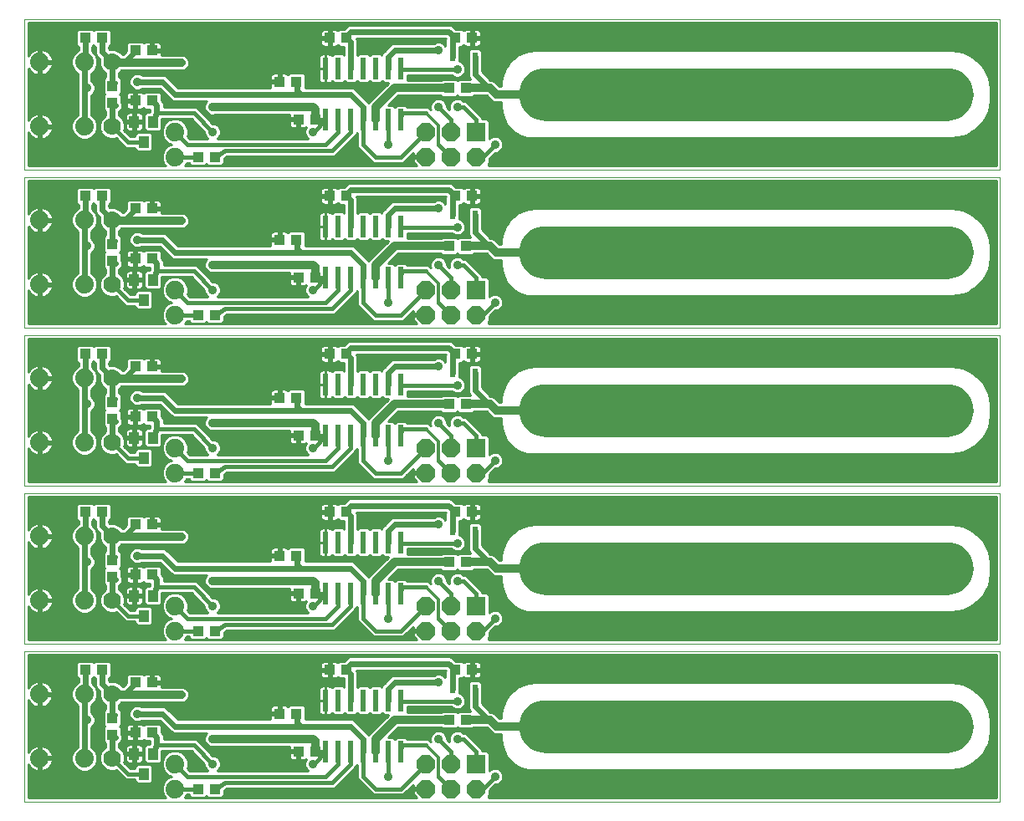
<source format=gtl>
G75*
G70*
%OFA0B0*%
%FSLAX24Y24*%
%IPPOS*%
%LPD*%
%AMOC8*
5,1,8,0,0,1.08239X$1,22.5*
%
%ADD10C,0.0000*%
%ADD11R,0.0240X0.0870*%
%ADD12R,0.0740X0.0740*%
%ADD13OC8,0.0740*%
%ADD14C,0.0700*%
%ADD15R,0.0400X0.0450*%
%ADD16R,0.0433X0.0394*%
%ADD17R,0.0394X0.0433*%
%ADD18C,0.0740*%
%ADD19R,0.0248X0.0327*%
%ADD20C,0.0160*%
%ADD21C,0.0240*%
%ADD22C,0.0317*%
%ADD23C,0.0320*%
%ADD24C,0.0356*%
%ADD25C,0.0100*%
%ADD26C,0.0120*%
D10*
X000151Y000302D02*
X000151Y006298D01*
X039021Y006298D01*
X039021Y000302D01*
X000151Y000302D01*
X000151Y006602D02*
X000151Y012598D01*
X039021Y012598D01*
X039021Y006602D01*
X000151Y006602D01*
X000151Y012901D02*
X000151Y018897D01*
X039021Y018897D01*
X039021Y012901D01*
X000151Y012901D01*
X000151Y019200D02*
X000151Y025196D01*
X039021Y025196D01*
X039021Y019200D01*
X000151Y019200D01*
X000151Y025499D02*
X000151Y031495D01*
X039021Y031495D01*
X039021Y025499D01*
X000151Y025499D01*
D11*
X012151Y027474D03*
X012651Y027474D03*
X013151Y027474D03*
X013651Y027474D03*
X014151Y027474D03*
X014651Y027474D03*
X015151Y027474D03*
X015151Y029524D03*
X014651Y029524D03*
X014151Y029524D03*
X013651Y029524D03*
X013151Y029524D03*
X012651Y029524D03*
X012151Y029524D03*
X012151Y023225D03*
X012651Y023225D03*
X013151Y023225D03*
X013651Y023225D03*
X014151Y023225D03*
X014651Y023225D03*
X015151Y023225D03*
X015151Y021175D03*
X014651Y021175D03*
X014151Y021175D03*
X013651Y021175D03*
X013151Y021175D03*
X012651Y021175D03*
X012151Y021175D03*
X012151Y016926D03*
X012651Y016926D03*
X013151Y016926D03*
X013651Y016926D03*
X014151Y016926D03*
X014651Y016926D03*
X015151Y016926D03*
X015151Y014876D03*
X014651Y014876D03*
X014151Y014876D03*
X013651Y014876D03*
X013151Y014876D03*
X012651Y014876D03*
X012151Y014876D03*
X012151Y010627D03*
X012651Y010627D03*
X013151Y010627D03*
X013651Y010627D03*
X014151Y010627D03*
X014651Y010627D03*
X015151Y010627D03*
X015151Y008577D03*
X014651Y008577D03*
X014151Y008577D03*
X013651Y008577D03*
X013151Y008577D03*
X012651Y008577D03*
X012151Y008577D03*
X012151Y004327D03*
X012651Y004327D03*
X013151Y004327D03*
X013651Y004327D03*
X014151Y004327D03*
X014651Y004327D03*
X015151Y004327D03*
X015151Y002277D03*
X014651Y002277D03*
X014151Y002277D03*
X013651Y002277D03*
X013151Y002277D03*
X012651Y002277D03*
X012151Y002277D03*
D12*
X018151Y001802D03*
X018151Y008102D03*
X018151Y014401D03*
X018151Y020700D03*
X018151Y026999D03*
D13*
X018151Y025999D03*
X017151Y025999D03*
X016151Y025999D03*
X016151Y026999D03*
X017151Y026999D03*
X017151Y020700D03*
X016151Y020700D03*
X016151Y019700D03*
X017151Y019700D03*
X018151Y019700D03*
X017151Y014401D03*
X016151Y014401D03*
X016151Y013401D03*
X017151Y013401D03*
X018151Y013401D03*
X017151Y008102D03*
X016151Y008102D03*
X016151Y007102D03*
X017151Y007102D03*
X018151Y007102D03*
X017151Y001802D03*
X016151Y001802D03*
X016151Y000802D03*
X017151Y000802D03*
X018151Y000802D03*
D14*
X003651Y002023D03*
X003651Y004582D03*
X003651Y008322D03*
X003651Y010881D03*
X003651Y014621D03*
X003651Y017180D03*
X003651Y020920D03*
X003651Y023480D03*
X003651Y027220D03*
X003651Y029779D03*
D15*
X004527Y027399D03*
X005275Y027399D03*
X004901Y026599D03*
X004527Y021100D03*
X005275Y021100D03*
X004901Y020300D03*
X004527Y014801D03*
X005275Y014801D03*
X004901Y014001D03*
X004527Y008502D03*
X005275Y008502D03*
X004901Y007702D03*
X004527Y002202D03*
X005275Y002202D03*
X004901Y001402D03*
D16*
X004567Y003052D03*
X005236Y003052D03*
X005236Y005052D03*
X004567Y005052D03*
X003236Y005552D03*
X002567Y005552D03*
X007067Y007102D03*
X007736Y007102D03*
X005236Y009352D03*
X004567Y009352D03*
X004567Y011352D03*
X005236Y011352D03*
X003236Y011852D03*
X002567Y011852D03*
X004567Y015651D03*
X005236Y015651D03*
X005236Y017651D03*
X004567Y017651D03*
X003236Y018151D03*
X002567Y018151D03*
X007067Y019700D03*
X007736Y019700D03*
X005236Y021950D03*
X004567Y021950D03*
X004567Y023950D03*
X005236Y023950D03*
X003236Y024450D03*
X002567Y024450D03*
X007067Y025999D03*
X007736Y025999D03*
X005236Y028249D03*
X004567Y028249D03*
X004567Y030249D03*
X005236Y030249D03*
X003236Y030749D03*
X002567Y030749D03*
X010317Y028999D03*
X010986Y028999D03*
X011067Y027499D03*
X011736Y027499D03*
X012317Y024450D03*
X012986Y024450D03*
X010986Y022700D03*
X010317Y022700D03*
X011067Y021200D03*
X011736Y021200D03*
X012317Y018151D03*
X012986Y018151D03*
X010986Y016401D03*
X010317Y016401D03*
X011067Y014901D03*
X011736Y014901D03*
X012317Y011852D03*
X012986Y011852D03*
X010986Y010102D03*
X010317Y010102D03*
X011067Y008602D03*
X011736Y008602D03*
X012317Y005552D03*
X012986Y005552D03*
X010986Y003802D03*
X010317Y003802D03*
X011067Y002302D03*
X011736Y002302D03*
X007736Y000802D03*
X007067Y000802D03*
X017067Y003552D03*
X017736Y003552D03*
X017986Y005552D03*
X017317Y005552D03*
X017067Y009852D03*
X017736Y009852D03*
X017986Y011852D03*
X017317Y011852D03*
X017067Y016151D03*
X017736Y016151D03*
X017986Y018151D03*
X017317Y018151D03*
X017067Y022450D03*
X017736Y022450D03*
X017986Y024450D03*
X017317Y024450D03*
X017067Y028749D03*
X017736Y028749D03*
X017986Y030749D03*
X017317Y030749D03*
X012986Y030749D03*
X012317Y030749D03*
X007736Y013401D03*
X007067Y013401D03*
D17*
X003651Y015566D03*
X003651Y016235D03*
X003651Y021865D03*
X003651Y022535D03*
X003651Y028165D03*
X003651Y028834D03*
X003651Y009936D03*
X003651Y009267D03*
X003651Y003637D03*
X003651Y002968D03*
D18*
X002541Y002022D03*
X000761Y002022D03*
X000761Y004582D03*
X002541Y004582D03*
X006151Y007102D03*
X006151Y008102D03*
X002541Y008322D03*
X000761Y008322D03*
X000761Y010882D03*
X002541Y010882D03*
X006151Y013401D03*
X006151Y014401D03*
X002541Y014621D03*
X000761Y014621D03*
X000761Y017181D03*
X002541Y017181D03*
X006151Y019700D03*
X006151Y020700D03*
X002541Y020920D03*
X000761Y020920D03*
X000761Y023480D03*
X002541Y023480D03*
X006151Y025999D03*
X006151Y026999D03*
X002541Y027219D03*
X000761Y027219D03*
X000761Y029779D03*
X002541Y029779D03*
X006151Y001802D03*
X006151Y000802D03*
D19*
X017198Y004802D03*
X018104Y004802D03*
X018104Y011102D03*
X017198Y011102D03*
X017198Y017401D03*
X018104Y017401D03*
X018104Y023700D03*
X017198Y023700D03*
X017198Y029999D03*
X018104Y029999D03*
D20*
X017401Y029499D02*
X015176Y029499D01*
X015151Y029524D01*
X016651Y027999D02*
X017151Y027499D01*
X017151Y026999D01*
X016651Y026499D02*
X017151Y025999D01*
X018151Y025999D02*
X018401Y025999D01*
X018901Y026499D01*
X018151Y026999D02*
X018151Y027499D01*
X017651Y027999D01*
X017401Y027999D01*
X016151Y027749D02*
X015176Y027749D01*
X015151Y027474D01*
X014651Y027474D02*
X014651Y026499D01*
X014151Y025999D02*
X013651Y026499D01*
X013651Y027474D01*
X013151Y027474D02*
X013151Y026999D01*
X012401Y026249D01*
X008151Y026249D01*
X007736Y025999D01*
X007067Y025999D02*
X006151Y025999D01*
X006651Y026499D02*
X006151Y026999D01*
X006651Y026499D02*
X012151Y026499D01*
X012651Y026999D01*
X012651Y027474D01*
X012151Y027474D02*
X012126Y027499D01*
X011736Y027499D01*
X012151Y027474D02*
X011676Y026999D01*
X011651Y026999D01*
X014151Y025999D02*
X015151Y025999D01*
X016151Y026999D01*
X017317Y024450D02*
X017198Y024342D01*
X017401Y023200D02*
X015176Y023200D01*
X015151Y023225D01*
X016651Y021700D02*
X017151Y021200D01*
X017151Y020700D01*
X016651Y020200D02*
X017151Y019700D01*
X018151Y019700D02*
X018401Y019700D01*
X018901Y020200D01*
X018151Y020700D02*
X018151Y021200D01*
X017651Y021700D01*
X017401Y021700D01*
X016151Y021450D02*
X015176Y021450D01*
X015151Y021175D01*
X014651Y021175D02*
X014651Y020200D01*
X014151Y019700D02*
X013651Y020200D01*
X013651Y021175D01*
X013151Y021175D02*
X013151Y020700D01*
X012401Y019950D01*
X008151Y019950D01*
X007736Y019700D01*
X007067Y019700D02*
X006151Y019700D01*
X006651Y020200D02*
X006151Y020700D01*
X006651Y020200D02*
X012151Y020200D01*
X012651Y020700D01*
X012651Y021175D01*
X012151Y021175D02*
X012126Y021200D01*
X011736Y021200D01*
X012151Y021175D02*
X011676Y020700D01*
X011651Y020700D01*
X014151Y019700D02*
X015151Y019700D01*
X016151Y020700D01*
X017317Y018151D02*
X017198Y018043D01*
X017401Y016901D02*
X015176Y016901D01*
X015151Y016926D01*
X016651Y015401D02*
X017151Y014901D01*
X017151Y014401D01*
X016651Y013901D02*
X017151Y013401D01*
X018151Y013401D02*
X018401Y013401D01*
X018901Y013901D01*
X018151Y014401D02*
X018151Y014901D01*
X017651Y015401D01*
X017401Y015401D01*
X016151Y015151D02*
X015176Y015151D01*
X015151Y014876D01*
X014651Y014876D02*
X014651Y013901D01*
X014151Y013401D02*
X013651Y013901D01*
X013651Y014876D01*
X013151Y014876D02*
X013151Y014401D01*
X012401Y013651D01*
X008151Y013651D01*
X007736Y013401D01*
X007067Y013401D02*
X006151Y013401D01*
X006651Y013901D02*
X006151Y014401D01*
X006651Y013901D02*
X012151Y013901D01*
X012651Y014401D01*
X012651Y014876D01*
X012151Y014876D02*
X012126Y014901D01*
X011736Y014901D01*
X012151Y014876D02*
X011676Y014401D01*
X011651Y014401D01*
X014151Y013401D02*
X015151Y013401D01*
X016151Y014401D01*
X017317Y011852D02*
X017198Y011743D01*
X017401Y010602D02*
X015176Y010602D01*
X015151Y010627D01*
X016651Y009102D02*
X017151Y008602D01*
X017151Y008102D01*
X016651Y007602D02*
X017151Y007102D01*
X018151Y007102D02*
X018401Y007102D01*
X018901Y007602D01*
X018151Y008102D02*
X018151Y008602D01*
X017651Y009102D01*
X017401Y009102D01*
X016151Y008852D02*
X015176Y008852D01*
X015151Y008577D01*
X014651Y008577D02*
X014651Y007602D01*
X014151Y007102D02*
X013651Y007602D01*
X013651Y008577D01*
X013151Y008577D02*
X013151Y008102D01*
X012401Y007352D01*
X008151Y007352D01*
X007736Y007102D01*
X007067Y007102D02*
X006151Y007102D01*
X006651Y007602D02*
X006151Y008102D01*
X006651Y007602D02*
X012151Y007602D01*
X012651Y008102D01*
X012651Y008577D01*
X012151Y008577D02*
X012126Y008602D01*
X011736Y008602D01*
X012151Y008577D02*
X011676Y008102D01*
X011651Y008102D01*
X014151Y007102D02*
X015151Y007102D01*
X016151Y008102D01*
X017317Y005552D02*
X017198Y005444D01*
X017401Y004302D02*
X015176Y004302D01*
X015151Y004327D01*
X016651Y002802D02*
X017151Y002302D01*
X017151Y001802D01*
X016651Y001302D02*
X017151Y000802D01*
X018151Y000802D02*
X018401Y000802D01*
X018901Y001302D01*
X018151Y001802D02*
X018151Y002302D01*
X017651Y002802D01*
X017401Y002802D01*
X016151Y002552D02*
X015176Y002552D01*
X015151Y002277D01*
X014651Y002277D02*
X014651Y001302D01*
X014151Y000802D02*
X013651Y001302D01*
X013651Y002277D01*
X013151Y002277D02*
X013151Y001802D01*
X012401Y001052D01*
X008151Y001052D01*
X007736Y000802D01*
X007067Y000802D02*
X006151Y000802D01*
X006651Y001302D02*
X006151Y001802D01*
X006651Y001302D02*
X012151Y001302D01*
X012651Y001802D01*
X012651Y002277D01*
X012151Y002277D02*
X012126Y002302D01*
X011736Y002302D01*
X012151Y002277D02*
X011676Y001802D01*
X011651Y001802D01*
X014151Y000802D02*
X015151Y000802D01*
X016151Y001802D01*
X013151Y005387D02*
X012986Y005552D01*
X012986Y005637D01*
X007651Y008102D02*
X006901Y008852D01*
X005427Y008852D01*
X004901Y007702D02*
X004272Y007702D01*
X003651Y008322D01*
X002557Y008306D02*
X002541Y008322D01*
X003651Y009936D02*
X003769Y010054D01*
X003681Y010852D02*
X003651Y010881D01*
X004557Y011287D02*
X004567Y011352D01*
X002567Y010907D02*
X002541Y010882D01*
X004272Y014001D02*
X003651Y014621D01*
X004272Y014001D02*
X004901Y014001D01*
X005427Y015151D02*
X006901Y015151D01*
X007651Y014401D01*
X003769Y016354D02*
X003651Y016235D01*
X003681Y017151D02*
X003651Y017180D01*
X004557Y017586D02*
X004567Y017651D01*
X002567Y017206D02*
X002541Y017181D01*
X002541Y014621D02*
X002557Y014605D01*
X004272Y020300D02*
X003651Y020920D01*
X004272Y020300D02*
X004901Y020300D01*
X005427Y021450D02*
X006901Y021450D01*
X007651Y020700D01*
X003769Y022653D02*
X003651Y022535D01*
X003681Y023450D02*
X003651Y023480D01*
X004557Y023885D02*
X004567Y023950D01*
X002567Y023505D02*
X002541Y023480D01*
X002541Y020920D02*
X002557Y020904D01*
X004272Y026599D02*
X003651Y027220D01*
X004272Y026599D02*
X004901Y026599D01*
X005427Y027749D02*
X006901Y027749D01*
X007651Y026999D01*
X003769Y028952D02*
X003651Y028834D01*
X003681Y029749D02*
X003651Y029779D01*
X004557Y030184D02*
X004567Y030249D01*
X002567Y029805D02*
X002541Y029779D01*
X002541Y027219D02*
X002557Y027204D01*
X012986Y024535D02*
X012986Y024450D01*
X013151Y024285D01*
X012986Y018235D02*
X012986Y018151D01*
X013151Y017985D01*
X012986Y011936D02*
X012986Y011852D01*
X013151Y011686D01*
X004567Y005052D02*
X004557Y004987D01*
X003681Y004552D02*
X003651Y004582D01*
X003769Y003755D02*
X003651Y003637D01*
X002567Y004608D02*
X002541Y004582D01*
X005427Y002552D02*
X006901Y002552D01*
X007651Y001802D01*
X004901Y001402D02*
X004272Y001402D01*
X003651Y002023D01*
X002557Y002007D02*
X002541Y002022D01*
X013151Y030584D02*
X012986Y030749D01*
X012986Y030834D01*
X017198Y030641D02*
X017317Y030749D01*
D21*
X017057Y030999D01*
X013151Y030999D01*
X012986Y030834D01*
X013151Y030584D02*
X013151Y029524D01*
X013151Y028499D02*
X013651Y027999D01*
X013651Y027474D01*
X013151Y028499D02*
X011151Y028499D01*
X010996Y028655D01*
X010986Y028999D01*
X011151Y028499D02*
X006151Y028499D01*
X005651Y028999D01*
X004651Y028999D01*
X004122Y029749D02*
X004557Y030184D01*
X003651Y029779D02*
X003236Y030194D01*
X003236Y030749D01*
X002567Y030749D02*
X002567Y029805D01*
X002541Y029779D02*
X002541Y027219D01*
X002541Y028639D01*
X002651Y028749D01*
X003651Y028834D02*
X003651Y029779D01*
X005236Y028249D02*
X005427Y028058D01*
X005427Y027749D01*
X005275Y027399D01*
X003651Y027220D02*
X003651Y028165D01*
X003769Y028046D01*
X003236Y024450D02*
X003236Y023895D01*
X003651Y023480D01*
X003651Y022535D01*
X003651Y021865D02*
X003651Y020920D01*
X003769Y021747D02*
X003651Y021865D01*
X004651Y022700D02*
X005651Y022700D01*
X006151Y022200D01*
X011151Y022200D01*
X010996Y022356D01*
X010986Y022700D01*
X011151Y022200D02*
X013151Y022200D01*
X013651Y021700D01*
X013651Y021175D01*
X013151Y023225D02*
X013151Y024285D01*
X012986Y024535D02*
X013151Y024700D01*
X017057Y024700D01*
X017317Y024450D01*
X017198Y024342D02*
X017198Y023700D01*
X016651Y023950D02*
X014901Y023950D01*
X014651Y023700D01*
X014651Y023225D01*
X018104Y022997D02*
X018651Y022450D01*
X018104Y022997D02*
X018104Y023700D01*
X018651Y028749D02*
X018104Y029296D01*
X018104Y029999D01*
X017198Y029999D02*
X017198Y030641D01*
X016651Y030249D02*
X014901Y030249D01*
X014651Y029999D01*
X014651Y029524D01*
X005427Y021759D02*
X005236Y021950D01*
X005427Y021759D02*
X005427Y021450D01*
X005275Y021100D01*
X002541Y020920D02*
X002541Y022340D01*
X002651Y022450D01*
X002541Y023480D02*
X002541Y020920D01*
X002567Y023505D02*
X002567Y024450D01*
X004122Y023450D02*
X004557Y023885D01*
X003236Y018151D02*
X003236Y017596D01*
X003651Y017180D01*
X003651Y016235D01*
X003651Y015566D02*
X003651Y014621D01*
X003769Y015448D02*
X003651Y015566D01*
X002651Y016151D02*
X002541Y016041D01*
X002541Y014621D01*
X002541Y017181D01*
X002567Y017206D02*
X002567Y018151D01*
X004122Y017151D02*
X004557Y017586D01*
X004651Y016401D02*
X005651Y016401D01*
X006151Y015901D01*
X011151Y015901D01*
X010996Y016056D01*
X010986Y016401D01*
X011151Y015901D02*
X013151Y015901D01*
X013651Y015401D01*
X013651Y014876D01*
X013151Y016926D02*
X013151Y017985D01*
X012986Y018235D02*
X013151Y018401D01*
X017057Y018401D01*
X017317Y018151D01*
X017198Y018043D02*
X017198Y017401D01*
X016651Y017651D02*
X014901Y017651D01*
X014651Y017401D01*
X014651Y016926D01*
X018104Y016698D02*
X018651Y016151D01*
X018104Y016698D02*
X018104Y017401D01*
X017057Y012102D02*
X013151Y012102D01*
X012986Y011936D01*
X013151Y011686D02*
X013151Y010627D01*
X013151Y009602D02*
X013651Y009102D01*
X013651Y008577D01*
X013151Y009602D02*
X011151Y009602D01*
X010996Y009757D01*
X010986Y010102D01*
X011151Y009602D02*
X006151Y009602D01*
X005651Y010102D01*
X004651Y010102D01*
X004122Y010852D02*
X004557Y011287D01*
X003651Y010881D02*
X003236Y011296D01*
X003236Y011852D01*
X002567Y011852D02*
X002567Y010907D01*
X002541Y010882D02*
X002541Y008322D01*
X002541Y009742D01*
X002651Y009852D01*
X003651Y009936D02*
X003651Y010881D01*
X005236Y009352D02*
X005427Y009160D01*
X005427Y008852D01*
X005275Y008502D01*
X003651Y008322D02*
X003651Y009267D01*
X003769Y009149D01*
X003236Y005552D02*
X003236Y004997D01*
X003651Y004582D01*
X003651Y003637D01*
X003651Y002968D02*
X003651Y002023D01*
X003769Y002850D02*
X003651Y002968D01*
X004651Y003802D02*
X005651Y003802D01*
X006151Y003302D01*
X011151Y003302D01*
X010996Y003458D01*
X010986Y003802D01*
X011151Y003302D02*
X013151Y003302D01*
X013651Y002802D01*
X013651Y002277D01*
X013151Y004327D02*
X013151Y005387D01*
X012986Y005637D02*
X013151Y005802D01*
X017057Y005802D01*
X017317Y005552D01*
X017198Y005444D02*
X017198Y004802D01*
X016651Y005052D02*
X014901Y005052D01*
X014651Y004802D01*
X014651Y004327D01*
X018104Y004100D02*
X018651Y003552D01*
X018104Y004100D02*
X018104Y004802D01*
X018651Y009852D02*
X018104Y010399D01*
X018104Y011102D01*
X017198Y011102D02*
X017198Y011743D01*
X017317Y011852D02*
X017057Y012102D01*
X016651Y011352D02*
X014901Y011352D01*
X014651Y011102D01*
X014651Y010627D01*
X005275Y014801D02*
X005427Y015151D01*
X005427Y015459D01*
X005236Y015651D01*
X002567Y005552D02*
X002567Y004608D01*
X002541Y004582D02*
X002541Y002022D01*
X002541Y003442D01*
X002651Y003552D01*
X004122Y004552D02*
X004557Y004987D01*
X005236Y003052D02*
X005427Y002861D01*
X005427Y002552D01*
X005275Y002202D01*
D22*
X006401Y004552D03*
X006401Y010852D03*
X006401Y017151D03*
X006401Y023450D03*
X006401Y029749D03*
D23*
X004122Y029749D01*
X003651Y029779D01*
X007651Y027999D02*
X011651Y027999D01*
X011746Y027905D01*
X011736Y027499D01*
X014151Y027474D02*
X014151Y027999D01*
X014901Y028749D01*
X017067Y028749D01*
X017736Y028749D02*
X018651Y028749D01*
X018698Y028749D01*
X018948Y028499D01*
X020651Y028499D01*
X021143Y027758D01*
X018698Y022450D02*
X018948Y022200D01*
X020651Y022200D01*
X021143Y021459D01*
X018698Y022450D02*
X018651Y022450D01*
X017736Y022450D01*
X017067Y022450D02*
X014901Y022450D01*
X014151Y021700D01*
X014151Y021175D01*
X011736Y021200D02*
X011746Y021606D01*
X011651Y021700D01*
X007651Y021700D01*
X006401Y023450D02*
X004122Y023450D01*
X003651Y023480D01*
X003651Y017180D02*
X004122Y017151D01*
X006401Y017151D01*
X007651Y015401D02*
X011651Y015401D01*
X011746Y015306D01*
X011736Y014901D01*
X014151Y014876D02*
X014151Y015401D01*
X014901Y016151D01*
X017067Y016151D01*
X017736Y016151D02*
X018651Y016151D01*
X018698Y016151D01*
X018948Y015901D01*
X020651Y015901D01*
X021143Y015159D01*
X018698Y009852D02*
X018948Y009602D01*
X020651Y009602D01*
X021143Y008860D01*
X018698Y009852D02*
X018651Y009852D01*
X017736Y009852D01*
X017067Y009852D02*
X014901Y009852D01*
X014151Y009102D01*
X014151Y008577D01*
X011736Y008602D02*
X011746Y009007D01*
X011651Y009102D01*
X007651Y009102D01*
X006401Y010852D02*
X004122Y010852D01*
X003651Y010881D01*
X003651Y004582D02*
X004122Y004552D01*
X006401Y004552D01*
X007651Y002802D02*
X011651Y002802D01*
X011746Y002708D01*
X011736Y002302D01*
X014151Y002277D02*
X014151Y002802D01*
X014901Y003552D01*
X017067Y003552D01*
X017736Y003552D02*
X018651Y003552D01*
X018698Y003552D01*
X018948Y003302D01*
X020651Y003302D01*
X021143Y002561D01*
D24*
X018901Y001302D03*
X018651Y002802D03*
X017401Y002802D03*
X016651Y002802D03*
X017401Y004302D03*
X016651Y005052D03*
X014151Y005302D03*
X014651Y007602D03*
X016651Y009102D03*
X017401Y009102D03*
X018651Y009102D03*
X018901Y007602D03*
X017401Y010602D03*
X016651Y011352D03*
X014151Y011602D03*
X014651Y013901D03*
X016651Y015401D03*
X017401Y015401D03*
X018651Y015401D03*
X017401Y016901D03*
X016651Y017651D03*
X014151Y017901D03*
X011651Y017401D03*
X010651Y017401D03*
X007651Y015401D03*
X007651Y014401D03*
X010651Y014401D03*
X011651Y014401D03*
X011651Y011102D03*
X010651Y011102D03*
X007651Y009102D03*
X007651Y008102D03*
X010651Y008102D03*
X011651Y008102D03*
X011651Y004802D03*
X010651Y004802D03*
X007651Y002802D03*
X007651Y001802D03*
X010651Y001802D03*
X011651Y001802D03*
X014651Y001302D03*
X004651Y003802D03*
X002651Y003552D03*
X002651Y009852D03*
X004651Y010102D03*
X002651Y016151D03*
X004651Y016401D03*
X007651Y020700D03*
X007651Y021700D03*
X004651Y022700D03*
X002651Y022450D03*
X007651Y026999D03*
X007651Y027999D03*
X004651Y028999D03*
X002651Y028749D03*
X010651Y029999D03*
X011651Y029999D03*
X014151Y030499D03*
X016651Y030249D03*
X017401Y029499D03*
X017401Y027999D03*
X016651Y027999D03*
X018651Y027999D03*
X018901Y026499D03*
X016651Y023950D03*
X017401Y023200D03*
X017401Y021700D03*
X016651Y021700D03*
X018651Y021700D03*
X018901Y020200D03*
X014651Y020200D03*
X011651Y020700D03*
X010651Y020700D03*
X010651Y023700D03*
X011651Y023700D03*
X014151Y024200D03*
X014651Y026499D03*
X011651Y026999D03*
X010651Y026999D03*
X018901Y013901D03*
D25*
X018671Y014135D02*
X018671Y014833D01*
X018651Y014853D01*
X018651Y015401D01*
X019151Y015401D01*
X019164Y015223D01*
X019202Y015049D01*
X019264Y014882D01*
X019350Y014725D01*
X019456Y014582D01*
X019583Y014456D01*
X019725Y014349D01*
X019882Y014264D01*
X020049Y014201D01*
X020223Y014164D01*
X020401Y014151D01*
X036901Y014151D01*
X037114Y014148D01*
X037326Y014174D01*
X037533Y014227D01*
X037730Y014306D01*
X037916Y014410D01*
X038087Y014538D01*
X038239Y014687D01*
X038371Y014855D01*
X038480Y015038D01*
X038563Y015234D01*
X038621Y015440D01*
X038651Y015651D01*
X038651Y016151D01*
X038621Y016362D01*
X038563Y016567D01*
X038480Y016763D01*
X038371Y016947D01*
X038239Y017114D01*
X038087Y017263D01*
X037916Y017391D01*
X037730Y017496D01*
X037533Y017575D01*
X037326Y017628D01*
X037114Y017653D01*
X036901Y017651D01*
X020651Y017651D01*
X020471Y017655D01*
X020291Y017636D01*
X020115Y017594D01*
X019947Y017529D01*
X019788Y017443D01*
X019642Y017336D01*
X019511Y017212D01*
X019398Y017072D01*
X019304Y016917D01*
X019230Y016752D01*
X019179Y016579D01*
X019151Y016401D01*
X019151Y018747D01*
X038871Y018747D01*
X038871Y013051D01*
X018651Y013051D01*
X018651Y013165D01*
X018671Y013185D01*
X018671Y013346D01*
X018898Y013573D01*
X018966Y013573D01*
X019087Y013623D01*
X019179Y013715D01*
X019229Y013835D01*
X019229Y013966D01*
X019179Y014087D01*
X019087Y014179D01*
X018966Y014229D01*
X018836Y014229D01*
X018715Y014179D01*
X018671Y014135D01*
X018671Y014833D01*
X018583Y014921D01*
X018381Y014921D01*
X018381Y014996D01*
X017746Y015631D01*
X017635Y015631D01*
X017587Y015679D01*
X017466Y015729D01*
X017336Y015729D01*
X017215Y015679D01*
X017123Y015587D01*
X017073Y015466D01*
X017073Y015335D01*
X017095Y015282D01*
X016979Y015398D01*
X016979Y015466D01*
X016929Y015587D01*
X016837Y015679D01*
X016716Y015729D01*
X016586Y015729D01*
X016465Y015679D01*
X016373Y015587D01*
X016323Y015466D01*
X016323Y015335D01*
X016345Y015282D01*
X016246Y015381D01*
X015413Y015381D01*
X015333Y015461D01*
X014969Y015461D01*
X014901Y015393D01*
X014833Y015461D01*
X014649Y015461D01*
X015030Y015841D01*
X016751Y015841D01*
X016788Y015804D01*
X017345Y015804D01*
X017401Y015860D01*
X017457Y015804D01*
X018014Y015804D01*
X018051Y015841D01*
X018570Y015841D01*
X018773Y015638D01*
X018887Y015591D01*
X019010Y015591D01*
X019151Y015591D01*
X019151Y014115D01*
X019087Y014179D01*
X018966Y014229D01*
X018836Y014229D01*
X018715Y014179D01*
X018671Y014135D01*
X018671Y014197D02*
X018759Y014197D01*
X018671Y014197D01*
X018671Y014296D02*
X019824Y014296D01*
X019665Y014394D02*
X018671Y014394D01*
X019151Y014394D01*
X019151Y014296D02*
X018671Y014296D01*
X018671Y014493D02*
X019546Y014493D01*
X019450Y014591D02*
X018671Y014591D01*
X019151Y014591D01*
X019151Y014493D02*
X018671Y014493D01*
X018671Y014690D02*
X019376Y014690D01*
X019315Y014788D02*
X018671Y014788D01*
X019151Y014788D01*
X019151Y014690D02*
X018671Y014690D01*
X018651Y014887D02*
X019262Y014887D01*
X019225Y014985D02*
X018651Y014985D01*
X018651Y015084D02*
X019194Y015084D01*
X019151Y015084D02*
X018293Y015084D01*
X018381Y014985D02*
X019151Y014985D01*
X019151Y014887D02*
X018617Y014887D01*
X018651Y015182D02*
X019173Y015182D01*
X019151Y015182D02*
X018195Y015182D01*
X018096Y015281D02*
X019151Y015281D01*
X019160Y015281D02*
X018651Y015281D01*
X018651Y015379D02*
X019153Y015379D01*
X019151Y015379D02*
X017998Y015379D01*
X017899Y015478D02*
X019151Y015478D01*
X019151Y015577D02*
X017801Y015577D01*
X017591Y015675D02*
X018736Y015675D01*
X018637Y015774D02*
X014962Y015774D01*
X014864Y015675D02*
X016462Y015675D01*
X016369Y015577D02*
X014765Y015577D01*
X014667Y015478D02*
X016328Y015478D01*
X016323Y015379D02*
X016248Y015379D01*
X016841Y015675D02*
X017212Y015675D01*
X017119Y015577D02*
X016933Y015577D01*
X016974Y015478D02*
X017078Y015478D01*
X017073Y015379D02*
X016998Y015379D01*
X016751Y016461D02*
X015421Y016461D01*
X015421Y016671D01*
X017167Y016671D01*
X017215Y016623D01*
X017336Y016573D01*
X017466Y016573D01*
X017587Y016623D01*
X017679Y016715D01*
X017729Y016835D01*
X017729Y016966D01*
X017679Y017087D01*
X017587Y017179D01*
X017472Y017226D01*
X017472Y017626D01*
X017468Y017630D01*
X017468Y017804D01*
X017595Y017804D01*
X017651Y017860D01*
X017677Y017834D01*
X017711Y017814D01*
X017750Y017804D01*
X017937Y017804D01*
X017937Y018102D01*
X018034Y018102D01*
X018034Y017804D01*
X018222Y017804D01*
X018260Y017814D01*
X018294Y017834D01*
X018322Y017862D01*
X018342Y017896D01*
X018352Y017934D01*
X018352Y018102D01*
X018034Y018102D01*
X018034Y018199D01*
X017937Y018199D01*
X017937Y018498D01*
X017750Y018498D01*
X017711Y018487D01*
X017677Y018468D01*
X017651Y018442D01*
X017595Y018498D01*
X017345Y018498D01*
X017246Y018594D01*
X017210Y018630D01*
X017207Y018631D01*
X017205Y018633D01*
X017158Y018651D01*
X017110Y018671D01*
X017108Y018671D01*
X017105Y018672D01*
X017055Y018671D01*
X013205Y018671D01*
X013097Y018671D01*
X012998Y018630D01*
X012866Y018498D01*
X012707Y018498D01*
X012651Y018442D01*
X012625Y018468D01*
X012591Y018487D01*
X012553Y018498D01*
X012365Y018498D01*
X012365Y018199D01*
X012268Y018199D01*
X012268Y018102D01*
X012365Y018102D01*
X012365Y017804D01*
X012553Y017804D01*
X012591Y017814D01*
X012625Y017834D01*
X012651Y017860D01*
X012707Y017804D01*
X012881Y017804D01*
X012881Y017463D01*
X012833Y017511D01*
X012469Y017511D01*
X012398Y017440D01*
X012391Y017453D01*
X012363Y017481D01*
X012329Y017501D01*
X012291Y017511D01*
X012161Y017511D01*
X012161Y016936D01*
X012141Y016936D01*
X012141Y017511D01*
X012011Y017511D01*
X011973Y017501D01*
X011939Y017481D01*
X011911Y017453D01*
X011891Y017419D01*
X011881Y017381D01*
X011881Y016936D01*
X012141Y016936D01*
X012141Y016916D01*
X011881Y016916D01*
X011881Y016471D01*
X011891Y016433D01*
X011911Y016399D01*
X011939Y016371D01*
X011973Y016351D01*
X012011Y016341D01*
X012141Y016341D01*
X012141Y016916D01*
X012161Y016916D01*
X012161Y016341D01*
X012291Y016341D01*
X012329Y016351D01*
X012363Y016371D01*
X012391Y016399D01*
X012398Y016411D01*
X012469Y016341D01*
X012833Y016341D01*
X012901Y016409D01*
X012969Y016341D01*
X013333Y016341D01*
X013401Y016409D01*
X013469Y016341D01*
X013833Y016341D01*
X013901Y016409D01*
X013969Y016341D01*
X014333Y016341D01*
X014401Y016409D01*
X014469Y016341D01*
X014653Y016341D01*
X014638Y016326D01*
X013888Y015576D01*
X013879Y015554D01*
X013804Y015630D01*
X013304Y016130D01*
X013205Y016171D01*
X013097Y016171D01*
X011352Y016171D01*
X011352Y016660D01*
X011264Y016748D01*
X010707Y016748D01*
X010651Y016692D01*
X010625Y016718D01*
X010591Y016737D01*
X010553Y016748D01*
X010365Y016748D01*
X010365Y016449D01*
X010268Y016449D01*
X010268Y016352D01*
X009950Y016352D01*
X009950Y016184D01*
X009954Y016171D01*
X006263Y016171D01*
X005804Y016630D01*
X005705Y016671D01*
X005597Y016671D01*
X004845Y016671D01*
X004837Y016679D01*
X004716Y016729D01*
X004586Y016729D01*
X004465Y016679D01*
X004373Y016587D01*
X004323Y016466D01*
X004323Y016335D01*
X004373Y016215D01*
X004465Y016123D01*
X004586Y016073D01*
X004716Y016073D01*
X004837Y016123D01*
X004845Y016131D01*
X005539Y016131D01*
X005922Y015748D01*
X005998Y015672D01*
X006097Y015631D01*
X007417Y015631D01*
X007373Y015587D01*
X007323Y015466D01*
X007323Y015335D01*
X007373Y015215D01*
X007465Y015123D01*
X007586Y015073D01*
X007716Y015073D01*
X007760Y015091D01*
X010700Y015091D01*
X010700Y014949D01*
X011018Y014949D01*
X011018Y014852D01*
X011115Y014852D01*
X011115Y014554D01*
X011303Y014554D01*
X011341Y014564D01*
X011371Y014581D01*
X011323Y014466D01*
X011323Y014335D01*
X011373Y014215D01*
X011457Y014131D01*
X007845Y014131D01*
X007929Y014215D01*
X007979Y014335D01*
X007979Y014466D01*
X007929Y014587D01*
X007837Y014679D01*
X007716Y014729D01*
X007648Y014729D01*
X007131Y015246D01*
X006996Y015381D01*
X005697Y015381D01*
X005697Y015406D01*
X005697Y015513D01*
X005656Y015612D01*
X005602Y015666D01*
X005602Y015910D01*
X005514Y015998D01*
X004957Y015998D01*
X004901Y015942D01*
X004875Y015968D01*
X004841Y015987D01*
X004803Y015998D01*
X004615Y015998D01*
X004615Y015699D01*
X004518Y015699D01*
X004518Y015602D01*
X004615Y015602D01*
X004615Y015304D01*
X004803Y015304D01*
X004841Y015314D01*
X004875Y015334D01*
X004901Y015360D01*
X004957Y015304D01*
X005157Y015304D01*
X005157Y015207D01*
X005144Y015176D01*
X005013Y015176D01*
X004925Y015088D01*
X004925Y014514D01*
X005013Y014426D01*
X005537Y014426D01*
X005625Y014514D01*
X005625Y014921D01*
X006806Y014921D01*
X007323Y014404D01*
X007323Y014335D01*
X007373Y014215D01*
X007457Y014131D01*
X006746Y014131D01*
X006644Y014233D01*
X006671Y014297D01*
X006671Y014504D01*
X006592Y014695D01*
X006446Y014842D01*
X006255Y014921D01*
X006048Y014921D01*
X005857Y014842D01*
X005710Y014695D01*
X005631Y014504D01*
X005631Y014297D01*
X005710Y014106D01*
X005857Y013960D01*
X006000Y013901D01*
X005857Y013842D01*
X005710Y013695D01*
X005631Y013504D01*
X005631Y013297D01*
X005710Y013106D01*
X005766Y013051D01*
X000301Y013051D01*
X000301Y014378D01*
X000316Y014348D01*
X000365Y014282D01*
X000422Y014224D01*
X000489Y014176D01*
X000562Y014139D01*
X000639Y014114D01*
X000711Y014102D01*
X000711Y014571D01*
X000811Y014571D01*
X000811Y014671D01*
X000711Y014671D01*
X000711Y015139D01*
X000639Y015128D01*
X000562Y015103D01*
X000489Y015066D01*
X000422Y015017D01*
X000365Y014960D01*
X000316Y014893D01*
X000301Y014863D01*
X000301Y016938D01*
X000316Y016908D01*
X000365Y016842D01*
X000422Y016784D01*
X000489Y016736D01*
X000562Y016699D01*
X000639Y016674D01*
X000711Y016662D01*
X000711Y017131D01*
X000811Y017131D01*
X000811Y017231D01*
X000711Y017231D01*
X000711Y017699D01*
X000639Y017688D01*
X000562Y017663D01*
X000489Y017626D01*
X000422Y017577D01*
X000365Y017520D01*
X000316Y017453D01*
X000301Y017423D01*
X000301Y018747D01*
X019151Y018747D01*
X019151Y016211D01*
X019077Y016211D01*
X018874Y016414D01*
X018760Y016461D01*
X018723Y016461D01*
X018374Y016810D01*
X018374Y017171D01*
X018378Y017175D01*
X018378Y017626D01*
X018290Y017714D01*
X017918Y017714D01*
X017830Y017626D01*
X017830Y017175D01*
X017834Y017171D01*
X017834Y016752D01*
X017834Y016644D01*
X017875Y016545D01*
X017923Y016498D01*
X017457Y016498D01*
X017401Y016442D01*
X017345Y016498D01*
X016788Y016498D01*
X016751Y016461D01*
X016754Y016463D02*
X015421Y016463D01*
X015421Y016562D02*
X017868Y016562D01*
X017834Y016661D02*
X017625Y016661D01*
X017698Y016759D02*
X017834Y016759D01*
X017834Y016858D02*
X017729Y016858D01*
X017729Y016956D02*
X017834Y016956D01*
X017834Y017055D02*
X017693Y017055D01*
X017613Y017153D02*
X017834Y017153D01*
X017830Y017252D02*
X017472Y017252D01*
X017472Y017350D02*
X017830Y017350D01*
X017830Y017449D02*
X017472Y017449D01*
X017472Y017547D02*
X017830Y017547D01*
X017850Y017646D02*
X017468Y017646D01*
X017468Y017745D02*
X019151Y017745D01*
X038871Y017745D01*
X038871Y017843D02*
X019151Y017843D01*
X018304Y017843D01*
X018352Y017942D02*
X019151Y017942D01*
X038871Y017942D01*
X038871Y018040D02*
X019151Y018040D01*
X018352Y018040D01*
X018352Y018199D02*
X018352Y018367D01*
X018342Y018406D01*
X018322Y018440D01*
X018294Y018468D01*
X018260Y018487D01*
X018222Y018498D01*
X018034Y018498D01*
X018034Y018199D01*
X018352Y018199D01*
X018352Y018237D02*
X019151Y018237D01*
X038871Y018237D01*
X038871Y018139D02*
X019151Y018139D01*
X018034Y018139D01*
X018034Y018237D02*
X017937Y018237D01*
X017937Y018336D02*
X018034Y018336D01*
X018034Y018434D02*
X017937Y018434D01*
X018325Y018434D02*
X019151Y018434D01*
X038871Y018434D01*
X038871Y018336D02*
X019151Y018336D01*
X018352Y018336D01*
X018034Y018040D02*
X017937Y018040D01*
X017937Y017942D02*
X018034Y017942D01*
X018034Y017843D02*
X017937Y017843D01*
X017668Y017843D02*
X017634Y017843D01*
X016928Y017837D02*
X016928Y018096D01*
X016943Y018131D01*
X013383Y018131D01*
X013421Y018039D01*
X013421Y017463D01*
X013469Y017511D01*
X013833Y017511D01*
X013901Y017443D01*
X013969Y017511D01*
X014333Y017511D01*
X014384Y017460D01*
X014422Y017554D01*
X014498Y017630D01*
X014748Y017880D01*
X014847Y017921D01*
X014955Y017921D01*
X016457Y017921D01*
X016465Y017929D01*
X016586Y017979D01*
X016716Y017979D01*
X016837Y017929D01*
X016928Y017837D01*
X016928Y017843D02*
X016923Y017843D01*
X016928Y017942D02*
X016806Y017942D01*
X016928Y018040D02*
X013421Y018040D01*
X013421Y017942D02*
X016496Y017942D01*
X017206Y018631D02*
X019151Y018631D01*
X038871Y018631D01*
X038871Y018533D02*
X019151Y018533D01*
X017309Y018533D01*
X018358Y017646D02*
X019151Y017646D01*
X020382Y017646D01*
X019995Y017547D02*
X019151Y017547D01*
X018378Y017547D01*
X018378Y017449D02*
X019151Y017449D01*
X019800Y017449D01*
X019661Y017350D02*
X019151Y017350D01*
X018378Y017350D01*
X018378Y017252D02*
X019151Y017252D01*
X019553Y017252D01*
X019464Y017153D02*
X019151Y017153D01*
X018374Y017153D01*
X018374Y017055D02*
X019151Y017055D01*
X019388Y017055D01*
X019327Y016956D02*
X019151Y016956D01*
X018374Y016956D01*
X018374Y016858D02*
X019151Y016858D01*
X019277Y016858D01*
X019233Y016759D02*
X019151Y016759D01*
X018425Y016759D01*
X018523Y016661D02*
X019151Y016661D01*
X019203Y016661D01*
X019177Y016562D02*
X019151Y016562D01*
X018622Y016562D01*
X018720Y016463D02*
X019151Y016463D01*
X019161Y016463D01*
X019151Y016365D02*
X018923Y016365D01*
X019021Y016266D02*
X019151Y016266D01*
X019917Y016069D02*
X037885Y016069D01*
X037891Y016043D02*
X037901Y015901D01*
X037891Y015758D01*
X037861Y015619D01*
X037811Y015485D01*
X037742Y015360D01*
X037657Y015246D01*
X037556Y015145D01*
X037442Y015060D01*
X037317Y014991D01*
X037183Y014941D01*
X037044Y014911D01*
X036901Y014901D01*
X020901Y014901D01*
X020759Y014911D01*
X020619Y014941D01*
X020486Y014991D01*
X020361Y015060D01*
X020246Y015145D01*
X020145Y015246D01*
X020060Y015360D01*
X019992Y015485D01*
X019942Y015619D01*
X019911Y015758D01*
X019901Y015901D01*
X019911Y016043D01*
X019942Y016183D01*
X019992Y016316D01*
X020060Y016441D01*
X020145Y016556D01*
X020246Y016657D01*
X020361Y016742D01*
X020486Y016810D01*
X020619Y016860D01*
X020759Y016891D01*
X020901Y016901D01*
X036901Y016901D01*
X037044Y016891D01*
X037183Y016860D01*
X037317Y016810D01*
X037442Y016742D01*
X037556Y016657D01*
X037657Y016556D01*
X037742Y016441D01*
X037811Y016316D01*
X037861Y016183D01*
X037891Y016043D01*
X037896Y015971D02*
X019906Y015971D01*
X019903Y015872D02*
X037899Y015872D01*
X037892Y015774D02*
X019910Y015774D01*
X019930Y015675D02*
X037873Y015675D01*
X037845Y015577D02*
X019958Y015577D01*
X019996Y015478D02*
X037807Y015478D01*
X037753Y015379D02*
X020049Y015379D01*
X020119Y015281D02*
X037683Y015281D01*
X037593Y015182D02*
X020209Y015182D01*
X020328Y015084D02*
X037474Y015084D01*
X037301Y014985D02*
X020501Y014985D01*
X020069Y014197D02*
X019043Y014197D01*
X019151Y014197D01*
X019167Y014098D02*
X038871Y014098D01*
X038871Y014000D02*
X019215Y014000D01*
X019229Y013901D02*
X038871Y013901D01*
X038871Y013803D02*
X019216Y013803D01*
X019169Y013704D02*
X038871Y013704D01*
X038871Y013606D02*
X019046Y013606D01*
X018833Y013507D02*
X038871Y013507D01*
X038871Y013409D02*
X018734Y013409D01*
X018671Y013310D02*
X038871Y013310D01*
X038871Y013212D02*
X018671Y013212D01*
X018651Y013113D02*
X038871Y013113D01*
X038871Y012448D02*
X038871Y006752D01*
X018651Y006752D01*
X018651Y006866D01*
X018671Y006886D01*
X018671Y007046D01*
X018898Y007273D01*
X018966Y007273D01*
X019087Y007323D01*
X019179Y007416D01*
X019229Y007536D01*
X019229Y007667D01*
X019179Y007787D01*
X019087Y007880D01*
X018966Y007930D01*
X018836Y007930D01*
X018715Y007880D01*
X018671Y007835D01*
X018671Y008534D01*
X018651Y008554D01*
X018651Y009102D01*
X019151Y009102D01*
X019164Y008924D01*
X019202Y008749D01*
X019264Y008582D01*
X019350Y008426D01*
X019456Y008283D01*
X019583Y008157D01*
X019725Y008050D01*
X019882Y007965D01*
X020049Y007902D01*
X020223Y007864D01*
X020401Y007852D01*
X036901Y007852D01*
X037114Y007849D01*
X037326Y007875D01*
X037533Y007927D01*
X037730Y008007D01*
X037916Y008111D01*
X038087Y008239D01*
X038239Y008388D01*
X038371Y008556D01*
X038480Y008739D01*
X038563Y008935D01*
X038621Y009141D01*
X038651Y009352D01*
X038651Y009852D01*
X038621Y010063D01*
X038563Y010268D01*
X038480Y010464D01*
X038371Y010647D01*
X038239Y010815D01*
X038087Y010964D01*
X037916Y011092D01*
X037730Y011196D01*
X037533Y011276D01*
X037326Y011329D01*
X037114Y011354D01*
X036901Y011352D01*
X020651Y011352D01*
X020471Y011356D01*
X020291Y011337D01*
X020115Y011295D01*
X019947Y011230D01*
X019788Y011144D01*
X019642Y011037D01*
X019511Y010913D01*
X019398Y010772D01*
X019304Y010618D01*
X019230Y010453D01*
X019179Y010280D01*
X019151Y010102D01*
X019151Y012448D01*
X038871Y012448D01*
X038871Y012423D02*
X019151Y012423D01*
X000301Y012423D01*
X000301Y012448D02*
X019151Y012448D01*
X019151Y009912D01*
X019077Y009912D01*
X018874Y010114D01*
X018760Y010162D01*
X018723Y010162D01*
X018374Y010511D01*
X018374Y010872D01*
X018378Y010876D01*
X018378Y011327D01*
X018290Y011415D01*
X017918Y011415D01*
X017830Y011327D01*
X017830Y010876D01*
X017834Y010872D01*
X017834Y010453D01*
X017834Y010345D01*
X017875Y010246D01*
X017923Y010198D01*
X017457Y010198D01*
X017401Y010142D01*
X017345Y010198D01*
X016788Y010198D01*
X016751Y010162D01*
X015421Y010162D01*
X015421Y010372D01*
X017167Y010372D01*
X017215Y010323D01*
X017336Y010273D01*
X017466Y010273D01*
X017587Y010323D01*
X017679Y010416D01*
X017729Y010536D01*
X017729Y010667D01*
X017679Y010787D01*
X017587Y010880D01*
X017472Y010927D01*
X017472Y011327D01*
X017468Y011331D01*
X017468Y011505D01*
X017595Y011505D01*
X017651Y011561D01*
X017677Y011535D01*
X017711Y011515D01*
X017750Y011505D01*
X017937Y011505D01*
X017937Y011803D01*
X018034Y011803D01*
X018034Y011505D01*
X018222Y011505D01*
X018260Y011515D01*
X018294Y011535D01*
X018322Y011563D01*
X018342Y011597D01*
X018352Y011635D01*
X019151Y011635D01*
X038871Y011635D01*
X038871Y011733D02*
X019151Y011733D01*
X018352Y011733D01*
X018352Y011803D02*
X018034Y011803D01*
X018034Y011900D01*
X017937Y011900D01*
X017937Y012198D01*
X017750Y012198D01*
X017711Y012188D01*
X017677Y012168D01*
X017651Y012142D01*
X017595Y012198D01*
X017345Y012198D01*
X017246Y012294D01*
X017210Y012330D01*
X017207Y012331D01*
X017205Y012333D01*
X017158Y012352D01*
X017110Y012372D01*
X017108Y012372D01*
X017105Y012373D01*
X017055Y012372D01*
X013205Y012372D01*
X013097Y012372D01*
X012998Y012330D01*
X012866Y012198D01*
X012707Y012198D01*
X012651Y012142D01*
X012625Y012168D01*
X012591Y012188D01*
X012553Y012198D01*
X012365Y012198D01*
X012365Y011900D01*
X012268Y011900D01*
X012268Y011803D01*
X012365Y011803D01*
X012365Y011505D01*
X012553Y011505D01*
X012591Y011515D01*
X012625Y011535D01*
X012651Y011561D01*
X012707Y011505D01*
X012881Y011505D01*
X012881Y011164D01*
X012833Y011212D01*
X012469Y011212D01*
X012398Y011141D01*
X012391Y011154D01*
X012363Y011182D01*
X012329Y011201D01*
X012291Y011212D01*
X012161Y011212D01*
X012161Y010637D01*
X012141Y010637D01*
X012141Y011212D01*
X012011Y011212D01*
X011973Y011201D01*
X011939Y011182D01*
X011911Y011154D01*
X011891Y011119D01*
X011881Y011081D01*
X011881Y010637D01*
X012141Y010637D01*
X012141Y010616D01*
X012161Y010616D01*
X012161Y010042D01*
X012291Y010042D01*
X012329Y010052D01*
X012363Y010072D01*
X012391Y010099D01*
X012398Y010112D01*
X012469Y010042D01*
X012833Y010042D01*
X012901Y010109D01*
X012969Y010042D01*
X013333Y010042D01*
X013401Y010109D01*
X013469Y010042D01*
X013833Y010042D01*
X013901Y010109D01*
X013969Y010042D01*
X014333Y010042D01*
X014401Y010109D01*
X014469Y010042D01*
X014653Y010042D01*
X014638Y010027D01*
X013888Y009277D01*
X013879Y009255D01*
X013804Y009330D01*
X013380Y009754D01*
X013380Y009754D01*
X013304Y009830D01*
X013205Y009872D01*
X011352Y009872D01*
X011352Y010361D01*
X011264Y010448D01*
X010707Y010448D01*
X010651Y010392D01*
X010625Y010418D01*
X010591Y010438D01*
X010553Y010448D01*
X010365Y010448D01*
X010365Y010150D01*
X010268Y010150D01*
X010268Y010053D01*
X009950Y010053D01*
X009950Y009885D01*
X009954Y009872D01*
X006263Y009872D01*
X005804Y010330D01*
X005705Y010372D01*
X005597Y010372D01*
X004845Y010372D01*
X004837Y010380D01*
X004716Y010430D01*
X004586Y010430D01*
X004465Y010380D01*
X004373Y010287D01*
X004323Y010167D01*
X004323Y010036D01*
X004373Y009916D01*
X004465Y009823D01*
X004586Y009773D01*
X004716Y009773D01*
X004837Y009823D01*
X004845Y009832D01*
X005539Y009832D01*
X005922Y009449D01*
X005998Y009373D01*
X006097Y009332D01*
X007417Y009332D01*
X007373Y009287D01*
X007323Y009167D01*
X007323Y009036D01*
X007373Y008916D01*
X007465Y008823D01*
X007586Y008773D01*
X007716Y008773D01*
X007760Y008792D01*
X010700Y008792D01*
X010700Y008650D01*
X011018Y008650D01*
X011018Y008553D01*
X011115Y008553D01*
X011115Y008255D01*
X011303Y008255D01*
X011341Y008265D01*
X011371Y008282D01*
X011323Y008167D01*
X011323Y008036D01*
X011373Y007916D01*
X011457Y007832D01*
X007845Y007832D01*
X007929Y007916D01*
X007979Y008036D01*
X007979Y008167D01*
X007929Y008287D01*
X007837Y008380D01*
X007716Y008430D01*
X007648Y008430D01*
X007131Y008947D01*
X006996Y009082D01*
X005697Y009082D01*
X005697Y009106D01*
X005697Y009214D01*
X005656Y009313D01*
X005602Y009367D01*
X005602Y009611D01*
X005514Y009698D01*
X004957Y009698D01*
X004901Y009642D01*
X004875Y009668D01*
X004841Y009688D01*
X004803Y009698D01*
X004615Y009698D01*
X004615Y009400D01*
X004518Y009400D01*
X004518Y009303D01*
X004615Y009303D01*
X004615Y009005D01*
X004803Y009005D01*
X004841Y009015D01*
X004875Y009035D01*
X004901Y009061D01*
X004957Y009005D01*
X005157Y009005D01*
X005157Y008908D01*
X005144Y008877D01*
X005013Y008877D01*
X004925Y008789D01*
X004925Y008214D01*
X005013Y008127D01*
X005537Y008127D01*
X005625Y008214D01*
X005625Y008622D01*
X006806Y008622D01*
X007323Y008104D01*
X007323Y008036D01*
X007373Y007916D01*
X007457Y007832D01*
X006746Y007832D01*
X006644Y007934D01*
X006671Y007998D01*
X006671Y008205D01*
X006592Y008396D01*
X006446Y008542D01*
X006255Y008622D01*
X006048Y008622D01*
X005857Y008542D01*
X005710Y008396D01*
X005631Y008205D01*
X005631Y007998D01*
X005710Y007807D01*
X005857Y007661D01*
X006000Y007602D01*
X005857Y007542D01*
X005710Y007396D01*
X005631Y007205D01*
X005631Y006998D01*
X005710Y006807D01*
X005766Y006752D01*
X000301Y006752D01*
X000301Y008079D01*
X000316Y008049D01*
X000365Y007983D01*
X000422Y007925D01*
X000489Y007877D01*
X000562Y007840D01*
X000639Y007814D01*
X000711Y007803D01*
X000711Y008271D01*
X000811Y008271D01*
X000811Y007803D01*
X000883Y007814D01*
X000961Y007840D01*
X001034Y007877D01*
X001100Y007925D01*
X001158Y007983D01*
X001206Y008049D01*
X001243Y008122D01*
X001268Y008200D01*
X001280Y008272D01*
X000811Y008272D01*
X000811Y008371D01*
X001280Y008371D01*
X001268Y008443D01*
X001243Y008521D01*
X001206Y008594D01*
X001158Y008660D01*
X001100Y008718D01*
X001034Y008766D01*
X000961Y008803D01*
X000883Y008829D01*
X000811Y008840D01*
X000811Y008372D01*
X000711Y008372D01*
X000711Y008840D01*
X000639Y008829D01*
X000562Y008803D01*
X000489Y008766D01*
X000422Y008718D01*
X000365Y008660D01*
X000316Y008594D01*
X000301Y008564D01*
X000301Y010639D01*
X000316Y010609D01*
X000365Y010543D01*
X000422Y010485D01*
X000489Y010437D01*
X000562Y010400D01*
X000639Y010374D01*
X000711Y010363D01*
X000711Y010831D01*
X000811Y010831D01*
X000811Y010363D01*
X000883Y010374D01*
X000961Y010400D01*
X001034Y010437D01*
X001100Y010485D01*
X001158Y010543D01*
X001206Y010609D01*
X001243Y010682D01*
X001268Y010760D01*
X001280Y010832D01*
X000811Y010832D01*
X000811Y010931D01*
X001280Y010931D01*
X001268Y011003D01*
X001243Y011081D01*
X001206Y011154D01*
X001158Y011220D01*
X001100Y011278D01*
X001034Y011326D01*
X000961Y011363D01*
X000883Y011389D01*
X000811Y011400D01*
X000811Y010932D01*
X000711Y010932D01*
X000711Y011400D01*
X000639Y011389D01*
X000562Y011363D01*
X000489Y011326D01*
X000422Y011278D01*
X000365Y011220D01*
X000316Y011154D01*
X000301Y011124D01*
X000301Y012448D01*
X000301Y012325D02*
X012992Y012325D01*
X012894Y012226D02*
X000301Y012226D01*
X000301Y012128D02*
X002217Y012128D01*
X002200Y012111D02*
X002200Y011593D01*
X002288Y011505D01*
X002297Y011505D01*
X002297Y011343D01*
X002247Y011322D01*
X002100Y011176D01*
X002021Y010985D01*
X002021Y010778D01*
X002100Y010587D01*
X002247Y010441D01*
X002271Y010431D01*
X002271Y009795D01*
X002271Y009688D01*
X002271Y008773D01*
X002247Y008762D01*
X002100Y008616D01*
X002021Y008425D01*
X002021Y008218D01*
X002100Y008027D01*
X002247Y007881D01*
X002438Y007802D01*
X002645Y007802D01*
X002836Y007881D01*
X002982Y008027D01*
X003061Y008218D01*
X003061Y008425D01*
X002982Y008616D01*
X002836Y008762D01*
X002811Y008773D01*
X002811Y009563D01*
X002837Y009573D01*
X002929Y009666D01*
X002979Y009786D01*
X002979Y009917D01*
X002929Y010037D01*
X002837Y010130D01*
X002811Y010140D01*
X002811Y010431D01*
X002836Y010441D01*
X002982Y010587D01*
X003061Y010778D01*
X003061Y010985D01*
X002982Y011176D01*
X002836Y011322D01*
X002836Y011505D01*
X002845Y011505D01*
X002901Y011561D01*
X002957Y011505D01*
X002966Y011505D01*
X002966Y011350D01*
X002966Y011243D01*
X003007Y011144D01*
X003157Y010994D01*
X003151Y010981D01*
X003151Y010782D01*
X003227Y010598D01*
X003368Y010457D01*
X003381Y010452D01*
X003381Y010292D01*
X003304Y010215D01*
X003304Y009658D01*
X003360Y009602D01*
X003304Y009546D01*
X003304Y008988D01*
X003381Y008911D01*
X003381Y008751D01*
X003368Y008746D01*
X003227Y008605D01*
X003151Y008421D01*
X003151Y008223D01*
X003227Y008039D01*
X003368Y007898D01*
X003552Y007822D01*
X003751Y007822D01*
X003804Y007844D01*
X004042Y007606D01*
X004176Y007472D01*
X004551Y007472D01*
X004551Y007414D01*
X004639Y007327D01*
X005163Y007327D01*
X005251Y007414D01*
X005251Y007989D01*
X005635Y007989D01*
X005631Y008087D02*
X004211Y008087D01*
X004235Y008157D02*
X004269Y008137D01*
X004307Y008127D01*
X004477Y008127D01*
X004477Y008451D01*
X004577Y008451D01*
X004577Y008127D01*
X004747Y008127D01*
X004785Y008137D01*
X004819Y008157D01*
X004847Y008184D01*
X004867Y008219D01*
X004877Y008257D01*
X004877Y008452D01*
X004577Y008452D01*
X004577Y008551D01*
X004877Y008551D01*
X004877Y008746D01*
X004867Y008784D01*
X004847Y008819D01*
X004819Y008847D01*
X004785Y008866D01*
X004747Y008877D01*
X004577Y008877D01*
X004577Y008552D01*
X004477Y008552D01*
X004477Y008877D01*
X004307Y008877D01*
X004269Y008866D01*
X004235Y008847D01*
X004207Y008819D01*
X004187Y008784D01*
X004177Y008746D01*
X004177Y008551D01*
X004477Y008551D01*
X004477Y008452D01*
X004177Y008452D01*
X004177Y008257D01*
X004187Y008219D01*
X004207Y008184D01*
X004235Y008157D01*
X004206Y008186D02*
X004136Y008186D01*
X004129Y008169D02*
X004151Y008223D01*
X004151Y008421D01*
X004075Y008605D01*
X003934Y008746D01*
X003921Y008751D01*
X003921Y008911D01*
X003998Y008988D01*
X003998Y008996D01*
X004039Y009095D01*
X004039Y009203D01*
X003998Y009302D01*
X003998Y009546D01*
X003942Y009602D01*
X003998Y009658D01*
X003998Y009958D01*
X003999Y009959D01*
X003999Y010150D01*
X003998Y010151D01*
X003998Y010215D01*
X003921Y010292D01*
X003921Y010452D01*
X003934Y010457D01*
X004024Y010547D01*
X004051Y010545D01*
X004060Y010542D01*
X004112Y010542D01*
X004164Y010538D01*
X004173Y010542D01*
X006463Y010542D01*
X006577Y010589D01*
X006664Y010676D01*
X006711Y010790D01*
X006711Y010913D01*
X006664Y011027D01*
X006577Y011114D01*
X006463Y011162D01*
X005602Y011162D01*
X005602Y011303D01*
X005284Y011303D01*
X005284Y011400D01*
X005187Y011400D01*
X005187Y011698D01*
X005000Y011698D01*
X004961Y011688D01*
X004927Y011668D01*
X004901Y011642D01*
X004845Y011698D01*
X004288Y011698D01*
X004200Y011611D01*
X004200Y011312D01*
X004064Y011176D01*
X003934Y011305D01*
X003751Y011381D01*
X003552Y011381D01*
X003538Y011376D01*
X003506Y011408D01*
X003506Y011505D01*
X003514Y011505D01*
X003602Y011593D01*
X003602Y012111D01*
X003514Y012198D01*
X002957Y012198D01*
X002901Y012142D01*
X002845Y012198D01*
X002288Y012198D01*
X002200Y012111D01*
X002200Y012029D02*
X000301Y012029D01*
X000301Y011930D02*
X002200Y011930D01*
X002200Y011832D02*
X000301Y011832D01*
X000301Y011733D02*
X002200Y011733D01*
X002200Y011635D02*
X000301Y011635D01*
X000301Y011536D02*
X002256Y011536D01*
X002297Y011438D02*
X000301Y011438D01*
X000301Y011339D02*
X000514Y011339D01*
X000385Y011241D02*
X000301Y011241D01*
X000301Y011142D02*
X000310Y011142D01*
X000711Y011142D02*
X000811Y011142D01*
X000811Y011044D02*
X000711Y011044D01*
X000711Y010945D02*
X000811Y010945D01*
X000811Y010846D02*
X002021Y010846D01*
X002034Y010748D02*
X001264Y010748D01*
X001226Y010649D02*
X002074Y010649D01*
X002136Y010551D02*
X001164Y010551D01*
X001055Y010452D02*
X002235Y010452D01*
X002271Y010354D02*
X000301Y010354D01*
X000301Y010452D02*
X000467Y010452D01*
X000359Y010551D02*
X000301Y010551D01*
X000301Y010255D02*
X002271Y010255D01*
X002271Y010157D02*
X000301Y010157D01*
X000301Y010058D02*
X002271Y010058D01*
X002271Y009960D02*
X000301Y009960D01*
X000301Y009861D02*
X002271Y009861D01*
X002271Y009763D02*
X000301Y009763D01*
X000301Y009664D02*
X002271Y009664D01*
X002271Y009565D02*
X000301Y009565D01*
X000301Y009467D02*
X002271Y009467D01*
X002271Y009368D02*
X000301Y009368D01*
X000301Y009270D02*
X002271Y009270D01*
X002271Y009171D02*
X000301Y009171D01*
X000301Y009073D02*
X002271Y009073D01*
X002271Y008974D02*
X000301Y008974D01*
X000301Y008876D02*
X002271Y008876D01*
X002271Y008777D02*
X001013Y008777D01*
X001140Y008679D02*
X002163Y008679D01*
X002085Y008580D02*
X001213Y008580D01*
X001256Y008481D02*
X002045Y008481D01*
X002021Y008383D02*
X001278Y008383D01*
X001264Y008186D02*
X002035Y008186D01*
X002021Y008284D02*
X000811Y008284D01*
X000811Y008186D02*
X000711Y008186D01*
X000711Y008087D02*
X000811Y008087D01*
X000811Y007989D02*
X000711Y007989D01*
X000711Y007890D02*
X000811Y007890D01*
X001052Y007890D02*
X002237Y007890D01*
X002139Y007989D02*
X001162Y007989D01*
X001225Y008087D02*
X002075Y008087D01*
X002845Y007890D02*
X003387Y007890D01*
X003277Y007989D02*
X002944Y007989D01*
X003007Y008087D02*
X003207Y008087D01*
X003166Y008186D02*
X003048Y008186D01*
X003061Y008284D02*
X003151Y008284D01*
X003151Y008383D02*
X003061Y008383D01*
X003038Y008481D02*
X003176Y008481D01*
X003217Y008580D02*
X002997Y008580D01*
X002920Y008679D02*
X003301Y008679D01*
X003381Y008777D02*
X002811Y008777D01*
X002811Y008876D02*
X003381Y008876D01*
X003318Y008974D02*
X002811Y008974D01*
X002811Y009073D02*
X003304Y009073D01*
X003304Y009171D02*
X002811Y009171D01*
X002811Y009270D02*
X003304Y009270D01*
X003304Y009368D02*
X002811Y009368D01*
X002811Y009467D02*
X003304Y009467D01*
X003324Y009565D02*
X002818Y009565D01*
X002928Y009664D02*
X003304Y009664D01*
X003304Y009763D02*
X002969Y009763D01*
X002979Y009861D02*
X003304Y009861D01*
X003304Y009960D02*
X002962Y009960D01*
X002909Y010058D02*
X003304Y010058D01*
X003304Y010157D02*
X002811Y010157D01*
X002811Y010255D02*
X003345Y010255D01*
X003381Y010354D02*
X002811Y010354D01*
X002847Y010452D02*
X003380Y010452D01*
X003274Y010551D02*
X002946Y010551D01*
X003008Y010649D02*
X003206Y010649D01*
X003165Y010748D02*
X003049Y010748D01*
X003061Y010846D02*
X003151Y010846D01*
X003151Y010945D02*
X003061Y010945D01*
X003037Y011044D02*
X003107Y011044D01*
X003008Y011142D02*
X002996Y011142D01*
X002967Y011241D02*
X002917Y011241D01*
X002966Y011339D02*
X002836Y011339D01*
X002836Y011438D02*
X002966Y011438D01*
X002926Y011536D02*
X002877Y011536D01*
X003506Y011438D02*
X004200Y011438D01*
X004200Y011536D02*
X003546Y011536D01*
X003602Y011635D02*
X004224Y011635D01*
X004200Y011339D02*
X003852Y011339D01*
X003999Y011241D02*
X004129Y011241D01*
X003602Y011733D02*
X011950Y011733D01*
X011950Y011803D02*
X011950Y011635D01*
X011960Y011597D01*
X011980Y011563D01*
X012008Y011535D01*
X012042Y011515D01*
X012080Y011505D01*
X012268Y011505D01*
X012268Y011803D01*
X011950Y011803D01*
X011950Y011900D02*
X012268Y011900D01*
X012268Y012198D01*
X012080Y012198D01*
X012042Y012188D01*
X012008Y012168D01*
X011980Y012141D01*
X011960Y012106D01*
X011950Y012068D01*
X011950Y011900D01*
X011950Y011930D02*
X003602Y011930D01*
X003602Y011832D02*
X012268Y011832D01*
X012268Y011930D02*
X012365Y011930D01*
X012365Y012029D02*
X012268Y012029D01*
X012268Y012128D02*
X012365Y012128D01*
X011973Y012128D02*
X003585Y012128D01*
X003602Y012029D02*
X011950Y012029D01*
X011950Y011635D02*
X005576Y011635D01*
X005572Y011641D02*
X005544Y011668D01*
X005510Y011688D01*
X005472Y011698D01*
X005284Y011698D01*
X005284Y011400D01*
X005602Y011400D01*
X005602Y011568D01*
X005592Y011606D01*
X005572Y011641D01*
X005602Y011536D02*
X012006Y011536D01*
X012268Y011536D02*
X012365Y011536D01*
X012365Y011635D02*
X012268Y011635D01*
X012268Y011733D02*
X012365Y011733D01*
X012627Y011536D02*
X012676Y011536D01*
X012881Y011438D02*
X005602Y011438D01*
X005602Y011241D02*
X012881Y011241D01*
X012881Y011339D02*
X005284Y011339D01*
X005284Y011438D02*
X005187Y011438D01*
X005187Y011536D02*
X005284Y011536D01*
X005284Y011635D02*
X005187Y011635D01*
X006510Y011142D02*
X011905Y011142D01*
X011881Y011044D02*
X006648Y011044D01*
X006698Y010945D02*
X011881Y010945D01*
X011881Y010846D02*
X006711Y010846D01*
X006694Y010748D02*
X011881Y010748D01*
X011881Y010649D02*
X006637Y010649D01*
X006485Y010551D02*
X011881Y010551D01*
X011881Y010616D02*
X011881Y010172D01*
X011891Y010134D01*
X011911Y010099D01*
X011939Y010072D01*
X011973Y010052D01*
X012011Y010042D01*
X012141Y010042D01*
X012141Y010616D01*
X011881Y010616D01*
X011881Y010452D02*
X003923Y010452D01*
X003921Y010354D02*
X004439Y010354D01*
X004360Y010255D02*
X003958Y010255D01*
X003998Y010157D02*
X004323Y010157D01*
X004323Y010058D02*
X003999Y010058D01*
X003999Y009960D02*
X004355Y009960D01*
X004428Y009861D02*
X003998Y009861D01*
X003998Y009763D02*
X005608Y009763D01*
X005549Y009664D02*
X005707Y009664D01*
X005805Y009565D02*
X005602Y009565D01*
X005602Y009467D02*
X005904Y009467D01*
X006009Y009368D02*
X005602Y009368D01*
X005674Y009270D02*
X007366Y009270D01*
X007325Y009171D02*
X005697Y009171D01*
X005157Y008974D02*
X003984Y008974D01*
X003998Y008996D02*
X003998Y008996D01*
X004030Y009073D02*
X004224Y009073D01*
X004230Y009063D02*
X004258Y009035D01*
X004292Y009015D01*
X004330Y009005D01*
X004518Y009005D01*
X004518Y009303D01*
X004200Y009303D01*
X004200Y009135D01*
X004210Y009097D01*
X004230Y009063D01*
X004200Y009171D02*
X004039Y009171D01*
X004011Y009270D02*
X004200Y009270D01*
X004200Y009400D02*
X004518Y009400D01*
X004518Y009698D01*
X004330Y009698D01*
X004292Y009688D01*
X004258Y009668D01*
X004230Y009641D01*
X004210Y009606D01*
X004200Y009568D01*
X004200Y009400D01*
X004200Y009467D02*
X003998Y009467D01*
X003998Y009368D02*
X004518Y009368D01*
X004518Y009270D02*
X004615Y009270D01*
X004615Y009171D02*
X004518Y009171D01*
X004518Y009073D02*
X004615Y009073D01*
X004577Y008876D02*
X004477Y008876D01*
X004477Y008777D02*
X004577Y008777D01*
X004577Y008679D02*
X004477Y008679D01*
X004477Y008580D02*
X004577Y008580D01*
X004577Y008481D02*
X004925Y008481D01*
X004925Y008383D02*
X004877Y008383D01*
X004877Y008284D02*
X004925Y008284D01*
X004954Y008186D02*
X004848Y008186D01*
X004639Y008077D02*
X004551Y007989D01*
X004310Y007989D01*
X004367Y007932D02*
X004129Y008169D01*
X004151Y008284D02*
X004177Y008284D01*
X004177Y008383D02*
X004151Y008383D01*
X004126Y008481D02*
X004477Y008481D01*
X004477Y008383D02*
X004577Y008383D01*
X004577Y008284D02*
X004477Y008284D01*
X004477Y008186D02*
X004577Y008186D01*
X004639Y008077D02*
X005163Y008077D01*
X005251Y007989D01*
X005251Y007890D02*
X005676Y007890D01*
X005726Y007792D02*
X005251Y007792D01*
X005251Y007693D02*
X005824Y007693D01*
X005983Y007595D02*
X005251Y007595D01*
X005251Y007496D02*
X005810Y007496D01*
X005712Y007397D02*
X005234Y007397D01*
X005631Y007200D02*
X000301Y007200D01*
X000301Y007102D02*
X005631Y007102D01*
X005631Y007003D02*
X000301Y007003D01*
X000301Y006905D02*
X005670Y006905D01*
X005711Y006806D02*
X000301Y006806D01*
X000301Y007299D02*
X005670Y007299D01*
X006536Y006752D02*
X006592Y006807D01*
X006619Y006872D01*
X006700Y006872D01*
X006700Y006843D01*
X006788Y006755D01*
X007345Y006755D01*
X007401Y006811D01*
X007457Y006755D01*
X008014Y006755D01*
X008102Y006843D01*
X008102Y007054D01*
X008215Y007122D01*
X012496Y007122D01*
X012631Y007256D01*
X013381Y008006D01*
X013381Y008039D01*
X013401Y008059D01*
X013421Y008039D01*
X013421Y007506D01*
X013556Y007372D01*
X014056Y006872D01*
X014246Y006872D01*
X015246Y006872D01*
X015381Y007006D01*
X015631Y007256D01*
X015631Y007151D01*
X016101Y007151D01*
X016101Y007052D01*
X015631Y007052D01*
X015631Y006886D01*
X015766Y006752D01*
X006536Y006752D01*
X006591Y006806D02*
X006736Y006806D01*
X007397Y006806D02*
X007406Y006806D01*
X008066Y006806D02*
X015711Y006806D01*
X015631Y006905D02*
X015280Y006905D01*
X015378Y007003D02*
X015631Y007003D01*
X015477Y007102D02*
X016101Y007102D01*
X015631Y007200D02*
X015575Y007200D01*
X014023Y006905D02*
X008102Y006905D01*
X008102Y007003D02*
X013924Y007003D01*
X013826Y007102D02*
X008182Y007102D01*
X007904Y007890D02*
X011399Y007890D01*
X011343Y007989D02*
X007960Y007989D01*
X007979Y008087D02*
X011323Y008087D01*
X011331Y008186D02*
X007971Y008186D01*
X007931Y008284D02*
X010758Y008284D01*
X010758Y008285D02*
X010792Y008265D01*
X010830Y008255D01*
X011018Y008255D01*
X011018Y008553D01*
X010700Y008553D01*
X010700Y008385D01*
X010710Y008347D01*
X010730Y008313D01*
X010758Y008285D01*
X010701Y008383D02*
X007829Y008383D01*
X007596Y008481D02*
X010700Y008481D01*
X010700Y008679D02*
X007399Y008679D01*
X007301Y008777D02*
X007577Y008777D01*
X007725Y008777D02*
X010700Y008777D01*
X011018Y008580D02*
X007498Y008580D01*
X007413Y008876D02*
X007202Y008876D01*
X007104Y008974D02*
X007349Y008974D01*
X007323Y009073D02*
X007005Y009073D01*
X006847Y008580D02*
X006355Y008580D01*
X006507Y008481D02*
X006946Y008481D01*
X007045Y008383D02*
X006597Y008383D01*
X006638Y008284D02*
X007143Y008284D01*
X007242Y008186D02*
X006671Y008186D01*
X006671Y008087D02*
X007323Y008087D01*
X007343Y007989D02*
X006667Y007989D01*
X006688Y007890D02*
X007399Y007890D01*
X005947Y008580D02*
X005625Y008580D01*
X005625Y008481D02*
X005796Y008481D01*
X005705Y008383D02*
X005625Y008383D01*
X005625Y008284D02*
X005664Y008284D01*
X005631Y008186D02*
X005597Y008186D01*
X004925Y008580D02*
X004877Y008580D01*
X004877Y008679D02*
X004925Y008679D01*
X004925Y008777D02*
X004869Y008777D01*
X004750Y008876D02*
X005012Y008876D01*
X004304Y008876D02*
X003921Y008876D01*
X003921Y008777D02*
X004185Y008777D01*
X004177Y008679D02*
X004002Y008679D01*
X004086Y008580D02*
X004177Y008580D01*
X004367Y007932D02*
X004551Y007932D01*
X004551Y007989D01*
X004568Y007397D02*
X000301Y007397D01*
X000301Y007496D02*
X004152Y007496D01*
X004053Y007595D02*
X000301Y007595D01*
X000301Y007693D02*
X003955Y007693D01*
X004042Y007606D02*
X004042Y007606D01*
X003856Y007792D02*
X000301Y007792D01*
X000301Y007890D02*
X000470Y007890D01*
X000360Y007989D02*
X000301Y007989D01*
X000711Y008383D02*
X000811Y008383D01*
X000811Y008481D02*
X000711Y008481D01*
X000711Y008580D02*
X000811Y008580D01*
X000811Y008679D02*
X000711Y008679D01*
X000711Y008777D02*
X000811Y008777D01*
X000510Y008777D02*
X000301Y008777D01*
X000301Y008679D02*
X000383Y008679D01*
X000309Y008580D02*
X000301Y008580D01*
X000711Y010452D02*
X000811Y010452D01*
X000811Y010551D02*
X000711Y010551D01*
X000711Y010649D02*
X000811Y010649D01*
X000811Y010748D02*
X000711Y010748D01*
X000711Y011241D02*
X000811Y011241D01*
X000811Y011339D02*
X000711Y011339D01*
X001008Y011339D02*
X002287Y011339D01*
X002165Y011241D02*
X001137Y011241D01*
X001212Y011142D02*
X002086Y011142D01*
X002045Y011044D02*
X001255Y011044D01*
X001278Y010945D02*
X002021Y010945D01*
X003998Y009664D02*
X004253Y009664D01*
X004200Y009565D02*
X003978Y009565D01*
X003998Y009302D02*
X003998Y009302D01*
X004518Y009467D02*
X004615Y009467D01*
X004615Y009565D02*
X004518Y009565D01*
X004518Y009664D02*
X004615Y009664D01*
X004880Y009664D02*
X004923Y009664D01*
X005748Y010354D02*
X009960Y010354D01*
X009960Y010356D02*
X009950Y010318D01*
X009950Y010150D01*
X010268Y010150D01*
X010268Y010448D01*
X010080Y010448D01*
X010042Y010438D01*
X010008Y010418D01*
X009980Y010391D01*
X009960Y010356D01*
X009950Y010255D02*
X005879Y010255D01*
X005978Y010157D02*
X009950Y010157D01*
X009950Y009960D02*
X006175Y009960D01*
X006076Y010058D02*
X010268Y010058D01*
X010268Y010157D02*
X010365Y010157D01*
X010365Y010255D02*
X010268Y010255D01*
X010268Y010354D02*
X010365Y010354D01*
X011352Y010354D02*
X011881Y010354D01*
X011881Y010255D02*
X011352Y010255D01*
X011352Y010157D02*
X011885Y010157D01*
X011962Y010058D02*
X011352Y010058D01*
X011352Y009960D02*
X014571Y009960D01*
X014472Y009861D02*
X013230Y009861D01*
X013372Y009763D02*
X014374Y009763D01*
X014275Y009664D02*
X013471Y009664D01*
X013569Y009565D02*
X014177Y009565D01*
X014078Y009467D02*
X013668Y009467D01*
X013766Y009368D02*
X013980Y009368D01*
X013885Y009270D02*
X013865Y009270D01*
X013804Y009330D02*
X013804Y009330D01*
X013850Y010058D02*
X013952Y010058D01*
X014350Y010058D02*
X014452Y010058D01*
X015030Y009542D02*
X016751Y009542D01*
X016788Y009505D01*
X017345Y009505D01*
X017401Y009561D01*
X017457Y009505D01*
X018014Y009505D01*
X018051Y009542D01*
X018570Y009542D01*
X018773Y009339D01*
X018887Y009292D01*
X019010Y009292D01*
X019151Y009292D01*
X019151Y007816D01*
X019087Y007880D01*
X018966Y007930D01*
X018836Y007930D01*
X018715Y007880D01*
X018671Y007835D01*
X018671Y008534D01*
X018583Y008622D01*
X018381Y008622D01*
X018381Y008697D01*
X017746Y009332D01*
X017635Y009332D01*
X017587Y009380D01*
X017466Y009430D01*
X017336Y009430D01*
X017215Y009380D01*
X017123Y009287D01*
X017073Y009167D01*
X017073Y009036D01*
X017095Y008983D01*
X016979Y009099D01*
X016979Y009167D01*
X016929Y009287D01*
X016837Y009380D01*
X016716Y009430D01*
X016586Y009430D01*
X016465Y009380D01*
X016373Y009287D01*
X016323Y009167D01*
X016323Y009036D01*
X016345Y008983D01*
X016246Y009082D01*
X015413Y009082D01*
X015333Y009162D01*
X014969Y009162D01*
X014901Y009094D01*
X014833Y009162D01*
X014649Y009162D01*
X015030Y009542D01*
X014955Y009467D02*
X018645Y009467D01*
X018743Y009368D02*
X017598Y009368D01*
X017808Y009270D02*
X019151Y009270D01*
X019151Y009171D02*
X017907Y009171D01*
X018005Y009073D02*
X019151Y009073D01*
X019153Y009073D02*
X018651Y009073D01*
X018651Y008974D02*
X019160Y008974D01*
X019151Y008974D02*
X018104Y008974D01*
X018202Y008876D02*
X019151Y008876D01*
X019174Y008876D02*
X018651Y008876D01*
X018651Y008777D02*
X019196Y008777D01*
X019151Y008777D02*
X018301Y008777D01*
X018381Y008679D02*
X019151Y008679D01*
X019228Y008679D02*
X018651Y008679D01*
X018651Y008580D02*
X019265Y008580D01*
X019319Y008481D02*
X018671Y008481D01*
X019151Y008481D01*
X019151Y008383D02*
X018671Y008383D01*
X019382Y008383D01*
X019455Y008284D02*
X018671Y008284D01*
X019151Y008284D01*
X019151Y008186D02*
X018671Y008186D01*
X019554Y008186D01*
X019676Y008087D02*
X018671Y008087D01*
X019151Y008087D01*
X019151Y007989D02*
X018671Y007989D01*
X019838Y007989D01*
X020104Y007890D02*
X019062Y007890D01*
X019151Y007890D01*
X019175Y007792D02*
X038871Y007792D01*
X038871Y007890D02*
X037387Y007890D01*
X037685Y007989D02*
X038871Y007989D01*
X038871Y008087D02*
X037874Y008087D01*
X038016Y008186D02*
X038871Y008186D01*
X038871Y008284D02*
X038133Y008284D01*
X038234Y008383D02*
X038871Y008383D01*
X038871Y008481D02*
X038313Y008481D01*
X038385Y008580D02*
X038871Y008580D01*
X038871Y008679D02*
X038444Y008679D01*
X038496Y008777D02*
X038871Y008777D01*
X038871Y008876D02*
X038538Y008876D01*
X038574Y008974D02*
X038871Y008974D01*
X038871Y009073D02*
X038602Y009073D01*
X038625Y009171D02*
X038871Y009171D01*
X038871Y009270D02*
X038639Y009270D01*
X038651Y009368D02*
X038871Y009368D01*
X038871Y009467D02*
X038651Y009467D01*
X038651Y009565D02*
X038871Y009565D01*
X038871Y009664D02*
X038651Y009664D01*
X038651Y009763D02*
X038871Y009763D01*
X038871Y009861D02*
X038650Y009861D01*
X038636Y009960D02*
X038871Y009960D01*
X038871Y010058D02*
X038622Y010058D01*
X038595Y010157D02*
X038871Y010157D01*
X038871Y010255D02*
X038567Y010255D01*
X038527Y010354D02*
X038871Y010354D01*
X038871Y010452D02*
X038485Y010452D01*
X038428Y010551D02*
X038871Y010551D01*
X038871Y010649D02*
X038369Y010649D01*
X038292Y010748D02*
X038871Y010748D01*
X038871Y010846D02*
X038207Y010846D01*
X038106Y010945D02*
X038871Y010945D01*
X038871Y011044D02*
X037981Y011044D01*
X037827Y011142D02*
X038871Y011142D01*
X038871Y011241D02*
X037620Y011241D01*
X037237Y011339D02*
X038871Y011339D01*
X038871Y011438D02*
X019151Y011438D01*
X017468Y011438D01*
X017468Y011339D02*
X017842Y011339D01*
X017830Y011241D02*
X017472Y011241D01*
X017472Y011142D02*
X017830Y011142D01*
X017830Y011044D02*
X017472Y011044D01*
X017472Y010945D02*
X017830Y010945D01*
X017834Y010846D02*
X017620Y010846D01*
X017696Y010748D02*
X017834Y010748D01*
X017834Y010649D02*
X017729Y010649D01*
X017729Y010551D02*
X017834Y010551D01*
X017834Y010452D02*
X017694Y010452D01*
X017617Y010354D02*
X017834Y010354D01*
X017871Y010255D02*
X015421Y010255D01*
X015421Y010354D02*
X017185Y010354D01*
X017387Y010157D02*
X017415Y010157D01*
X017204Y009368D02*
X016848Y009368D01*
X016937Y009270D02*
X017116Y009270D01*
X017075Y009171D02*
X016977Y009171D01*
X017005Y009073D02*
X017073Y009073D01*
X016454Y009368D02*
X014856Y009368D01*
X014758Y009270D02*
X016366Y009270D01*
X016325Y009171D02*
X014659Y009171D01*
X013452Y010058D02*
X013350Y010058D01*
X012952Y010058D02*
X012850Y010058D01*
X012452Y010058D02*
X012340Y010058D01*
X012161Y010058D02*
X012141Y010058D01*
X012141Y010157D02*
X012161Y010157D01*
X012161Y010255D02*
X012141Y010255D01*
X012141Y010354D02*
X012161Y010354D01*
X012161Y010452D02*
X012141Y010452D01*
X012141Y010551D02*
X012161Y010551D01*
X012161Y010649D02*
X012141Y010649D01*
X012141Y010748D02*
X012161Y010748D01*
X012161Y010846D02*
X012141Y010846D01*
X012141Y010945D02*
X012161Y010945D01*
X012161Y011044D02*
X012141Y011044D01*
X012141Y011142D02*
X012161Y011142D01*
X012398Y011142D02*
X012400Y011142D01*
X013421Y011164D02*
X013421Y011740D01*
X013383Y011832D01*
X016943Y011832D01*
X016928Y011797D01*
X016928Y011538D01*
X016837Y011630D01*
X016716Y011680D01*
X016586Y011680D01*
X016465Y011630D01*
X016457Y011622D01*
X014955Y011622D01*
X014847Y011622D01*
X014748Y011580D01*
X014498Y011330D01*
X014422Y011254D01*
X014384Y011161D01*
X014333Y011212D01*
X013969Y011212D01*
X013901Y011144D01*
X013833Y011212D01*
X013469Y011212D01*
X013421Y011164D01*
X013421Y011241D02*
X014417Y011241D01*
X014507Y011339D02*
X013421Y011339D01*
X013421Y011438D02*
X014606Y011438D01*
X014704Y011536D02*
X013421Y011536D01*
X013421Y011635D02*
X016478Y011635D01*
X016825Y011635D02*
X016928Y011635D01*
X016928Y011733D02*
X013421Y011733D01*
X014056Y013171D02*
X014246Y013171D01*
X015246Y013171D01*
X015381Y013306D01*
X015631Y013556D01*
X015631Y013451D01*
X016101Y013451D01*
X016101Y013351D01*
X015631Y013351D01*
X015631Y013185D01*
X015766Y013051D01*
X006536Y013051D01*
X006592Y013106D01*
X006619Y013171D01*
X006700Y013171D01*
X006700Y013142D01*
X006788Y013054D01*
X007345Y013054D01*
X007401Y013110D01*
X007457Y013054D01*
X008014Y013054D01*
X008102Y013142D01*
X008102Y013353D01*
X008215Y013421D01*
X012496Y013421D01*
X012631Y013556D01*
X013381Y014306D01*
X013381Y014339D01*
X013401Y014359D01*
X013421Y014339D01*
X013421Y013806D01*
X013556Y013671D01*
X014056Y013171D01*
X014015Y013212D02*
X008102Y013212D01*
X008102Y013310D02*
X013917Y013310D01*
X013818Y013409D02*
X008195Y013409D01*
X008074Y013113D02*
X015704Y013113D01*
X015631Y013212D02*
X015287Y013212D01*
X015386Y013310D02*
X015631Y013310D01*
X015484Y013409D02*
X016101Y013409D01*
X015631Y013507D02*
X015583Y013507D01*
X017215Y012325D02*
X019151Y012325D01*
X038871Y012325D01*
X038871Y012226D02*
X019151Y012226D01*
X017317Y012226D01*
X017937Y012128D02*
X018034Y012128D01*
X018034Y012198D02*
X018034Y011900D01*
X018352Y011900D01*
X018352Y012068D01*
X018342Y012106D01*
X018322Y012141D01*
X018294Y012168D01*
X018260Y012188D01*
X018222Y012198D01*
X018034Y012198D01*
X018034Y012029D02*
X017937Y012029D01*
X017937Y011930D02*
X018034Y011930D01*
X018034Y011832D02*
X019151Y011832D01*
X038871Y011832D01*
X038871Y011930D02*
X019151Y011930D01*
X018352Y011930D01*
X018352Y012029D02*
X019151Y012029D01*
X038871Y012029D01*
X038871Y012128D02*
X019151Y012128D01*
X018330Y012128D01*
X018352Y011803D02*
X018352Y011635D01*
X018296Y011536D02*
X019151Y011536D01*
X038871Y011536D01*
X037657Y010256D02*
X037742Y010142D01*
X037811Y010017D01*
X037861Y009883D01*
X037891Y009744D01*
X037901Y009602D01*
X037891Y009459D01*
X037861Y009320D01*
X037811Y009186D01*
X037742Y009061D01*
X037657Y008947D01*
X037556Y008846D01*
X037442Y008760D01*
X037317Y008692D01*
X037183Y008642D01*
X037044Y008612D01*
X036901Y008602D01*
X020901Y008602D01*
X020759Y008612D01*
X020619Y008642D01*
X020486Y008692D01*
X020361Y008760D01*
X020246Y008846D01*
X020145Y008947D01*
X020060Y009061D01*
X019992Y009186D01*
X019942Y009320D01*
X019911Y009459D01*
X019901Y009602D01*
X019911Y009744D01*
X019942Y009883D01*
X019992Y010017D01*
X020060Y010142D01*
X020145Y010256D01*
X020246Y010357D01*
X020361Y010443D01*
X020486Y010511D01*
X020619Y010561D01*
X020759Y010591D01*
X020901Y010602D01*
X036901Y010602D01*
X037044Y010591D01*
X037183Y010561D01*
X037317Y010511D01*
X037442Y010443D01*
X037556Y010357D01*
X037657Y010256D01*
X037658Y010255D02*
X020145Y010255D01*
X020071Y010157D02*
X037732Y010157D01*
X037788Y010058D02*
X020014Y010058D01*
X019970Y009960D02*
X037832Y009960D01*
X037865Y009861D02*
X019937Y009861D01*
X019915Y009763D02*
X037887Y009763D01*
X037897Y009664D02*
X019906Y009664D01*
X019904Y009565D02*
X037899Y009565D01*
X037892Y009467D02*
X019911Y009467D01*
X019931Y009368D02*
X037871Y009368D01*
X037842Y009270D02*
X019960Y009270D01*
X020000Y009171D02*
X037803Y009171D01*
X037749Y009073D02*
X020054Y009073D01*
X020125Y008974D02*
X037677Y008974D01*
X037586Y008876D02*
X020217Y008876D01*
X020338Y008777D02*
X037464Y008777D01*
X037281Y008679D02*
X020522Y008679D01*
X019151Y008580D02*
X018625Y008580D01*
X018671Y007890D02*
X018741Y007890D01*
X018671Y007890D01*
X019218Y007693D02*
X038871Y007693D01*
X038871Y007595D02*
X019229Y007595D01*
X019213Y007496D02*
X038871Y007496D01*
X038871Y007397D02*
X019161Y007397D01*
X019028Y007299D02*
X038871Y007299D01*
X038871Y007200D02*
X018825Y007200D01*
X018727Y007102D02*
X038871Y007102D01*
X038871Y007003D02*
X018671Y007003D01*
X018671Y006905D02*
X038871Y006905D01*
X038871Y006806D02*
X018651Y006806D01*
X019151Y006148D02*
X038871Y006148D01*
X038871Y000452D01*
X018651Y000452D01*
X018651Y000567D01*
X018671Y000587D01*
X018671Y000747D01*
X018898Y000974D01*
X018966Y000974D01*
X019087Y001024D01*
X019179Y001116D01*
X019229Y001237D01*
X019229Y001368D01*
X019179Y001488D01*
X019087Y001580D01*
X018966Y001630D01*
X018836Y001630D01*
X018715Y001580D01*
X018671Y001536D01*
X018671Y002234D01*
X018651Y002254D01*
X018651Y002802D01*
X019151Y002802D01*
X019164Y002624D01*
X019202Y002450D01*
X019264Y002283D01*
X019350Y002127D01*
X019456Y001984D01*
X019583Y001858D01*
X019725Y001751D01*
X019882Y001665D01*
X020049Y001603D01*
X020223Y001565D01*
X020401Y001552D01*
X036901Y001552D01*
X037114Y001550D01*
X037326Y001575D01*
X037533Y001628D01*
X037730Y001708D01*
X037916Y001812D01*
X038087Y001940D01*
X038239Y002089D01*
X038371Y002257D01*
X038480Y002440D01*
X038563Y002636D01*
X038621Y002841D01*
X038651Y003052D01*
X038651Y003552D01*
X038621Y003763D01*
X038563Y003969D01*
X038480Y004165D01*
X038371Y004348D01*
X038239Y004516D01*
X038087Y004665D01*
X037916Y004793D01*
X037730Y004897D01*
X037533Y004976D01*
X037326Y005029D01*
X037114Y005055D01*
X036901Y005052D01*
X020651Y005052D01*
X020471Y005057D01*
X020291Y005038D01*
X020115Y004996D01*
X019947Y004931D01*
X019788Y004844D01*
X019642Y004738D01*
X019511Y004614D01*
X019398Y004473D01*
X019304Y004319D01*
X019230Y004154D01*
X019179Y003981D01*
X019151Y003802D01*
X019151Y006148D01*
X019151Y003612D01*
X019077Y003612D01*
X018874Y003815D01*
X018760Y003862D01*
X018723Y003862D01*
X018374Y004211D01*
X018374Y004573D01*
X018378Y004577D01*
X018378Y005028D01*
X018290Y005116D01*
X017918Y005116D01*
X017830Y005028D01*
X017830Y004577D01*
X017834Y004573D01*
X017834Y004153D01*
X017834Y004046D01*
X017875Y003947D01*
X017923Y003899D01*
X017457Y003899D01*
X017401Y003843D01*
X017345Y003899D01*
X016788Y003899D01*
X016751Y003862D01*
X015421Y003862D01*
X015421Y004072D01*
X017167Y004072D01*
X017215Y004024D01*
X017336Y003974D01*
X017466Y003974D01*
X017587Y004024D01*
X017679Y004116D01*
X017729Y004237D01*
X017729Y004368D01*
X017679Y004488D01*
X017587Y004580D01*
X017472Y004628D01*
X017472Y005028D01*
X017468Y005032D01*
X017468Y005206D01*
X017595Y005206D01*
X017651Y005261D01*
X017677Y005235D01*
X017711Y005216D01*
X017750Y005206D01*
X017937Y005206D01*
X017937Y005504D01*
X018034Y005504D01*
X018034Y005206D01*
X018222Y005206D01*
X018260Y005216D01*
X018294Y005235D01*
X018322Y005263D01*
X018342Y005298D01*
X018352Y005336D01*
X018352Y005504D01*
X018034Y005504D01*
X018034Y005601D01*
X017937Y005601D01*
X017937Y005899D01*
X017750Y005899D01*
X017711Y005889D01*
X017677Y005869D01*
X017651Y005843D01*
X017595Y005899D01*
X017345Y005899D01*
X017246Y005995D01*
X017210Y006031D01*
X017207Y006032D01*
X017205Y006034D01*
X017158Y006053D01*
X017110Y006072D01*
X017108Y006072D01*
X017105Y006073D01*
X017055Y006072D01*
X013205Y006072D01*
X013097Y006072D01*
X012998Y006031D01*
X012866Y005899D01*
X012707Y005899D01*
X012651Y005843D01*
X012625Y005869D01*
X012591Y005889D01*
X012553Y005899D01*
X012365Y005899D01*
X012365Y005601D01*
X012268Y005601D01*
X012268Y005899D01*
X012080Y005899D01*
X012042Y005889D01*
X012008Y005869D01*
X011980Y005841D01*
X011960Y005807D01*
X011950Y005769D01*
X011950Y005601D01*
X012268Y005601D01*
X012268Y005504D01*
X011950Y005504D01*
X011950Y005336D01*
X011960Y005298D01*
X011980Y005263D01*
X012008Y005235D01*
X012042Y005216D01*
X012080Y005206D01*
X012268Y005206D01*
X012268Y005504D01*
X012365Y005504D01*
X012365Y005206D01*
X012553Y005206D01*
X012591Y005216D01*
X012625Y005235D01*
X012651Y005261D01*
X012707Y005206D01*
X012881Y005206D01*
X012881Y004864D01*
X012833Y004912D01*
X012469Y004912D01*
X012398Y004842D01*
X012391Y004854D01*
X012363Y004882D01*
X012329Y004902D01*
X012291Y004912D01*
X012161Y004912D01*
X012161Y004338D01*
X012141Y004338D01*
X012141Y004912D01*
X012011Y004912D01*
X011973Y004902D01*
X011939Y004882D01*
X011911Y004854D01*
X011891Y004820D01*
X011881Y004782D01*
X011881Y004337D01*
X012141Y004337D01*
X012141Y004317D01*
X012161Y004317D01*
X012161Y003742D01*
X012291Y003742D01*
X012329Y003753D01*
X012363Y003772D01*
X012391Y003800D01*
X012398Y003813D01*
X012469Y003742D01*
X012833Y003742D01*
X012901Y003810D01*
X012969Y003742D01*
X013333Y003742D01*
X013401Y003810D01*
X013469Y003742D01*
X013833Y003742D01*
X013901Y003810D01*
X013969Y003742D01*
X014333Y003742D01*
X014401Y003810D01*
X014469Y003742D01*
X014653Y003742D01*
X014638Y003728D01*
X013888Y002978D01*
X013879Y002956D01*
X013804Y003031D01*
X013304Y003531D01*
X013205Y003572D01*
X013097Y003572D01*
X011352Y003572D01*
X011352Y004061D01*
X011264Y004149D01*
X010707Y004149D01*
X010651Y004093D01*
X010625Y004119D01*
X010591Y004139D01*
X010553Y004149D01*
X010365Y004149D01*
X010365Y003851D01*
X010268Y003851D01*
X010268Y004149D01*
X010080Y004149D01*
X010042Y004139D01*
X010008Y004119D01*
X009980Y004091D01*
X009960Y004057D01*
X009950Y004019D01*
X009950Y003851D01*
X010268Y003851D01*
X010268Y003754D01*
X009950Y003754D01*
X009950Y003586D01*
X009954Y003572D01*
X006263Y003572D01*
X005880Y003955D01*
X005880Y003955D01*
X005804Y004031D01*
X005705Y004072D01*
X004845Y004072D01*
X004837Y004080D01*
X004716Y004130D01*
X004586Y004130D01*
X004465Y004080D01*
X004373Y003988D01*
X004323Y003868D01*
X004323Y003737D01*
X004373Y003616D01*
X004465Y003524D01*
X004586Y003474D01*
X004716Y003474D01*
X004837Y003524D01*
X004845Y003532D01*
X005539Y003532D01*
X005922Y003149D01*
X005998Y003073D01*
X006097Y003032D01*
X007417Y003032D01*
X007373Y002988D01*
X007323Y002868D01*
X007323Y002737D01*
X007373Y002616D01*
X007465Y002524D01*
X007586Y002474D01*
X007716Y002474D01*
X007760Y002492D01*
X010700Y002492D01*
X010700Y002351D01*
X011018Y002351D01*
X011018Y002254D01*
X010700Y002254D01*
X010700Y002086D01*
X010710Y002048D01*
X010730Y002013D01*
X010758Y001985D01*
X010792Y001966D01*
X010830Y001956D01*
X011018Y001956D01*
X011018Y002254D01*
X011115Y002254D01*
X011115Y001956D01*
X011303Y001956D01*
X011341Y001966D01*
X011371Y001983D01*
X011323Y001868D01*
X011323Y001737D01*
X011373Y001616D01*
X011457Y001532D01*
X007845Y001532D01*
X007929Y001616D01*
X007979Y001737D01*
X007979Y001868D01*
X007929Y001988D01*
X007837Y002080D01*
X007716Y002130D01*
X007648Y002130D01*
X007131Y002648D01*
X006996Y002782D01*
X005697Y002782D01*
X005697Y002807D01*
X005697Y002915D01*
X005656Y003014D01*
X005602Y003068D01*
X005602Y003311D01*
X005514Y003399D01*
X004957Y003399D01*
X004901Y003343D01*
X004875Y003369D01*
X004841Y003389D01*
X004803Y003399D01*
X004615Y003399D01*
X004615Y003101D01*
X004518Y003101D01*
X004518Y003399D01*
X004330Y003399D01*
X004292Y003389D01*
X004258Y003369D01*
X004230Y003341D01*
X004210Y003307D01*
X004200Y003269D01*
X004200Y003101D01*
X004518Y003101D01*
X004518Y003004D01*
X004200Y003004D01*
X004200Y002836D01*
X004210Y002798D01*
X004230Y002763D01*
X004258Y002735D01*
X004292Y002716D01*
X004330Y002706D01*
X004518Y002706D01*
X004518Y003004D01*
X004615Y003004D01*
X004615Y002706D01*
X004803Y002706D01*
X004841Y002716D01*
X004875Y002735D01*
X004901Y002761D01*
X004957Y002706D01*
X005157Y002706D01*
X005157Y002608D01*
X005144Y002577D01*
X005013Y002577D01*
X004925Y002489D01*
X004925Y001915D01*
X005013Y001827D01*
X005537Y001827D01*
X005625Y001915D01*
X005625Y002322D01*
X006806Y002322D01*
X007323Y001805D01*
X007323Y001737D01*
X007373Y001616D01*
X007457Y001532D01*
X006746Y001532D01*
X006644Y001634D01*
X006671Y001699D01*
X006671Y001906D01*
X006592Y002097D01*
X006446Y002243D01*
X006255Y002322D01*
X006048Y002322D01*
X005857Y002243D01*
X005710Y002097D01*
X005631Y001906D01*
X005631Y001699D01*
X005710Y001508D01*
X005857Y001362D01*
X006000Y001302D01*
X005857Y001243D01*
X005710Y001097D01*
X005631Y000906D01*
X005631Y000699D01*
X005710Y000508D01*
X005766Y000452D01*
X000301Y000452D01*
X000301Y001780D01*
X000316Y001750D01*
X000365Y001684D01*
X000422Y001626D01*
X000489Y001578D01*
X000562Y001540D01*
X000639Y001515D01*
X000711Y001504D01*
X000711Y001972D01*
X000811Y001972D01*
X000811Y001504D01*
X000883Y001515D01*
X000961Y001540D01*
X001034Y001578D01*
X001100Y001626D01*
X001158Y001684D01*
X001206Y001750D01*
X001243Y001823D01*
X001268Y001901D01*
X001280Y001972D01*
X000811Y001972D01*
X000811Y002072D01*
X001280Y002072D01*
X001268Y002144D01*
X001243Y002222D01*
X001206Y002295D01*
X001158Y002361D01*
X001100Y002419D01*
X001034Y002467D01*
X000961Y002504D01*
X000883Y002530D01*
X000811Y002541D01*
X000811Y002073D01*
X000711Y002073D01*
X000711Y002541D01*
X000639Y002530D01*
X000562Y002504D01*
X000489Y002467D01*
X000422Y002419D01*
X000365Y002361D01*
X000316Y002295D01*
X000301Y002265D01*
X000301Y004340D01*
X000316Y004310D01*
X000365Y004244D01*
X000422Y004186D01*
X000489Y004138D01*
X000562Y004100D01*
X000639Y004075D01*
X000711Y004064D01*
X000711Y004532D01*
X000811Y004532D01*
X000811Y004064D01*
X000883Y004075D01*
X000961Y004100D01*
X001034Y004138D01*
X001100Y004186D01*
X001158Y004244D01*
X002144Y004244D01*
X002100Y004288D02*
X002247Y004142D01*
X002271Y004131D01*
X002271Y003496D01*
X002271Y003389D01*
X002271Y002473D01*
X002247Y002463D01*
X002100Y002317D01*
X002021Y002126D01*
X002021Y001919D01*
X002100Y001728D01*
X002247Y001582D01*
X002438Y001502D01*
X002645Y001502D01*
X002836Y001582D01*
X002982Y001728D01*
X003061Y001919D01*
X003061Y002126D01*
X002982Y002317D01*
X002836Y002463D01*
X002811Y002473D01*
X002811Y003264D01*
X002837Y003274D01*
X002929Y003366D01*
X002979Y003487D01*
X002979Y003618D01*
X002929Y003738D01*
X002837Y003830D01*
X002811Y003841D01*
X002811Y004131D01*
X002836Y004142D01*
X002982Y004288D01*
X003061Y004479D01*
X003061Y004686D01*
X002982Y004877D01*
X002836Y005022D01*
X002836Y005206D01*
X002845Y005206D01*
X002901Y005261D01*
X002957Y005206D01*
X002966Y005206D01*
X002966Y005051D01*
X002966Y004944D01*
X003007Y004844D01*
X003157Y004695D01*
X003151Y004681D01*
X003151Y004482D01*
X003227Y004299D01*
X003368Y004158D01*
X003381Y004153D01*
X003381Y003993D01*
X003304Y003916D01*
X003304Y003358D01*
X003360Y003302D01*
X003304Y003246D01*
X003304Y002689D01*
X003381Y002612D01*
X003381Y002452D01*
X003368Y002447D01*
X003227Y002306D01*
X003151Y002122D01*
X003151Y001923D01*
X003227Y001740D01*
X003368Y001599D01*
X003552Y001523D01*
X003751Y001523D01*
X003804Y001545D01*
X004176Y001172D01*
X004367Y001172D01*
X004551Y001172D01*
X004551Y001115D01*
X004639Y001027D01*
X005163Y001027D01*
X005251Y001115D01*
X005251Y001689D01*
X005163Y001777D01*
X004639Y001777D01*
X004551Y001689D01*
X004551Y001632D01*
X004367Y001632D01*
X004129Y001870D01*
X004151Y001923D01*
X004151Y002122D01*
X004075Y002306D01*
X003934Y002447D01*
X003921Y002452D01*
X003921Y002612D01*
X003998Y002689D01*
X003998Y002697D01*
X004039Y002796D01*
X004039Y002903D01*
X003998Y003003D01*
X003998Y003246D01*
X003942Y003302D01*
X003998Y003358D01*
X003998Y003659D01*
X003999Y003660D01*
X003999Y003850D01*
X004323Y003850D01*
X004323Y003751D02*
X003999Y003751D01*
X003998Y003653D02*
X004358Y003653D01*
X004435Y003554D02*
X003998Y003554D01*
X003998Y003456D02*
X005616Y003456D01*
X005556Y003357D02*
X005715Y003357D01*
X005813Y003259D02*
X005602Y003259D01*
X005602Y003160D02*
X005912Y003160D01*
X005922Y003149D02*
X005922Y003149D01*
X006027Y003062D02*
X005608Y003062D01*
X005677Y002963D02*
X007363Y002963D01*
X007323Y002864D02*
X005697Y002864D01*
X005157Y002667D02*
X003976Y002667D01*
X003998Y002697D02*
X003998Y002697D01*
X004027Y002766D02*
X004228Y002766D01*
X004200Y002864D02*
X004039Y002864D01*
X004015Y002963D02*
X004200Y002963D01*
X004200Y003160D02*
X003998Y003160D01*
X003998Y003062D02*
X004518Y003062D01*
X004518Y003160D02*
X004615Y003160D01*
X004615Y003259D02*
X004518Y003259D01*
X004518Y003357D02*
X004615Y003357D01*
X004887Y003357D02*
X004915Y003357D01*
X004615Y002963D02*
X004518Y002963D01*
X004518Y002864D02*
X004615Y002864D01*
X004615Y002766D02*
X004518Y002766D01*
X004477Y002577D02*
X004307Y002577D01*
X004269Y002567D01*
X004235Y002547D01*
X004207Y002519D01*
X004187Y002485D01*
X004177Y002447D01*
X004177Y002252D01*
X004477Y002252D01*
X004477Y002152D01*
X004577Y002152D01*
X004577Y001827D01*
X004747Y001827D01*
X004785Y001838D01*
X004819Y001857D01*
X004847Y001885D01*
X004867Y001919D01*
X004877Y001958D01*
X004877Y002152D01*
X004577Y002152D01*
X004577Y002252D01*
X004877Y002252D01*
X004877Y002447D01*
X004867Y002485D01*
X004847Y002519D01*
X004819Y002547D01*
X004785Y002567D01*
X004747Y002577D01*
X004577Y002577D01*
X004577Y002252D01*
X004477Y002252D01*
X004477Y002577D01*
X004477Y002569D02*
X004577Y002569D01*
X004577Y002470D02*
X004477Y002470D01*
X004477Y002372D02*
X004577Y002372D01*
X004577Y002273D02*
X004477Y002273D01*
X004477Y002175D02*
X004129Y002175D01*
X004177Y002152D02*
X004177Y001958D01*
X004187Y001919D01*
X004207Y001885D01*
X004235Y001857D01*
X004269Y001838D01*
X004307Y001827D01*
X004477Y001827D01*
X004477Y002152D01*
X004177Y002152D01*
X004177Y002076D02*
X004151Y002076D01*
X004151Y001978D02*
X004177Y001978D01*
X004213Y001879D02*
X004133Y001879D01*
X004219Y001781D02*
X005631Y001781D01*
X005631Y001879D02*
X005589Y001879D01*
X005625Y001978D02*
X005661Y001978D01*
X005625Y002076D02*
X005702Y002076D01*
X005625Y002175D02*
X005788Y002175D01*
X005929Y002273D02*
X005625Y002273D01*
X005638Y001682D02*
X005251Y001682D01*
X005251Y001583D02*
X005679Y001583D01*
X005733Y001485D02*
X005251Y001485D01*
X005251Y001386D02*
X005832Y001386D01*
X005964Y001288D02*
X005251Y001288D01*
X005251Y001189D02*
X005803Y001189D01*
X005708Y001091D02*
X005227Y001091D01*
X005631Y000894D02*
X000301Y000894D01*
X000301Y000992D02*
X005667Y000992D01*
X005631Y000795D02*
X000301Y000795D01*
X000301Y000697D02*
X005632Y000697D01*
X005673Y000598D02*
X000301Y000598D01*
X000301Y000499D02*
X005719Y000499D01*
X006536Y000452D02*
X006592Y000508D01*
X006619Y000572D01*
X006700Y000572D01*
X006700Y000543D01*
X006788Y000456D01*
X007345Y000456D01*
X007401Y000511D01*
X007457Y000456D01*
X008014Y000456D01*
X008102Y000543D01*
X008102Y000755D01*
X008215Y000822D01*
X012496Y000822D01*
X012631Y000957D01*
X013381Y001707D01*
X013381Y001740D01*
X013401Y001760D01*
X013421Y001740D01*
X013421Y001207D01*
X013556Y001072D01*
X014056Y000572D01*
X014246Y000572D01*
X015246Y000572D01*
X015381Y000707D01*
X015631Y000957D01*
X015631Y000852D01*
X016101Y000852D01*
X016101Y000752D01*
X015631Y000752D01*
X015631Y000587D01*
X015766Y000452D01*
X006536Y000452D01*
X006584Y000499D02*
X006744Y000499D01*
X007389Y000499D02*
X007413Y000499D01*
X008058Y000499D02*
X015719Y000499D01*
X015631Y000598D02*
X015272Y000598D01*
X015371Y000697D02*
X015631Y000697D01*
X015469Y000795D02*
X016101Y000795D01*
X015631Y000894D02*
X015568Y000894D01*
X014030Y000598D02*
X008102Y000598D01*
X008102Y000697D02*
X013932Y000697D01*
X013833Y000795D02*
X008170Y000795D01*
X007896Y001583D02*
X011406Y001583D01*
X011346Y001682D02*
X007956Y001682D01*
X007979Y001781D02*
X011323Y001781D01*
X011328Y001879D02*
X007975Y001879D01*
X007934Y001978D02*
X010771Y001978D01*
X010703Y002076D02*
X007841Y002076D01*
X007604Y002175D02*
X010700Y002175D01*
X010700Y002372D02*
X007407Y002372D01*
X007308Y002470D02*
X010700Y002470D01*
X011018Y002273D02*
X007506Y002273D01*
X007421Y002569D02*
X007210Y002569D01*
X007111Y002667D02*
X007352Y002667D01*
X007323Y002766D02*
X007013Y002766D01*
X006855Y002273D02*
X006373Y002273D01*
X006514Y002175D02*
X006954Y002175D01*
X007052Y002076D02*
X006601Y002076D01*
X006641Y001978D02*
X007151Y001978D01*
X007249Y001879D02*
X006671Y001879D01*
X006671Y001781D02*
X007323Y001781D01*
X007346Y001682D02*
X006664Y001682D01*
X006695Y001583D02*
X007406Y001583D01*
X004961Y001879D02*
X004841Y001879D01*
X004877Y001978D02*
X004925Y001978D01*
X004925Y002076D02*
X004877Y002076D01*
X004925Y002175D02*
X004577Y002175D01*
X004577Y002076D02*
X004477Y002076D01*
X004477Y001978D02*
X004577Y001978D01*
X004577Y001879D02*
X004477Y001879D01*
X004551Y001682D02*
X004317Y001682D01*
X003962Y001386D02*
X000301Y001386D01*
X000301Y001288D02*
X004061Y001288D01*
X004159Y001189D02*
X000301Y001189D01*
X000301Y001091D02*
X004576Y001091D01*
X003864Y001485D02*
X000301Y001485D01*
X000301Y001583D02*
X000481Y001583D01*
X000366Y001682D02*
X000301Y001682D01*
X000711Y001682D02*
X000811Y001682D01*
X000811Y001781D02*
X000711Y001781D01*
X000711Y001879D02*
X000811Y001879D01*
X000811Y001978D02*
X002021Y001978D01*
X002021Y002076D02*
X001279Y002076D01*
X001258Y002175D02*
X002041Y002175D01*
X002082Y002273D02*
X001217Y002273D01*
X001147Y002372D02*
X002155Y002372D01*
X002264Y002470D02*
X001027Y002470D01*
X000811Y002470D02*
X000711Y002470D01*
X000711Y002372D02*
X000811Y002372D01*
X000811Y002273D02*
X000711Y002273D01*
X000711Y002175D02*
X000811Y002175D01*
X000811Y002076D02*
X000711Y002076D01*
X000375Y002372D02*
X000301Y002372D01*
X000301Y002470D02*
X000495Y002470D01*
X000301Y002569D02*
X002271Y002569D01*
X002271Y002667D02*
X000301Y002667D01*
X000301Y002766D02*
X002271Y002766D01*
X002271Y002864D02*
X000301Y002864D01*
X000301Y002963D02*
X002271Y002963D01*
X002271Y003062D02*
X000301Y003062D01*
X000301Y003160D02*
X002271Y003160D01*
X002271Y003259D02*
X000301Y003259D01*
X000301Y003357D02*
X002271Y003357D01*
X002271Y003456D02*
X000301Y003456D01*
X000301Y003554D02*
X002271Y003554D01*
X002271Y003653D02*
X000301Y003653D01*
X000301Y003751D02*
X002271Y003751D01*
X002271Y003850D02*
X000301Y003850D01*
X000301Y003948D02*
X002271Y003948D01*
X002271Y004047D02*
X000301Y004047D01*
X000301Y004146D02*
X000478Y004146D01*
X000364Y004244D02*
X000301Y004244D01*
X000711Y004244D02*
X000811Y004244D01*
X000811Y004146D02*
X000711Y004146D01*
X000711Y004343D02*
X000811Y004343D01*
X000811Y004441D02*
X000711Y004441D01*
X000811Y004532D02*
X000811Y004632D01*
X001280Y004632D01*
X001268Y004704D01*
X001243Y004782D01*
X001206Y004855D01*
X001158Y004921D01*
X001100Y004979D01*
X001034Y005027D01*
X000961Y005064D01*
X000883Y005090D01*
X000811Y005101D01*
X000811Y004633D01*
X000711Y004633D01*
X000711Y005101D01*
X000639Y005090D01*
X000562Y005064D01*
X000489Y005027D01*
X000422Y004979D01*
X000365Y004921D01*
X000316Y004855D01*
X000301Y004825D01*
X000301Y006148D01*
X019151Y006148D01*
X019151Y006116D02*
X038871Y006116D01*
X038871Y006018D02*
X019151Y006018D01*
X017223Y006018D01*
X017324Y005919D02*
X019151Y005919D01*
X038871Y005919D01*
X038871Y005821D02*
X019151Y005821D01*
X018334Y005821D01*
X018342Y005807D02*
X018322Y005841D01*
X018294Y005869D01*
X018260Y005889D01*
X018222Y005899D01*
X018034Y005899D01*
X018034Y005601D01*
X018352Y005601D01*
X018352Y005769D01*
X018342Y005807D01*
X018352Y005722D02*
X019151Y005722D01*
X038871Y005722D01*
X038871Y005624D02*
X019151Y005624D01*
X018352Y005624D01*
X018352Y005427D02*
X019151Y005427D01*
X038871Y005427D01*
X038871Y005525D02*
X019151Y005525D01*
X018034Y005525D01*
X018034Y005427D02*
X017937Y005427D01*
X017937Y005328D02*
X018034Y005328D01*
X018034Y005230D02*
X017937Y005230D01*
X017834Y005032D02*
X017468Y005032D01*
X017472Y004934D02*
X017830Y004934D01*
X017830Y004835D02*
X017472Y004835D01*
X017472Y004737D02*
X017830Y004737D01*
X017830Y004638D02*
X017472Y004638D01*
X017628Y004540D02*
X017834Y004540D01*
X017834Y004441D02*
X017699Y004441D01*
X017729Y004343D02*
X017834Y004343D01*
X017834Y004244D02*
X017729Y004244D01*
X017691Y004146D02*
X017834Y004146D01*
X017834Y004047D02*
X017610Y004047D01*
X017874Y003948D02*
X015421Y003948D01*
X015421Y004047D02*
X017193Y004047D01*
X017394Y003850D02*
X017408Y003850D01*
X017401Y003261D02*
X017457Y003206D01*
X018014Y003206D01*
X018051Y003242D01*
X018570Y003242D01*
X018773Y003040D01*
X018887Y002992D01*
X019010Y002992D01*
X019151Y002992D01*
X019151Y001516D01*
X019087Y001580D01*
X018966Y001630D01*
X018836Y001630D01*
X018715Y001580D01*
X018671Y001536D01*
X018671Y002234D01*
X018583Y002322D01*
X018381Y002322D01*
X018381Y002398D01*
X017746Y003032D01*
X017635Y003032D01*
X017587Y003080D01*
X017466Y003130D01*
X017336Y003130D01*
X017215Y003080D01*
X017123Y002988D01*
X017073Y002868D01*
X017073Y002737D01*
X017095Y002683D01*
X016979Y002799D01*
X016979Y002868D01*
X016929Y002988D01*
X016837Y003080D01*
X016716Y003130D01*
X016586Y003130D01*
X016465Y003080D01*
X016373Y002988D01*
X016323Y002868D01*
X016323Y002737D01*
X016345Y002683D01*
X016246Y002782D01*
X015413Y002782D01*
X015333Y002862D01*
X014969Y002862D01*
X014901Y002794D01*
X014833Y002862D01*
X014649Y002862D01*
X015030Y003242D01*
X016751Y003242D01*
X016788Y003206D01*
X017345Y003206D01*
X017401Y003261D01*
X017398Y003259D02*
X017404Y003259D01*
X017606Y003062D02*
X018751Y003062D01*
X018652Y003160D02*
X014947Y003160D01*
X014849Y003062D02*
X016446Y003062D01*
X016363Y002963D02*
X014750Y002963D01*
X014652Y002864D02*
X016323Y002864D01*
X016323Y002766D02*
X016263Y002766D01*
X016856Y003062D02*
X017196Y003062D01*
X017113Y002963D02*
X016940Y002963D01*
X016979Y002864D02*
X017073Y002864D01*
X017073Y002766D02*
X017013Y002766D01*
X017816Y002963D02*
X019151Y002963D01*
X019151Y002864D02*
X017914Y002864D01*
X018013Y002766D02*
X019151Y002766D01*
X019154Y002766D02*
X018651Y002766D01*
X018651Y002667D02*
X019161Y002667D01*
X019151Y002667D02*
X018111Y002667D01*
X018210Y002569D02*
X019151Y002569D01*
X019176Y002569D02*
X018651Y002569D01*
X018651Y002470D02*
X019197Y002470D01*
X019151Y002470D02*
X018308Y002470D01*
X018381Y002372D02*
X019151Y002372D01*
X019231Y002372D02*
X018651Y002372D01*
X018651Y002273D02*
X019270Y002273D01*
X019323Y002175D02*
X018671Y002175D01*
X019151Y002175D01*
X019151Y002273D02*
X018632Y002273D01*
X018671Y002076D02*
X019387Y002076D01*
X019463Y001978D02*
X018671Y001978D01*
X019151Y001978D01*
X019151Y002076D02*
X018671Y002076D01*
X018671Y001879D02*
X019561Y001879D01*
X019686Y001781D02*
X018671Y001781D01*
X019151Y001781D01*
X019151Y001879D02*
X018671Y001879D01*
X018671Y001682D02*
X019851Y001682D01*
X020139Y001583D02*
X019080Y001583D01*
X019151Y001583D01*
X019151Y001682D02*
X018671Y001682D01*
X018671Y001583D02*
X018722Y001583D01*
X018671Y001583D01*
X019181Y001485D02*
X038871Y001485D01*
X038871Y001583D02*
X037357Y001583D01*
X037667Y001682D02*
X038871Y001682D01*
X038871Y001781D02*
X037860Y001781D01*
X038006Y001879D02*
X038871Y001879D01*
X038871Y001978D02*
X038125Y001978D01*
X038226Y002076D02*
X038871Y002076D01*
X038871Y002175D02*
X038307Y002175D01*
X038381Y002273D02*
X038871Y002273D01*
X038871Y002372D02*
X038439Y002372D01*
X038493Y002470D02*
X038871Y002470D01*
X038871Y002569D02*
X038535Y002569D01*
X038572Y002667D02*
X038871Y002667D01*
X038871Y002766D02*
X038600Y002766D01*
X038624Y002864D02*
X038871Y002864D01*
X038871Y002963D02*
X038638Y002963D01*
X038651Y003062D02*
X038871Y003062D01*
X038871Y003160D02*
X038651Y003160D01*
X038651Y003259D02*
X038871Y003259D01*
X038871Y003357D02*
X038651Y003357D01*
X038651Y003456D02*
X038871Y003456D01*
X038871Y003554D02*
X038651Y003554D01*
X038637Y003653D02*
X038871Y003653D01*
X038871Y003751D02*
X038623Y003751D01*
X038597Y003850D02*
X038871Y003850D01*
X038871Y003948D02*
X038569Y003948D01*
X038530Y004047D02*
X038871Y004047D01*
X038871Y004146D02*
X038488Y004146D01*
X038433Y004244D02*
X038871Y004244D01*
X038871Y004343D02*
X038374Y004343D01*
X038298Y004441D02*
X038871Y004441D01*
X038871Y004540D02*
X038215Y004540D01*
X038114Y004638D02*
X038871Y004638D01*
X038871Y004737D02*
X037991Y004737D01*
X037840Y004835D02*
X038871Y004835D01*
X038871Y004934D02*
X037639Y004934D01*
X037300Y005032D02*
X038871Y005032D01*
X038871Y005131D02*
X019151Y005131D01*
X017468Y005131D01*
X017619Y005230D02*
X017687Y005230D01*
X017937Y005624D02*
X018034Y005624D01*
X018034Y005722D02*
X017937Y005722D01*
X017937Y005821D02*
X018034Y005821D01*
X018350Y005328D02*
X019151Y005328D01*
X038871Y005328D01*
X038871Y005230D02*
X019151Y005230D01*
X018284Y005230D01*
X018373Y005032D02*
X019151Y005032D01*
X020269Y005032D01*
X019955Y004934D02*
X019151Y004934D01*
X018378Y004934D01*
X018378Y004835D02*
X019151Y004835D01*
X019776Y004835D01*
X019641Y004737D02*
X019151Y004737D01*
X018378Y004737D01*
X018378Y004638D02*
X019151Y004638D01*
X019537Y004638D01*
X019452Y004540D02*
X019151Y004540D01*
X018374Y004540D01*
X018374Y004441D02*
X019151Y004441D01*
X019378Y004441D01*
X019318Y004343D02*
X019151Y004343D01*
X018374Y004343D01*
X018374Y004244D02*
X019151Y004244D01*
X019270Y004244D01*
X019228Y004146D02*
X019151Y004146D01*
X018440Y004146D01*
X018538Y004047D02*
X019151Y004047D01*
X019199Y004047D01*
X019174Y003948D02*
X019151Y003948D01*
X018637Y003948D01*
X018790Y003850D02*
X019151Y003850D01*
X019159Y003850D01*
X019151Y003751D02*
X018938Y003751D01*
X019036Y003653D02*
X019151Y003653D01*
X019914Y003456D02*
X037889Y003456D01*
X037891Y003445D02*
X037901Y003302D01*
X037891Y003160D01*
X037861Y003021D01*
X037811Y002887D01*
X037742Y002762D01*
X037657Y002648D01*
X037556Y002547D01*
X037442Y002461D01*
X037317Y002393D01*
X037183Y002343D01*
X037044Y002313D01*
X036901Y002302D01*
X020901Y002302D01*
X020759Y002313D01*
X020619Y002343D01*
X020486Y002393D01*
X020361Y002461D01*
X020246Y002547D01*
X020145Y002648D01*
X020060Y002762D01*
X019992Y002887D01*
X019942Y003021D01*
X019911Y003160D01*
X037891Y003160D01*
X037898Y003259D02*
X019904Y003259D01*
X019901Y003302D02*
X019911Y003445D01*
X019942Y003584D01*
X019992Y003718D01*
X020060Y003843D01*
X020145Y003957D01*
X020246Y004058D01*
X020361Y004144D01*
X020486Y004212D01*
X020619Y004262D01*
X020759Y004292D01*
X020901Y004302D01*
X036901Y004302D01*
X037044Y004292D01*
X037183Y004262D01*
X037317Y004212D01*
X037442Y004144D01*
X037556Y004058D01*
X037657Y003957D01*
X037742Y003843D01*
X037811Y003718D01*
X037861Y003584D01*
X037891Y003445D01*
X037897Y003357D02*
X019905Y003357D01*
X019901Y003302D02*
X019911Y003160D01*
X019933Y003062D02*
X037870Y003062D01*
X037839Y002963D02*
X019963Y002963D01*
X020004Y002864D02*
X037799Y002864D01*
X037745Y002766D02*
X020058Y002766D01*
X020131Y002667D02*
X037672Y002667D01*
X037578Y002569D02*
X020224Y002569D01*
X020348Y002470D02*
X037454Y002470D01*
X037260Y002372D02*
X020542Y002372D01*
X019935Y003554D02*
X037867Y003554D01*
X037835Y003653D02*
X019967Y003653D01*
X020010Y003751D02*
X037792Y003751D01*
X037737Y003850D02*
X020065Y003850D01*
X020139Y003948D02*
X037663Y003948D01*
X037567Y004047D02*
X020235Y004047D01*
X020364Y004146D02*
X037438Y004146D01*
X037231Y004244D02*
X020572Y004244D01*
X019151Y006116D02*
X000301Y006116D01*
X000301Y006018D02*
X012985Y006018D01*
X012886Y005919D02*
X000301Y005919D01*
X000301Y005821D02*
X002209Y005821D01*
X002200Y005811D02*
X002200Y005293D01*
X002288Y005206D01*
X002297Y005206D01*
X002297Y005044D01*
X002247Y005023D01*
X002100Y004877D01*
X002021Y004686D01*
X002021Y004479D01*
X002100Y004288D01*
X002078Y004343D02*
X001223Y004343D01*
X001206Y004310D02*
X001243Y004383D01*
X001268Y004461D01*
X001280Y004532D01*
X000811Y004532D01*
X000811Y004540D02*
X002021Y004540D01*
X002021Y004638D02*
X001279Y004638D01*
X001258Y004737D02*
X002042Y004737D01*
X002083Y004835D02*
X001216Y004835D01*
X001145Y004934D02*
X002157Y004934D01*
X002269Y005032D02*
X001023Y005032D01*
X000811Y005032D02*
X000711Y005032D01*
X000711Y004934D02*
X000811Y004934D01*
X000811Y004835D02*
X000711Y004835D01*
X000711Y004737D02*
X000811Y004737D01*
X000811Y004638D02*
X000711Y004638D01*
X000377Y004934D02*
X000301Y004934D01*
X000301Y005032D02*
X000499Y005032D01*
X000301Y005131D02*
X002297Y005131D01*
X002264Y005230D02*
X000301Y005230D01*
X000301Y005328D02*
X002200Y005328D01*
X002200Y005427D02*
X000301Y005427D01*
X000301Y005525D02*
X002200Y005525D01*
X002200Y005624D02*
X000301Y005624D01*
X000301Y005722D02*
X002200Y005722D01*
X002200Y005811D02*
X002288Y005899D01*
X002845Y005899D01*
X002901Y005843D01*
X002957Y005899D01*
X003514Y005899D01*
X003602Y005811D01*
X003602Y005293D01*
X003514Y005206D01*
X003506Y005206D01*
X003506Y005109D01*
X003538Y005076D01*
X003552Y005082D01*
X003751Y005082D01*
X003934Y005006D01*
X004064Y004876D01*
X004200Y005013D01*
X004200Y005311D01*
X004288Y005399D01*
X004845Y005399D01*
X004901Y005343D01*
X004927Y005369D01*
X004961Y005389D01*
X005000Y005399D01*
X005187Y005399D01*
X005187Y005101D01*
X005284Y005101D01*
X005284Y005399D01*
X005472Y005399D01*
X005510Y005389D01*
X005544Y005369D01*
X005572Y005341D01*
X005592Y005307D01*
X005602Y005269D01*
X005602Y005101D01*
X005284Y005101D01*
X005284Y005004D01*
X005602Y005004D01*
X005602Y004862D01*
X006463Y004862D01*
X006577Y004815D01*
X006664Y004728D01*
X006711Y004614D01*
X006711Y004491D01*
X006664Y004377D01*
X006577Y004290D01*
X006463Y004242D01*
X004173Y004242D01*
X004164Y004239D01*
X004112Y004242D01*
X004060Y004242D01*
X004051Y004246D01*
X004024Y004248D01*
X003934Y004158D01*
X003921Y004153D01*
X003921Y003993D01*
X003998Y003916D01*
X003998Y003852D01*
X003999Y003850D01*
X003965Y003948D02*
X004357Y003948D01*
X004432Y004047D02*
X003921Y004047D01*
X003921Y004146D02*
X010067Y004146D01*
X009958Y004047D02*
X005766Y004047D01*
X005887Y003948D02*
X009950Y003948D01*
X009950Y003751D02*
X006084Y003751D01*
X006182Y003653D02*
X009950Y003653D01*
X010268Y003850D02*
X005985Y003850D01*
X006467Y004244D02*
X011881Y004244D01*
X011881Y004317D02*
X011881Y003873D01*
X011891Y003834D01*
X011911Y003800D01*
X011939Y003772D01*
X011973Y003753D01*
X012011Y003742D01*
X012141Y003742D01*
X012141Y004317D01*
X011881Y004317D01*
X011881Y004343D02*
X006630Y004343D01*
X006691Y004441D02*
X011881Y004441D01*
X011881Y004540D02*
X006711Y004540D01*
X006701Y004638D02*
X011881Y004638D01*
X011881Y004737D02*
X006655Y004737D01*
X006528Y004835D02*
X011900Y004835D01*
X012141Y004835D02*
X012161Y004835D01*
X012161Y004737D02*
X012141Y004737D01*
X012141Y004638D02*
X012161Y004638D01*
X012161Y004540D02*
X012141Y004540D01*
X012141Y004441D02*
X012161Y004441D01*
X012161Y004343D02*
X012141Y004343D01*
X012141Y004244D02*
X012161Y004244D01*
X012161Y004146D02*
X012141Y004146D01*
X012141Y004047D02*
X012161Y004047D01*
X012161Y003948D02*
X012141Y003948D01*
X012141Y003850D02*
X012161Y003850D01*
X012161Y003751D02*
X012141Y003751D01*
X011978Y003751D02*
X011352Y003751D01*
X011352Y003653D02*
X014563Y003653D01*
X014465Y003554D02*
X013248Y003554D01*
X013380Y003456D02*
X014366Y003456D01*
X014268Y003357D02*
X013478Y003357D01*
X013577Y003259D02*
X014169Y003259D01*
X014071Y003160D02*
X013675Y003160D01*
X013774Y003062D02*
X013972Y003062D01*
X013882Y002963D02*
X013872Y002963D01*
X013842Y003751D02*
X013960Y003751D01*
X014342Y003751D02*
X014460Y003751D01*
X013460Y003751D02*
X013342Y003751D01*
X012960Y003751D02*
X012842Y003751D01*
X012460Y003751D02*
X012324Y003751D01*
X011887Y003850D02*
X011352Y003850D01*
X011352Y003948D02*
X011881Y003948D01*
X011881Y004047D02*
X011352Y004047D01*
X011268Y004146D02*
X011881Y004146D01*
X010704Y004146D02*
X010566Y004146D01*
X010365Y004146D02*
X010268Y004146D01*
X010268Y004047D02*
X010365Y004047D01*
X010365Y003948D02*
X010268Y003948D01*
X012018Y005230D02*
X005602Y005230D01*
X005602Y005131D02*
X012881Y005131D01*
X012881Y005032D02*
X005284Y005032D01*
X005284Y005131D02*
X005187Y005131D01*
X005187Y005230D02*
X005284Y005230D01*
X005284Y005328D02*
X005187Y005328D01*
X005580Y005328D02*
X011952Y005328D01*
X011950Y005427D02*
X003602Y005427D01*
X003602Y005525D02*
X012268Y005525D01*
X012268Y005427D02*
X012365Y005427D01*
X012365Y005328D02*
X012268Y005328D01*
X012268Y005230D02*
X012365Y005230D01*
X012615Y005230D02*
X012683Y005230D01*
X012881Y004934D02*
X005602Y004934D01*
X004200Y005032D02*
X003870Y005032D01*
X004006Y004934D02*
X004121Y004934D01*
X004200Y005131D02*
X003506Y005131D01*
X003539Y005230D02*
X004200Y005230D01*
X004217Y005328D02*
X003602Y005328D01*
X003602Y005624D02*
X011950Y005624D01*
X011950Y005722D02*
X003602Y005722D01*
X003593Y005821D02*
X011968Y005821D01*
X012268Y005821D02*
X012365Y005821D01*
X012365Y005722D02*
X012268Y005722D01*
X012268Y005624D02*
X012365Y005624D01*
X013383Y005532D02*
X013421Y005441D01*
X013421Y004864D01*
X013469Y004912D01*
X013833Y004912D01*
X013901Y004844D01*
X013969Y004912D01*
X014333Y004912D01*
X014384Y004862D01*
X014422Y004955D01*
X014498Y005031D01*
X014748Y005281D01*
X014847Y005322D01*
X014955Y005322D01*
X016457Y005322D01*
X016465Y005330D01*
X016586Y005380D01*
X016716Y005380D01*
X016837Y005330D01*
X016928Y005239D01*
X016928Y005498D01*
X016943Y005532D01*
X013383Y005532D01*
X013386Y005525D02*
X016940Y005525D01*
X016928Y005427D02*
X013421Y005427D01*
X013421Y005328D02*
X016463Y005328D01*
X016839Y005328D02*
X016928Y005328D01*
X014697Y005230D02*
X013421Y005230D01*
X013421Y005131D02*
X014598Y005131D01*
X014499Y005032D02*
X013421Y005032D01*
X013421Y004934D02*
X014413Y004934D01*
X013727Y007200D02*
X012575Y007200D01*
X012674Y007299D02*
X013629Y007299D01*
X013530Y007397D02*
X012772Y007397D01*
X012871Y007496D02*
X013431Y007496D01*
X013421Y007595D02*
X012969Y007595D01*
X013068Y007693D02*
X013421Y007693D01*
X013421Y007792D02*
X013166Y007792D01*
X013265Y007890D02*
X013421Y007890D01*
X013421Y007989D02*
X013364Y007989D01*
X011115Y008284D02*
X011018Y008284D01*
X011018Y008383D02*
X011115Y008383D01*
X011115Y008481D02*
X011018Y008481D01*
X016255Y009073D02*
X016323Y009073D01*
X018432Y010452D02*
X019151Y010452D01*
X019230Y010452D01*
X019201Y010354D02*
X019151Y010354D01*
X018531Y010354D01*
X018629Y010255D02*
X019151Y010255D01*
X019175Y010255D01*
X019160Y010157D02*
X019151Y010157D01*
X018772Y010157D01*
X018930Y010058D02*
X019151Y010058D01*
X019151Y009960D02*
X019029Y009960D01*
X019151Y010551D02*
X019274Y010551D01*
X019323Y010649D02*
X019151Y010649D01*
X018374Y010649D01*
X018374Y010551D02*
X019151Y010551D01*
X019151Y010748D02*
X019383Y010748D01*
X019458Y010846D02*
X019151Y010846D01*
X018374Y010846D01*
X018374Y010748D02*
X019151Y010748D01*
X019151Y010945D02*
X019545Y010945D01*
X019651Y011044D02*
X019151Y011044D01*
X018378Y011044D01*
X018378Y011142D02*
X019151Y011142D01*
X019786Y011142D01*
X019975Y011241D02*
X019151Y011241D01*
X018378Y011241D01*
X018366Y011339D02*
X019151Y011339D01*
X020311Y011339D01*
X020592Y010551D02*
X037210Y010551D01*
X037424Y010452D02*
X020378Y010452D01*
X020243Y010354D02*
X037560Y010354D01*
X037416Y014197D02*
X038871Y014197D01*
X038871Y014296D02*
X037704Y014296D01*
X037887Y014394D02*
X038871Y014394D01*
X038871Y014493D02*
X038026Y014493D01*
X038141Y014591D02*
X038871Y014591D01*
X038871Y014690D02*
X038241Y014690D01*
X038319Y014788D02*
X038871Y014788D01*
X038871Y014887D02*
X038390Y014887D01*
X038448Y014985D02*
X038871Y014985D01*
X038871Y015084D02*
X038499Y015084D01*
X038541Y015182D02*
X038871Y015182D01*
X038871Y015281D02*
X038576Y015281D01*
X038604Y015379D02*
X038871Y015379D01*
X038871Y015478D02*
X038626Y015478D01*
X038641Y015577D02*
X038871Y015577D01*
X038871Y015675D02*
X038651Y015675D01*
X038651Y015774D02*
X038871Y015774D01*
X038871Y015872D02*
X038651Y015872D01*
X038651Y015971D02*
X038871Y015971D01*
X038871Y016069D02*
X038651Y016069D01*
X038649Y016168D02*
X038871Y016168D01*
X038871Y016266D02*
X038635Y016266D01*
X038620Y016365D02*
X038871Y016365D01*
X038871Y016463D02*
X038593Y016463D01*
X038565Y016562D02*
X038871Y016562D01*
X038871Y016661D02*
X038524Y016661D01*
X038481Y016759D02*
X038871Y016759D01*
X038871Y016858D02*
X038424Y016858D01*
X038363Y016956D02*
X038871Y016956D01*
X038871Y017055D02*
X038286Y017055D01*
X038199Y017153D02*
X038871Y017153D01*
X038871Y017252D02*
X038099Y017252D01*
X037971Y017350D02*
X038871Y017350D01*
X038871Y017449D02*
X037814Y017449D01*
X037601Y017547D02*
X038871Y017547D01*
X038871Y017646D02*
X037174Y017646D01*
X037190Y016858D02*
X020612Y016858D01*
X020392Y016759D02*
X037411Y016759D01*
X037551Y016661D02*
X020252Y016661D01*
X020152Y016562D02*
X037651Y016562D01*
X037726Y016463D02*
X020076Y016463D01*
X020018Y016365D02*
X037784Y016365D01*
X037829Y016266D02*
X019973Y016266D01*
X019938Y016168D02*
X037864Y016168D01*
X038871Y018730D02*
X019151Y018730D01*
X000301Y018730D01*
X000301Y018631D02*
X013003Y018631D01*
X012901Y018533D02*
X000301Y018533D01*
X000301Y018434D02*
X002225Y018434D01*
X002200Y018410D02*
X002200Y017892D01*
X002288Y017804D01*
X002297Y017804D01*
X002297Y017642D01*
X002247Y017622D01*
X002100Y017475D01*
X002021Y017284D01*
X002021Y017077D01*
X002100Y016886D01*
X002247Y016740D01*
X002271Y016730D01*
X002271Y016094D01*
X002271Y015987D01*
X002271Y015072D01*
X002247Y015062D01*
X002100Y014915D01*
X002021Y014724D01*
X002021Y014517D01*
X002100Y014326D01*
X002247Y014180D01*
X002438Y014101D01*
X002645Y014101D01*
X002836Y014180D01*
X002982Y014326D01*
X003061Y014517D01*
X003061Y014724D01*
X002982Y014915D01*
X002836Y015062D01*
X002811Y015072D01*
X002811Y015862D01*
X002837Y015873D01*
X002929Y015965D01*
X002979Y016085D01*
X002979Y016216D01*
X002929Y016337D01*
X002837Y016429D01*
X002811Y016440D01*
X002811Y016730D01*
X002836Y016740D01*
X002982Y016886D01*
X003061Y017077D01*
X003061Y017284D01*
X002982Y017475D01*
X002836Y017621D01*
X002836Y017804D01*
X002845Y017804D01*
X002901Y017860D01*
X002957Y017804D01*
X002966Y017804D01*
X002966Y017649D01*
X002966Y017542D01*
X003007Y017443D01*
X003157Y017293D01*
X003151Y017280D01*
X003151Y017081D01*
X003227Y016897D01*
X003368Y016756D01*
X003381Y016751D01*
X003381Y016591D01*
X003304Y016514D01*
X003304Y015957D01*
X003360Y015901D01*
X003304Y015845D01*
X003304Y015287D01*
X003381Y015211D01*
X003381Y015051D01*
X003368Y015045D01*
X003227Y014904D01*
X003151Y014721D01*
X003151Y014522D01*
X003227Y014338D01*
X003368Y014197D01*
X003552Y014121D01*
X003751Y014121D01*
X003804Y014143D01*
X004176Y013771D01*
X004367Y013771D01*
X004551Y013771D01*
X004551Y013714D01*
X004639Y013626D01*
X005163Y013626D01*
X005251Y013714D01*
X005251Y014288D01*
X005163Y014376D01*
X004639Y014376D01*
X004551Y014288D01*
X004551Y014231D01*
X004367Y014231D01*
X004129Y014469D01*
X004151Y014522D01*
X004151Y014721D01*
X004075Y014904D01*
X003934Y015045D01*
X003921Y015051D01*
X003921Y015211D01*
X003998Y015287D01*
X003998Y015295D01*
X003998Y015295D01*
X004039Y015394D01*
X004039Y015502D01*
X003998Y015601D01*
X003998Y015845D01*
X003942Y015901D01*
X003998Y015957D01*
X003998Y016257D01*
X003999Y016258D01*
X003999Y016449D01*
X003998Y016450D01*
X003998Y016514D01*
X003921Y016591D01*
X003921Y016751D01*
X003934Y016756D01*
X004024Y016846D01*
X004051Y016845D01*
X004060Y016841D01*
X004112Y016841D01*
X004164Y016838D01*
X004173Y016841D01*
X006463Y016841D01*
X006577Y016888D01*
X006664Y016975D01*
X006711Y017089D01*
X006711Y017212D01*
X006664Y017326D01*
X006577Y017414D01*
X006463Y017461D01*
X005602Y017461D01*
X005602Y017602D01*
X005284Y017602D01*
X005284Y017699D01*
X005187Y017699D01*
X005187Y017998D01*
X005000Y017998D01*
X004961Y017987D01*
X004927Y017968D01*
X004901Y017942D01*
X004845Y017998D01*
X004288Y017998D01*
X004200Y017910D01*
X004200Y017611D01*
X004064Y017475D01*
X003934Y017604D01*
X003751Y017680D01*
X003552Y017680D01*
X003538Y017675D01*
X003506Y017707D01*
X003506Y017804D01*
X003514Y017804D01*
X003602Y017892D01*
X003602Y018410D01*
X003514Y018498D01*
X002957Y018498D01*
X002901Y018442D01*
X002845Y018498D01*
X002288Y018498D01*
X002200Y018410D01*
X002200Y018336D02*
X000301Y018336D01*
X000301Y018237D02*
X002200Y018237D01*
X002200Y018139D02*
X000301Y018139D01*
X000301Y018040D02*
X002200Y018040D01*
X002200Y017942D02*
X000301Y017942D01*
X000301Y017843D02*
X002249Y017843D01*
X002297Y017745D02*
X000301Y017745D01*
X000301Y017646D02*
X000529Y017646D01*
X000392Y017547D02*
X000301Y017547D01*
X000301Y017449D02*
X000314Y017449D01*
X000711Y017449D02*
X000811Y017449D01*
X000811Y017547D02*
X000711Y017547D01*
X000711Y017646D02*
X000811Y017646D01*
X000811Y017699D02*
X000811Y017231D01*
X001280Y017231D01*
X001268Y017303D01*
X001243Y017380D01*
X001206Y017453D01*
X001158Y017520D01*
X001100Y017577D01*
X001034Y017626D01*
X000961Y017663D01*
X000883Y017688D01*
X000811Y017699D01*
X000994Y017646D02*
X002297Y017646D01*
X002172Y017547D02*
X001130Y017547D01*
X001208Y017449D02*
X002089Y017449D01*
X002049Y017350D02*
X001253Y017350D01*
X001276Y017252D02*
X002021Y017252D01*
X002021Y017153D02*
X000811Y017153D01*
X000811Y017131D02*
X001280Y017131D01*
X001268Y017059D01*
X001243Y016981D01*
X001206Y016908D01*
X001158Y016842D01*
X001100Y016784D01*
X001034Y016736D01*
X000961Y016699D01*
X000883Y016674D01*
X000811Y016662D01*
X000811Y017131D01*
X000811Y017055D02*
X000711Y017055D01*
X000711Y016956D02*
X000811Y016956D01*
X000811Y016858D02*
X000711Y016858D01*
X000711Y016759D02*
X000811Y016759D01*
X001065Y016759D02*
X002227Y016759D01*
X002271Y016661D02*
X000301Y016661D01*
X000301Y016759D02*
X000457Y016759D01*
X000353Y016858D02*
X000301Y016858D01*
X000301Y016562D02*
X002271Y016562D01*
X002271Y016463D02*
X000301Y016463D01*
X000301Y016365D02*
X002271Y016365D01*
X002271Y016266D02*
X000301Y016266D01*
X000301Y016168D02*
X002271Y016168D01*
X002271Y016069D02*
X000301Y016069D01*
X000301Y015971D02*
X002271Y015971D01*
X002271Y015872D02*
X000301Y015872D01*
X000301Y015774D02*
X002271Y015774D01*
X002271Y015675D02*
X000301Y015675D01*
X000301Y015577D02*
X002271Y015577D01*
X002271Y015478D02*
X000301Y015478D01*
X000301Y015379D02*
X002271Y015379D01*
X002271Y015281D02*
X000301Y015281D01*
X000301Y015182D02*
X002271Y015182D01*
X002271Y015084D02*
X000998Y015084D01*
X001034Y015066D02*
X000961Y015103D01*
X000883Y015128D01*
X000811Y015139D01*
X000811Y014671D01*
X001280Y014671D01*
X001268Y014743D01*
X001243Y014820D01*
X001206Y014893D01*
X001158Y014960D01*
X001100Y015017D01*
X001034Y015066D01*
X001132Y014985D02*
X002170Y014985D01*
X002089Y014887D02*
X001209Y014887D01*
X001254Y014788D02*
X002048Y014788D01*
X002021Y014690D02*
X001277Y014690D01*
X001280Y014571D02*
X000811Y014571D01*
X000811Y014102D01*
X000883Y014114D01*
X000961Y014139D01*
X001034Y014176D01*
X001100Y014224D01*
X001158Y014282D01*
X001206Y014348D01*
X001243Y014421D01*
X001268Y014499D01*
X001280Y014571D01*
X001266Y014493D02*
X002031Y014493D01*
X002021Y014591D02*
X000811Y014591D01*
X000811Y014493D02*
X000711Y014493D01*
X000711Y014394D02*
X000811Y014394D01*
X000811Y014296D02*
X000711Y014296D01*
X000711Y014197D02*
X000811Y014197D01*
X001063Y014197D02*
X002230Y014197D01*
X002131Y014296D02*
X001168Y014296D01*
X001229Y014394D02*
X002072Y014394D01*
X002853Y014197D02*
X003369Y014197D01*
X003270Y014296D02*
X002951Y014296D01*
X003010Y014394D02*
X003204Y014394D01*
X003163Y014493D02*
X003051Y014493D01*
X003061Y014591D02*
X003151Y014591D01*
X003151Y014690D02*
X003061Y014690D01*
X003035Y014788D02*
X003179Y014788D01*
X003220Y014887D02*
X002994Y014887D01*
X002912Y014985D02*
X003308Y014985D01*
X003381Y015084D02*
X002811Y015084D01*
X002811Y015182D02*
X003381Y015182D01*
X003311Y015281D02*
X002811Y015281D01*
X002811Y015379D02*
X003304Y015379D01*
X003304Y015478D02*
X002811Y015478D01*
X002811Y015577D02*
X003304Y015577D01*
X003304Y015675D02*
X002811Y015675D01*
X002811Y015774D02*
X003304Y015774D01*
X003332Y015872D02*
X002836Y015872D01*
X002932Y015971D02*
X003304Y015971D01*
X003304Y016069D02*
X002973Y016069D01*
X002979Y016168D02*
X003304Y016168D01*
X003304Y016266D02*
X002958Y016266D01*
X002901Y016365D02*
X003304Y016365D01*
X003304Y016463D02*
X002811Y016463D01*
X002811Y016562D02*
X003352Y016562D01*
X003381Y016661D02*
X002811Y016661D01*
X002855Y016759D02*
X003365Y016759D01*
X003267Y016858D02*
X002953Y016858D01*
X003011Y016956D02*
X003203Y016956D01*
X003162Y017055D02*
X003052Y017055D01*
X003061Y017153D02*
X003151Y017153D01*
X003151Y017252D02*
X003061Y017252D01*
X003034Y017350D02*
X003099Y017350D01*
X003004Y017449D02*
X002993Y017449D01*
X002966Y017547D02*
X002910Y017547D01*
X002966Y017646D02*
X002836Y017646D01*
X002836Y017745D02*
X002966Y017745D01*
X002918Y017843D02*
X002884Y017843D01*
X003506Y017745D02*
X004200Y017745D01*
X004200Y017843D02*
X003554Y017843D01*
X003602Y017942D02*
X004232Y017942D01*
X004200Y017646D02*
X003833Y017646D01*
X003991Y017547D02*
X004136Y017547D01*
X003602Y018040D02*
X011950Y018040D01*
X011950Y018102D02*
X011950Y017934D01*
X011960Y017896D01*
X011980Y017862D01*
X012008Y017834D01*
X012042Y017814D01*
X012080Y017804D01*
X012268Y017804D01*
X012268Y018102D01*
X011950Y018102D01*
X011950Y018199D02*
X012268Y018199D01*
X012268Y018498D01*
X012080Y018498D01*
X012042Y018487D01*
X012008Y018468D01*
X011980Y018440D01*
X011960Y018406D01*
X011950Y018367D01*
X011950Y018199D01*
X011950Y018237D02*
X003602Y018237D01*
X003602Y018139D02*
X012268Y018139D01*
X012268Y018237D02*
X012365Y018237D01*
X012365Y018336D02*
X012268Y018336D01*
X012268Y018434D02*
X012365Y018434D01*
X011977Y018434D02*
X003578Y018434D01*
X003602Y018336D02*
X011950Y018336D01*
X011950Y017942D02*
X005570Y017942D01*
X005572Y017940D02*
X005544Y017968D01*
X005510Y017987D01*
X005472Y017998D01*
X005284Y017998D01*
X005284Y017699D01*
X005602Y017699D01*
X005602Y017867D01*
X005592Y017906D01*
X005572Y017940D01*
X005602Y017843D02*
X011999Y017843D01*
X012268Y017843D02*
X012365Y017843D01*
X012365Y017942D02*
X012268Y017942D01*
X012268Y018040D02*
X012365Y018040D01*
X012634Y017843D02*
X012668Y017843D01*
X012881Y017745D02*
X005602Y017745D01*
X005602Y017547D02*
X012881Y017547D01*
X012881Y017646D02*
X005284Y017646D01*
X005284Y017745D02*
X005187Y017745D01*
X005187Y017843D02*
X005284Y017843D01*
X005284Y017942D02*
X005187Y017942D01*
X006491Y017449D02*
X011909Y017449D01*
X011881Y017350D02*
X006640Y017350D01*
X006695Y017252D02*
X011881Y017252D01*
X011881Y017153D02*
X006711Y017153D01*
X006697Y017055D02*
X011881Y017055D01*
X011881Y016956D02*
X006645Y016956D01*
X006504Y016858D02*
X011881Y016858D01*
X011881Y016759D02*
X003937Y016759D01*
X003921Y016661D02*
X004447Y016661D01*
X004363Y016562D02*
X003950Y016562D01*
X003998Y016463D02*
X004323Y016463D01*
X004323Y016365D02*
X003999Y016365D01*
X003999Y016266D02*
X004352Y016266D01*
X004420Y016168D02*
X003998Y016168D01*
X003998Y016069D02*
X005601Y016069D01*
X005541Y015971D02*
X005699Y015971D01*
X005602Y015872D02*
X005798Y015872D01*
X005896Y015774D02*
X005602Y015774D01*
X005602Y015675D02*
X005995Y015675D01*
X005671Y015577D02*
X007369Y015577D01*
X007328Y015478D02*
X005697Y015478D01*
X005157Y015281D02*
X003991Y015281D01*
X004033Y015379D02*
X004220Y015379D01*
X004210Y015396D02*
X004230Y015362D01*
X004258Y015334D01*
X004292Y015314D01*
X004330Y015304D01*
X004518Y015304D01*
X004518Y015602D01*
X004200Y015602D01*
X004200Y015434D01*
X004210Y015396D01*
X004200Y015478D02*
X004039Y015478D01*
X004008Y015577D02*
X004200Y015577D01*
X004200Y015699D02*
X004518Y015699D01*
X004518Y015998D01*
X004330Y015998D01*
X004292Y015987D01*
X004258Y015968D01*
X004230Y015940D01*
X004210Y015906D01*
X004200Y015867D01*
X004200Y015699D01*
X004200Y015774D02*
X003998Y015774D01*
X003998Y015675D02*
X004518Y015675D01*
X004518Y015577D02*
X004615Y015577D01*
X004615Y015478D02*
X004518Y015478D01*
X004518Y015379D02*
X004615Y015379D01*
X004577Y015176D02*
X004577Y014851D01*
X004477Y014851D01*
X004477Y015176D01*
X004307Y015176D01*
X004269Y015166D01*
X004235Y015146D01*
X004207Y015118D01*
X004187Y015084D01*
X004188Y015084D02*
X003921Y015084D01*
X003921Y015182D02*
X005147Y015182D01*
X004925Y015084D02*
X004867Y015084D01*
X004847Y015118D01*
X004819Y015146D01*
X004785Y015166D01*
X004747Y015176D01*
X004577Y015176D01*
X004577Y015084D02*
X004477Y015084D01*
X004477Y014985D02*
X004577Y014985D01*
X004577Y014887D02*
X004477Y014887D01*
X004477Y014851D02*
X004477Y014751D01*
X004177Y014751D01*
X004177Y014556D01*
X004187Y014518D01*
X004207Y014484D01*
X004235Y014456D01*
X004269Y014436D01*
X004307Y014426D01*
X004477Y014426D01*
X004477Y014751D01*
X004577Y014751D01*
X004577Y014851D01*
X004877Y014851D01*
X004877Y015046D01*
X004867Y015084D01*
X004877Y014985D02*
X004925Y014985D01*
X004925Y014887D02*
X004877Y014887D01*
X004925Y014788D02*
X004577Y014788D01*
X004577Y014751D02*
X004877Y014751D01*
X004877Y014556D01*
X004867Y014518D01*
X004847Y014484D01*
X004819Y014456D01*
X004785Y014436D01*
X004747Y014426D01*
X004577Y014426D01*
X004577Y014751D01*
X004577Y014690D02*
X004477Y014690D01*
X004477Y014788D02*
X004123Y014788D01*
X004177Y014851D02*
X004477Y014851D01*
X004477Y014591D02*
X004577Y014591D01*
X004577Y014493D02*
X004477Y014493D01*
X004559Y014296D02*
X004302Y014296D01*
X004204Y014394D02*
X005631Y014394D01*
X005632Y014296D02*
X005244Y014296D01*
X005251Y014197D02*
X005673Y014197D01*
X005718Y014098D02*
X005251Y014098D01*
X005251Y014000D02*
X005817Y014000D01*
X005818Y013803D02*
X005251Y013803D01*
X005251Y013901D02*
X005998Y013901D01*
X005719Y013704D02*
X005242Y013704D01*
X005632Y013507D02*
X000301Y013507D01*
X000301Y013409D02*
X005631Y013409D01*
X005631Y013310D02*
X000301Y013310D01*
X000301Y013212D02*
X005667Y013212D01*
X005708Y013113D02*
X000301Y013113D01*
X000301Y013606D02*
X005673Y013606D01*
X006595Y013113D02*
X006729Y013113D01*
X006680Y014197D02*
X007391Y014197D01*
X007340Y014296D02*
X006670Y014296D01*
X006671Y014394D02*
X007323Y014394D01*
X007234Y014493D02*
X006671Y014493D01*
X006635Y014591D02*
X007136Y014591D01*
X007037Y014690D02*
X006594Y014690D01*
X006499Y014788D02*
X006938Y014788D01*
X006840Y014887D02*
X006337Y014887D01*
X005966Y014887D02*
X005625Y014887D01*
X005625Y014788D02*
X005803Y014788D01*
X005708Y014690D02*
X005625Y014690D01*
X005625Y014591D02*
X005667Y014591D01*
X005631Y014493D02*
X005604Y014493D01*
X004946Y014493D02*
X004852Y014493D01*
X004877Y014591D02*
X004925Y014591D01*
X004925Y014690D02*
X004877Y014690D01*
X004177Y014690D02*
X004151Y014690D01*
X004151Y014591D02*
X004177Y014591D01*
X004202Y014493D02*
X004139Y014493D01*
X004177Y014851D02*
X004177Y015046D01*
X004187Y015084D01*
X004177Y014985D02*
X003994Y014985D01*
X004082Y014887D02*
X004177Y014887D01*
X003998Y015601D02*
X003998Y015601D01*
X003971Y015872D02*
X004201Y015872D01*
X004263Y015971D02*
X003998Y015971D01*
X004518Y015971D02*
X004615Y015971D01*
X004615Y015872D02*
X004518Y015872D01*
X004518Y015774D02*
X004615Y015774D01*
X004870Y015971D02*
X004930Y015971D01*
X005872Y016562D02*
X009950Y016562D01*
X009950Y016617D02*
X009950Y016449D01*
X010268Y016449D01*
X010268Y016748D01*
X010080Y016748D01*
X010042Y016737D01*
X010008Y016718D01*
X009980Y016690D01*
X009960Y016656D01*
X009950Y016617D01*
X009963Y016661D02*
X005730Y016661D01*
X005970Y016463D02*
X009950Y016463D01*
X009950Y016266D02*
X006167Y016266D01*
X006069Y016365D02*
X010268Y016365D01*
X010268Y016463D02*
X010365Y016463D01*
X010365Y016562D02*
X010268Y016562D01*
X010268Y016661D02*
X010365Y016661D01*
X011352Y016661D02*
X011881Y016661D01*
X011881Y016562D02*
X011352Y016562D01*
X011352Y016463D02*
X011883Y016463D01*
X011949Y016365D02*
X011352Y016365D01*
X011352Y016266D02*
X014578Y016266D01*
X014480Y016168D02*
X013212Y016168D01*
X013364Y016069D02*
X014381Y016069D01*
X014283Y015971D02*
X013463Y015971D01*
X013562Y015872D02*
X014184Y015872D01*
X014086Y015774D02*
X013660Y015774D01*
X013759Y015675D02*
X013987Y015675D01*
X013889Y015577D02*
X013857Y015577D01*
X013857Y016365D02*
X013945Y016365D01*
X014357Y016365D02*
X014445Y016365D01*
X013445Y016365D02*
X013357Y016365D01*
X012945Y016365D02*
X012857Y016365D01*
X012445Y016365D02*
X012353Y016365D01*
X012161Y016365D02*
X012141Y016365D01*
X012141Y016463D02*
X012161Y016463D01*
X012161Y016562D02*
X012141Y016562D01*
X012141Y016661D02*
X012161Y016661D01*
X012161Y016759D02*
X012141Y016759D01*
X012141Y016858D02*
X012161Y016858D01*
X012161Y016956D02*
X012141Y016956D01*
X012141Y017055D02*
X012161Y017055D01*
X012161Y017153D02*
X012141Y017153D01*
X012141Y017252D02*
X012161Y017252D01*
X012161Y017350D02*
X012141Y017350D01*
X012141Y017449D02*
X012161Y017449D01*
X012394Y017449D02*
X012407Y017449D01*
X013421Y017547D02*
X014420Y017547D01*
X014515Y017646D02*
X013421Y017646D01*
X013421Y017745D02*
X014613Y017745D01*
X014712Y017843D02*
X013421Y017843D01*
X013895Y017449D02*
X013907Y017449D01*
X015421Y016661D02*
X017177Y016661D01*
X017379Y016463D02*
X017423Y016463D01*
X018651Y019350D02*
X038871Y019350D01*
X038871Y025046D01*
X019151Y025046D01*
X019151Y022700D01*
X019179Y022878D01*
X019230Y023052D01*
X019304Y023217D01*
X019398Y023371D01*
X019511Y023511D01*
X019642Y023636D01*
X019788Y023742D01*
X019947Y023828D01*
X020115Y023893D01*
X020291Y023936D01*
X020471Y023955D01*
X020651Y023950D01*
X036901Y023950D01*
X037114Y023952D01*
X037326Y023927D01*
X037533Y023874D01*
X037730Y023795D01*
X037916Y023690D01*
X038087Y023562D01*
X038239Y023413D01*
X038371Y023246D01*
X038480Y023062D01*
X038563Y022866D01*
X038621Y022661D01*
X038651Y022450D01*
X038651Y021950D01*
X038621Y021739D01*
X038563Y021534D01*
X038480Y021338D01*
X038371Y021154D01*
X038239Y020987D01*
X038087Y020838D01*
X037916Y020710D01*
X037730Y020605D01*
X037533Y020526D01*
X037326Y020473D01*
X037114Y020448D01*
X036901Y020450D01*
X020401Y020450D01*
X020223Y020463D01*
X020049Y020501D01*
X019882Y020563D01*
X019725Y020648D01*
X019583Y020755D01*
X019456Y020881D01*
X019350Y021024D01*
X019264Y021181D01*
X019202Y021348D01*
X019164Y021522D01*
X019151Y021700D01*
X018651Y021700D01*
X018651Y021152D01*
X018671Y021132D01*
X018671Y020434D01*
X018715Y020478D01*
X018836Y020528D01*
X018966Y020528D01*
X019087Y020478D01*
X019179Y020386D01*
X019229Y020265D01*
X019229Y020135D01*
X019179Y020014D01*
X019087Y019922D01*
X018966Y019872D01*
X018898Y019872D01*
X018671Y019645D01*
X018671Y019485D01*
X018651Y019465D01*
X018651Y019350D01*
X018651Y019420D02*
X038871Y019420D01*
X038871Y019518D02*
X018671Y019518D01*
X018671Y019617D02*
X038871Y019617D01*
X038871Y019715D02*
X018742Y019715D01*
X018840Y019814D02*
X038871Y019814D01*
X038871Y019912D02*
X019064Y019912D01*
X019176Y020011D02*
X038871Y020011D01*
X038871Y020110D02*
X019219Y020110D01*
X019229Y020208D02*
X038871Y020208D01*
X038871Y020307D02*
X019212Y020307D01*
X019160Y020405D02*
X038871Y020405D01*
X038871Y020504D02*
X037446Y020504D01*
X037723Y020602D02*
X038871Y020602D01*
X038871Y020701D02*
X037900Y020701D01*
X038036Y020799D02*
X038871Y020799D01*
X038871Y020898D02*
X038149Y020898D01*
X038247Y020996D02*
X038871Y020996D01*
X038871Y021095D02*
X038324Y021095D01*
X038394Y021194D02*
X038871Y021194D01*
X038871Y021292D02*
X038453Y021292D01*
X038502Y021391D02*
X038871Y021391D01*
X038871Y021489D02*
X038544Y021489D01*
X038579Y021588D02*
X038871Y021588D01*
X038871Y021686D02*
X038606Y021686D01*
X038628Y021785D02*
X038871Y021785D01*
X038871Y021883D02*
X038642Y021883D01*
X038651Y021982D02*
X038871Y021982D01*
X038871Y022080D02*
X038651Y022080D01*
X038651Y022179D02*
X038871Y022179D01*
X038871Y022278D02*
X038651Y022278D01*
X038651Y022376D02*
X038871Y022376D01*
X038871Y022475D02*
X038648Y022475D01*
X038634Y022573D02*
X038871Y022573D01*
X038871Y022672D02*
X038618Y022672D01*
X038590Y022770D02*
X038871Y022770D01*
X038871Y022869D02*
X038562Y022869D01*
X038520Y022967D02*
X038871Y022967D01*
X038871Y023066D02*
X038478Y023066D01*
X038419Y023164D02*
X038871Y023164D01*
X038871Y023263D02*
X038357Y023263D01*
X038280Y023361D02*
X038871Y023361D01*
X038871Y023460D02*
X038192Y023460D01*
X038091Y023559D02*
X038871Y023559D01*
X038871Y023657D02*
X037961Y023657D01*
X037800Y023756D02*
X038871Y023756D01*
X038871Y023854D02*
X037582Y023854D01*
X037317Y023110D02*
X037442Y023041D01*
X037556Y022956D01*
X037657Y022855D01*
X037742Y022741D01*
X037811Y022615D01*
X037861Y022482D01*
X037891Y022342D01*
X037901Y022200D01*
X037891Y022058D01*
X037861Y021918D01*
X037811Y021785D01*
X019991Y021785D01*
X019992Y021785D02*
X019942Y021918D01*
X019911Y022058D01*
X019901Y022200D01*
X019911Y022342D01*
X019942Y022482D01*
X019992Y022615D01*
X020060Y022741D01*
X020145Y022855D01*
X020246Y022956D01*
X020361Y023041D01*
X020486Y023110D01*
X020619Y023159D01*
X020759Y023190D01*
X020901Y023200D01*
X036901Y023200D01*
X037044Y023190D01*
X037183Y023159D01*
X037317Y023110D01*
X037397Y023066D02*
X020406Y023066D01*
X020262Y022967D02*
X037541Y022967D01*
X037643Y022869D02*
X020159Y022869D01*
X020082Y022770D02*
X037720Y022770D01*
X037780Y022672D02*
X020022Y022672D01*
X019976Y022573D02*
X037827Y022573D01*
X037862Y022475D02*
X019940Y022475D01*
X019919Y022376D02*
X037884Y022376D01*
X037896Y022278D02*
X019907Y022278D01*
X019903Y022179D02*
X037900Y022179D01*
X037893Y022080D02*
X019910Y022080D01*
X019928Y021982D02*
X037875Y021982D01*
X037848Y021883D02*
X019955Y021883D01*
X019992Y021785D02*
X020060Y021659D01*
X020145Y021545D01*
X020246Y021444D01*
X020361Y021359D01*
X020486Y021290D01*
X020619Y021241D01*
X020759Y021210D01*
X020901Y021200D01*
X036901Y021200D01*
X037044Y021210D01*
X037183Y021241D01*
X037317Y021290D01*
X037442Y021359D01*
X037556Y021444D01*
X037657Y021545D01*
X037742Y021659D01*
X037811Y021785D01*
X037757Y021686D02*
X020045Y021686D01*
X020114Y021588D02*
X037689Y021588D01*
X037601Y021489D02*
X020201Y021489D01*
X020318Y021391D02*
X037484Y021391D01*
X037320Y021292D02*
X020483Y021292D01*
X020041Y020504D02*
X019025Y020504D01*
X019151Y020504D01*
X019087Y020478D02*
X018966Y020528D01*
X018836Y020528D01*
X018715Y020478D01*
X018671Y020434D01*
X018671Y021132D01*
X018583Y021220D01*
X018381Y021220D01*
X018381Y021295D01*
X017746Y021930D01*
X017635Y021930D01*
X017587Y021978D01*
X017466Y022028D01*
X017336Y022028D01*
X017215Y021978D01*
X017123Y021886D01*
X017073Y021765D01*
X017073Y021635D01*
X017095Y021581D01*
X016979Y021697D01*
X016979Y021765D01*
X016929Y021886D01*
X016837Y021978D01*
X016716Y022028D01*
X016586Y022028D01*
X016465Y021978D01*
X016373Y021886D01*
X016323Y021765D01*
X016323Y021635D01*
X016345Y021581D01*
X016246Y021680D01*
X015413Y021680D01*
X015333Y021760D01*
X014969Y021760D01*
X014901Y021692D01*
X014833Y021760D01*
X014649Y021760D01*
X015030Y022140D01*
X016751Y022140D01*
X016788Y022103D01*
X017345Y022103D01*
X017401Y022159D01*
X017457Y022103D01*
X018014Y022103D01*
X018051Y022140D01*
X018570Y022140D01*
X018773Y021937D01*
X018887Y021890D01*
X019010Y021890D01*
X019151Y021890D01*
X019151Y020414D01*
X019087Y020478D01*
X019151Y020602D02*
X018671Y020602D01*
X019810Y020602D01*
X019655Y020701D02*
X018671Y020701D01*
X019151Y020701D01*
X019151Y020799D02*
X018671Y020799D01*
X019539Y020799D01*
X019444Y020898D02*
X018671Y020898D01*
X019151Y020898D01*
X019151Y020996D02*
X018671Y020996D01*
X019370Y020996D01*
X019311Y021095D02*
X018671Y021095D01*
X019151Y021095D01*
X019151Y021194D02*
X018610Y021194D01*
X018651Y021194D02*
X019259Y021194D01*
X019223Y021292D02*
X018651Y021292D01*
X018651Y021391D02*
X019192Y021391D01*
X019151Y021391D02*
X018286Y021391D01*
X018381Y021292D02*
X019151Y021292D01*
X019151Y021489D02*
X018187Y021489D01*
X018089Y021588D02*
X019151Y021588D01*
X019159Y021588D02*
X018651Y021588D01*
X018651Y021686D02*
X019152Y021686D01*
X019151Y021686D02*
X017990Y021686D01*
X017892Y021785D02*
X019151Y021785D01*
X019151Y021883D02*
X017793Y021883D01*
X017578Y021982D02*
X018728Y021982D01*
X018630Y022080D02*
X014970Y022080D01*
X014871Y021982D02*
X016474Y021982D01*
X016372Y021883D02*
X014773Y021883D01*
X014674Y021785D02*
X016331Y021785D01*
X016323Y021686D02*
X015407Y021686D01*
X016339Y021588D02*
X016343Y021588D01*
X016828Y021982D02*
X017224Y021982D01*
X017122Y021883D02*
X016930Y021883D01*
X016971Y021785D02*
X017081Y021785D01*
X017073Y021686D02*
X016990Y021686D01*
X017089Y021588D02*
X017093Y021588D01*
X017401Y022741D02*
X017345Y022797D01*
X016788Y022797D01*
X016751Y022760D01*
X015421Y022760D01*
X015421Y022970D01*
X017167Y022970D01*
X017215Y022922D01*
X017336Y022872D01*
X017466Y022872D01*
X017587Y022922D01*
X017679Y023014D01*
X017729Y023135D01*
X017729Y023265D01*
X017679Y023386D01*
X017587Y023478D01*
X017472Y023526D01*
X017472Y023926D01*
X017468Y023930D01*
X017468Y024103D01*
X017595Y024103D01*
X017651Y024159D01*
X017677Y024133D01*
X017711Y024113D01*
X017750Y024103D01*
X017937Y024103D01*
X017937Y024401D01*
X018034Y024401D01*
X018034Y024103D01*
X018222Y024103D01*
X018260Y024113D01*
X018294Y024133D01*
X018322Y024161D01*
X018342Y024195D01*
X018352Y024233D01*
X018352Y024401D01*
X018034Y024401D01*
X018034Y024498D01*
X018352Y024498D01*
X018352Y024667D01*
X018342Y024705D01*
X018322Y024739D01*
X018294Y024767D01*
X018260Y024787D01*
X018222Y024797D01*
X018034Y024797D01*
X018034Y024499D01*
X017937Y024499D01*
X017937Y024797D01*
X017750Y024797D01*
X017711Y024787D01*
X017677Y024767D01*
X017651Y024741D01*
X017651Y024741D01*
X017595Y024797D01*
X017345Y024797D01*
X017246Y024893D01*
X017210Y024929D01*
X017207Y024930D01*
X017205Y024932D01*
X017158Y024950D01*
X017110Y024970D01*
X017108Y024970D01*
X017105Y024971D01*
X017055Y024970D01*
X013205Y024970D01*
X013097Y024970D01*
X012998Y024929D01*
X012866Y024797D01*
X012707Y024797D01*
X012651Y024741D01*
X012651Y024741D01*
X012625Y024767D01*
X012591Y024787D01*
X012553Y024797D01*
X012365Y024797D01*
X012365Y024499D01*
X012268Y024499D01*
X012268Y024797D01*
X012080Y024797D01*
X012042Y024787D01*
X012008Y024767D01*
X011980Y024739D01*
X011960Y024705D01*
X011950Y024667D01*
X011950Y024498D01*
X012268Y024498D01*
X012268Y024401D01*
X012365Y024401D01*
X012365Y024103D01*
X012553Y024103D01*
X012591Y024113D01*
X012625Y024133D01*
X012651Y024159D01*
X012707Y024103D01*
X012881Y024103D01*
X012881Y023762D01*
X012833Y023810D01*
X012469Y023810D01*
X012398Y023739D01*
X012391Y023752D01*
X012363Y023780D01*
X012329Y023800D01*
X012291Y023810D01*
X012161Y023810D01*
X012161Y023235D01*
X012141Y023235D01*
X012141Y023215D01*
X011881Y023215D01*
X011881Y022770D01*
X011352Y022770D01*
X011352Y022672D02*
X011937Y022672D01*
X011939Y022670D02*
X011973Y022650D01*
X012011Y022640D01*
X012141Y022640D01*
X012141Y023215D01*
X012161Y023215D01*
X012161Y022640D01*
X012291Y022640D01*
X012329Y022650D01*
X012363Y022670D01*
X012391Y022698D01*
X012398Y022711D01*
X012469Y022640D01*
X012833Y022640D01*
X012901Y022708D01*
X012969Y022640D01*
X013333Y022640D01*
X013401Y022708D01*
X013469Y022640D01*
X013833Y022640D01*
X013901Y022708D01*
X013969Y022640D01*
X014333Y022640D01*
X014401Y022708D01*
X014469Y022640D01*
X014653Y022640D01*
X014638Y022626D01*
X013888Y021876D01*
X013879Y021854D01*
X013804Y021929D01*
X013304Y022429D01*
X013205Y022470D01*
X013097Y022470D01*
X011352Y022470D01*
X011352Y022959D01*
X011264Y023047D01*
X010707Y023047D01*
X010651Y022991D01*
X010625Y023017D01*
X010591Y023037D01*
X010553Y023047D01*
X010365Y023047D01*
X010365Y022749D01*
X010268Y022749D01*
X010268Y023047D01*
X010080Y023047D01*
X010042Y023037D01*
X010008Y023017D01*
X009980Y022989D01*
X009960Y022955D01*
X009950Y022917D01*
X009950Y022748D01*
X010268Y022748D01*
X010268Y022651D01*
X009950Y022651D01*
X009950Y022483D01*
X009954Y022470D01*
X006263Y022470D01*
X005804Y022929D01*
X005705Y022970D01*
X005597Y022970D01*
X004845Y022970D01*
X004837Y022978D01*
X004716Y023028D01*
X004586Y023028D01*
X004465Y022978D01*
X004373Y022886D01*
X004323Y022765D01*
X004323Y022635D01*
X004373Y022514D01*
X004465Y022422D01*
X004586Y022372D01*
X004716Y022372D01*
X004837Y022422D01*
X004845Y022430D01*
X005539Y022430D01*
X005922Y022047D01*
X005998Y021971D01*
X006097Y021930D01*
X007417Y021930D01*
X007373Y021886D01*
X007323Y021765D01*
X007323Y021635D01*
X007373Y021514D01*
X007465Y021422D01*
X007586Y021372D01*
X007716Y021372D01*
X007760Y021390D01*
X010700Y021390D01*
X010700Y021248D01*
X011018Y021248D01*
X011018Y021151D01*
X011115Y021151D01*
X011115Y020853D01*
X011303Y020853D01*
X011341Y020863D01*
X011371Y020881D01*
X011323Y020765D01*
X011323Y020635D01*
X011373Y020514D01*
X011457Y020430D01*
X007845Y020430D01*
X007929Y020514D01*
X007979Y020635D01*
X007979Y020765D01*
X007929Y020886D01*
X007837Y020978D01*
X007716Y021028D01*
X007648Y021028D01*
X006996Y021680D01*
X006806Y021680D01*
X005697Y021680D01*
X005697Y021705D01*
X005697Y021812D01*
X005656Y021912D01*
X005602Y021965D01*
X005602Y022209D01*
X005514Y022297D01*
X004957Y022297D01*
X004901Y022241D01*
X004875Y022267D01*
X004841Y022287D01*
X004803Y022297D01*
X004615Y022297D01*
X004615Y021999D01*
X004518Y021999D01*
X004518Y022297D01*
X004330Y022297D01*
X004292Y022287D01*
X004258Y022267D01*
X004230Y022239D01*
X004210Y022205D01*
X004200Y022167D01*
X004200Y021998D01*
X004518Y021998D01*
X004518Y021901D01*
X004615Y021901D01*
X004615Y021603D01*
X004803Y021603D01*
X004841Y021613D01*
X004875Y021633D01*
X004901Y021659D01*
X004957Y021603D01*
X005157Y021603D01*
X005157Y021506D01*
X005144Y021475D01*
X005013Y021475D01*
X004925Y021387D01*
X004925Y020813D01*
X005013Y020725D01*
X005537Y020725D01*
X005625Y020813D01*
X005625Y021220D01*
X006806Y021220D01*
X007323Y020703D01*
X007323Y020635D01*
X007373Y020514D01*
X007457Y020430D01*
X006746Y020430D01*
X006644Y020532D01*
X006671Y020597D01*
X006671Y020803D01*
X006592Y020995D01*
X006446Y021141D01*
X006255Y021220D01*
X006048Y021220D01*
X005857Y021141D01*
X005710Y020995D01*
X005631Y020803D01*
X005631Y020597D01*
X005710Y020405D01*
X005857Y020259D01*
X006000Y020200D01*
X005857Y020141D01*
X005710Y019995D01*
X005631Y019803D01*
X005631Y019597D01*
X005710Y019405D01*
X005766Y019350D01*
X000301Y019350D01*
X000301Y020678D01*
X000316Y020647D01*
X000365Y020581D01*
X000422Y020523D01*
X000489Y020475D01*
X000562Y020438D01*
X000639Y020413D01*
X000711Y020401D01*
X000711Y020870D01*
X000811Y020870D01*
X000811Y020401D01*
X000883Y020413D01*
X000961Y020438D01*
X001034Y020475D01*
X001100Y020523D01*
X001158Y020581D01*
X001206Y020647D01*
X001243Y020720D01*
X001268Y020798D01*
X001280Y020870D01*
X000811Y020870D01*
X000811Y020970D01*
X000711Y020970D01*
X000711Y021439D01*
X000639Y021427D01*
X000562Y021402D01*
X000489Y021365D01*
X000422Y021317D01*
X000365Y021259D01*
X000316Y021193D01*
X000301Y021162D01*
X000301Y023238D01*
X000316Y023207D01*
X000365Y023141D01*
X000422Y023083D01*
X000489Y023035D01*
X000562Y022998D01*
X000639Y022973D01*
X000711Y022961D01*
X000711Y023430D01*
X000811Y023430D01*
X000811Y022961D01*
X000883Y022973D01*
X000961Y022998D01*
X001034Y023035D01*
X001100Y023083D01*
X001158Y023141D01*
X001206Y023207D01*
X001243Y023280D01*
X001268Y023358D01*
X001280Y023430D01*
X000811Y023430D01*
X000811Y023530D01*
X000711Y023530D01*
X000711Y023999D01*
X000639Y023987D01*
X000562Y023962D01*
X000489Y023925D01*
X000422Y023877D01*
X000365Y023819D01*
X000316Y023753D01*
X000301Y023722D01*
X000301Y025046D01*
X019151Y025046D01*
X019151Y022510D01*
X019077Y022510D01*
X018874Y022713D01*
X018760Y022760D01*
X018723Y022760D01*
X018374Y023109D01*
X018374Y023470D01*
X018378Y023474D01*
X018378Y023926D01*
X018290Y024013D01*
X017918Y024013D01*
X017830Y023926D01*
X017830Y023474D01*
X017834Y023470D01*
X017834Y023051D01*
X017834Y022944D01*
X017875Y022844D01*
X017923Y022797D01*
X017457Y022797D01*
X017401Y022741D01*
X017372Y022770D02*
X017431Y022770D01*
X017632Y022967D02*
X017834Y022967D01*
X017834Y023066D02*
X017701Y023066D01*
X017729Y023164D02*
X017834Y023164D01*
X017834Y023263D02*
X017729Y023263D01*
X017689Y023361D02*
X017834Y023361D01*
X017834Y023460D02*
X017605Y023460D01*
X017472Y023559D02*
X017830Y023559D01*
X017830Y023657D02*
X017472Y023657D01*
X017472Y023756D02*
X017830Y023756D01*
X017830Y023854D02*
X017472Y023854D01*
X017468Y023953D02*
X017857Y023953D01*
X017937Y024150D02*
X018034Y024150D01*
X018034Y024248D02*
X017937Y024248D01*
X017937Y024347D02*
X018034Y024347D01*
X018034Y024445D02*
X019151Y024445D01*
X038871Y024445D01*
X038871Y024347D02*
X019151Y024347D01*
X018352Y024347D01*
X018352Y024248D02*
X019151Y024248D01*
X038871Y024248D01*
X038871Y024150D02*
X019151Y024150D01*
X018311Y024150D01*
X018351Y023953D02*
X019151Y023953D01*
X020454Y023953D01*
X020542Y023953D02*
X038871Y023953D01*
X038871Y024051D02*
X019151Y024051D01*
X017468Y024051D01*
X017642Y024150D02*
X017660Y024150D01*
X017937Y024544D02*
X018034Y024544D01*
X018034Y024643D02*
X017937Y024643D01*
X017937Y024741D02*
X018034Y024741D01*
X018320Y024741D02*
X019151Y024741D01*
X038871Y024741D01*
X038871Y024643D02*
X019151Y024643D01*
X018352Y024643D01*
X018352Y024544D02*
X019151Y024544D01*
X038871Y024544D01*
X038871Y024840D02*
X019151Y024840D01*
X017301Y024840D01*
X017189Y024938D02*
X019151Y024938D01*
X038871Y024938D01*
X038871Y025037D02*
X019151Y025037D01*
X000301Y025037D01*
X000301Y024938D02*
X013021Y024938D01*
X012909Y024840D02*
X000301Y024840D01*
X000301Y024741D02*
X002232Y024741D01*
X002200Y024709D02*
X002200Y024191D01*
X002288Y024103D01*
X002297Y024103D01*
X002297Y023941D01*
X002247Y023921D01*
X002100Y023775D01*
X002021Y023583D01*
X002021Y023377D01*
X002100Y023185D01*
X002247Y023039D01*
X002271Y023029D01*
X002271Y022394D01*
X002271Y022286D01*
X002271Y021371D01*
X002247Y021361D01*
X002100Y021215D01*
X002021Y021023D01*
X002021Y020817D01*
X002100Y020625D01*
X002247Y020479D01*
X002438Y020400D01*
X002645Y020400D01*
X002836Y020479D01*
X002982Y020625D01*
X003061Y020817D01*
X003061Y021023D01*
X002982Y021215D01*
X002836Y021361D01*
X002811Y021371D01*
X002811Y022161D01*
X002837Y022172D01*
X002929Y022264D01*
X002979Y022385D01*
X002979Y022515D01*
X002929Y022636D01*
X002837Y022728D01*
X002811Y022739D01*
X002811Y023029D01*
X002836Y023039D01*
X002982Y023185D01*
X003061Y023377D01*
X003061Y023583D01*
X002982Y023775D01*
X002836Y023920D01*
X002836Y024103D01*
X002845Y024103D01*
X002901Y024159D01*
X002957Y024103D01*
X002966Y024103D01*
X002966Y023949D01*
X002966Y023841D01*
X003007Y023742D01*
X003157Y023592D01*
X003151Y023579D01*
X003151Y023380D01*
X003227Y023196D01*
X003368Y023056D01*
X003381Y023050D01*
X003381Y022890D01*
X003304Y022813D01*
X003304Y022256D01*
X003360Y022200D01*
X003304Y022144D01*
X003304Y021587D01*
X003381Y021510D01*
X003381Y021350D01*
X003368Y021344D01*
X003227Y021204D01*
X003151Y021020D01*
X003151Y020821D01*
X003227Y020637D01*
X003368Y020497D01*
X003552Y020420D01*
X003751Y020420D01*
X003804Y020443D01*
X004176Y020070D01*
X004367Y020070D01*
X004551Y020070D01*
X004551Y020013D01*
X004639Y019925D01*
X005163Y019925D01*
X005251Y020013D01*
X005251Y020587D01*
X005163Y020675D01*
X004639Y020675D01*
X004551Y020587D01*
X004551Y020530D01*
X004367Y020530D01*
X004129Y020768D01*
X004151Y020821D01*
X004151Y021020D01*
X004075Y021204D01*
X003934Y021344D01*
X003921Y021350D01*
X003921Y021510D01*
X003998Y021587D01*
X003998Y021594D01*
X003998Y021594D01*
X004039Y021694D01*
X004039Y021801D01*
X003998Y021900D01*
X003998Y021900D01*
X003998Y022144D01*
X003942Y022200D01*
X003998Y022256D01*
X003998Y022556D01*
X003999Y022557D01*
X003999Y022748D01*
X003998Y022749D01*
X003998Y022813D01*
X003921Y022890D01*
X003921Y023050D01*
X003934Y023056D01*
X004024Y023146D01*
X004051Y023144D01*
X004060Y023140D01*
X004112Y023140D01*
X004164Y023137D01*
X004173Y023140D01*
X006463Y023140D01*
X006577Y023187D01*
X006664Y023274D01*
X006711Y023388D01*
X006711Y023512D01*
X006664Y023626D01*
X006577Y023713D01*
X006463Y023760D01*
X005602Y023760D01*
X005602Y023901D01*
X005284Y023901D01*
X005284Y023998D01*
X005602Y023998D01*
X005602Y024167D01*
X005592Y024205D01*
X005572Y024239D01*
X005544Y024267D01*
X005510Y024287D01*
X005472Y024297D01*
X005284Y024297D01*
X005284Y023999D01*
X005187Y023999D01*
X005187Y024297D01*
X005000Y024297D01*
X004961Y024287D01*
X004927Y024267D01*
X004901Y024241D01*
X004845Y024297D01*
X004288Y024297D01*
X004200Y024209D01*
X004200Y023910D01*
X004064Y023774D01*
X003934Y023903D01*
X003751Y023979D01*
X003552Y023979D01*
X003538Y023974D01*
X003506Y024007D01*
X003506Y024103D01*
X003514Y024103D01*
X003602Y024191D01*
X003602Y024709D01*
X003514Y024797D01*
X002957Y024797D01*
X002901Y024741D01*
X002901Y024741D01*
X002845Y024797D01*
X002288Y024797D01*
X002200Y024709D01*
X002200Y024643D02*
X000301Y024643D01*
X000301Y024544D02*
X002200Y024544D01*
X002200Y024445D02*
X000301Y024445D01*
X000301Y024347D02*
X002200Y024347D01*
X002200Y024248D02*
X000301Y024248D01*
X000301Y024150D02*
X002241Y024150D01*
X002297Y024051D02*
X000301Y024051D01*
X000301Y023953D02*
X000544Y023953D01*
X000711Y023953D02*
X000811Y023953D01*
X000811Y023999D02*
X000811Y023530D01*
X001280Y023530D01*
X001268Y023602D01*
X001243Y023680D01*
X001206Y023753D01*
X001158Y023819D01*
X001100Y023877D01*
X001034Y023925D01*
X000961Y023962D01*
X000883Y023987D01*
X000811Y023999D01*
X000811Y023854D02*
X000711Y023854D01*
X000711Y023756D02*
X000811Y023756D01*
X000811Y023657D02*
X000711Y023657D01*
X000711Y023559D02*
X000811Y023559D01*
X000811Y023460D02*
X002021Y023460D01*
X002021Y023559D02*
X001275Y023559D01*
X001250Y023657D02*
X002052Y023657D01*
X002093Y023756D02*
X001204Y023756D01*
X001122Y023854D02*
X002180Y023854D01*
X002297Y023953D02*
X000979Y023953D01*
X000400Y023854D02*
X000301Y023854D01*
X000301Y023756D02*
X000319Y023756D01*
X000711Y023361D02*
X000811Y023361D01*
X000811Y023263D02*
X000711Y023263D01*
X000711Y023164D02*
X000811Y023164D01*
X000811Y023066D02*
X000711Y023066D01*
X000711Y022967D02*
X000811Y022967D01*
X000848Y022967D02*
X002271Y022967D01*
X002271Y022869D02*
X000301Y022869D01*
X000301Y022967D02*
X000674Y022967D01*
X000446Y023066D02*
X000301Y023066D01*
X000301Y023164D02*
X000348Y023164D01*
X000301Y022770D02*
X002271Y022770D01*
X002271Y022672D02*
X000301Y022672D01*
X000301Y022573D02*
X002271Y022573D01*
X002271Y022475D02*
X000301Y022475D01*
X000301Y022376D02*
X002271Y022376D01*
X002271Y022278D02*
X000301Y022278D01*
X000301Y022179D02*
X002271Y022179D01*
X002271Y022080D02*
X000301Y022080D01*
X000301Y021982D02*
X002271Y021982D01*
X002271Y021883D02*
X000301Y021883D01*
X000301Y021785D02*
X002271Y021785D01*
X002271Y021686D02*
X000301Y021686D01*
X000301Y021588D02*
X002271Y021588D01*
X002271Y021489D02*
X000301Y021489D01*
X000301Y021391D02*
X000540Y021391D01*
X000711Y021391D02*
X000811Y021391D01*
X000811Y021439D02*
X000811Y020970D01*
X001280Y020970D01*
X001268Y021042D01*
X001243Y021120D01*
X001206Y021193D01*
X001158Y021259D01*
X001100Y021317D01*
X001034Y021365D01*
X000961Y021402D01*
X000883Y021427D01*
X000811Y021439D01*
X000811Y021292D02*
X000711Y021292D01*
X000711Y021194D02*
X000811Y021194D01*
X000811Y021095D02*
X000711Y021095D01*
X000711Y020996D02*
X000811Y020996D01*
X000811Y020898D02*
X002021Y020898D01*
X002021Y020996D02*
X001276Y020996D01*
X001251Y021095D02*
X002051Y021095D01*
X002092Y021194D02*
X001205Y021194D01*
X001124Y021292D02*
X002178Y021292D01*
X002271Y021391D02*
X000983Y021391D01*
X000398Y021292D02*
X000301Y021292D01*
X000301Y021194D02*
X000317Y021194D01*
X000711Y020799D02*
X000811Y020799D01*
X000811Y020701D02*
X000711Y020701D01*
X000711Y020602D02*
X000811Y020602D01*
X000811Y020504D02*
X000711Y020504D01*
X000711Y020405D02*
X000811Y020405D01*
X000835Y020405D02*
X002425Y020405D01*
X002222Y020504D02*
X001073Y020504D01*
X001173Y020602D02*
X002124Y020602D01*
X002069Y020701D02*
X001233Y020701D01*
X001269Y020799D02*
X002028Y020799D01*
X002657Y020405D02*
X003841Y020405D01*
X003940Y020307D02*
X000301Y020307D01*
X000301Y020405D02*
X000687Y020405D01*
X000449Y020504D02*
X000301Y020504D01*
X000301Y020602D02*
X000349Y020602D01*
X000301Y020208D02*
X004038Y020208D01*
X004137Y020110D02*
X000301Y020110D01*
X000301Y020011D02*
X004553Y020011D01*
X004566Y020602D02*
X004295Y020602D01*
X004307Y020725D02*
X004477Y020725D01*
X004477Y021050D01*
X004177Y021050D01*
X004177Y020855D01*
X004187Y020817D01*
X004207Y020783D01*
X004235Y020755D01*
X004269Y020735D01*
X004307Y020725D01*
X004196Y020701D02*
X005631Y020701D01*
X005631Y020799D02*
X005612Y020799D01*
X005625Y020898D02*
X005670Y020898D01*
X005712Y020996D02*
X005625Y020996D01*
X005625Y021095D02*
X005811Y021095D01*
X005984Y021194D02*
X005625Y021194D01*
X005697Y021686D02*
X007323Y021686D01*
X007331Y021785D02*
X005697Y021785D01*
X005668Y021883D02*
X007372Y021883D01*
X007343Y021588D02*
X007089Y021588D01*
X007187Y021489D02*
X007398Y021489D01*
X007286Y021391D02*
X007541Y021391D01*
X007384Y021292D02*
X010700Y021292D01*
X010700Y021151D02*
X010700Y020983D01*
X010710Y020945D01*
X010730Y020911D01*
X010758Y020883D01*
X010792Y020863D01*
X010830Y020853D01*
X011018Y020853D01*
X011018Y021151D01*
X010700Y021151D01*
X010700Y021095D02*
X007581Y021095D01*
X007483Y021194D02*
X011018Y021194D01*
X011018Y021095D02*
X011115Y021095D01*
X011115Y020996D02*
X011018Y020996D01*
X011018Y020898D02*
X011115Y020898D01*
X011337Y020799D02*
X007965Y020799D01*
X007979Y020701D02*
X011323Y020701D01*
X011336Y020602D02*
X007966Y020602D01*
X007919Y020504D02*
X011383Y020504D01*
X010743Y020898D02*
X007917Y020898D01*
X007793Y020996D02*
X010700Y020996D01*
X012496Y019720D02*
X012631Y019855D01*
X013381Y020605D01*
X013381Y020638D01*
X013401Y020658D01*
X013421Y020638D01*
X013421Y020105D01*
X013556Y019970D01*
X014056Y019470D01*
X014246Y019470D01*
X015246Y019470D01*
X015381Y019605D01*
X015631Y019855D01*
X015631Y019750D01*
X016101Y019750D01*
X016101Y019650D01*
X015631Y019650D01*
X015631Y019485D01*
X015766Y019350D01*
X006536Y019350D01*
X006592Y019405D01*
X006619Y019470D01*
X006700Y019470D01*
X006700Y019441D01*
X006788Y019353D01*
X007345Y019353D01*
X007401Y019409D01*
X007457Y019353D01*
X008014Y019353D01*
X008102Y019441D01*
X008102Y019652D01*
X008215Y019720D01*
X012496Y019720D01*
X012590Y019814D02*
X013712Y019814D01*
X013613Y019912D02*
X012689Y019912D01*
X012787Y020011D02*
X013515Y020011D01*
X013421Y020110D02*
X012886Y020110D01*
X012985Y020208D02*
X013421Y020208D01*
X013421Y020307D02*
X013083Y020307D01*
X013182Y020405D02*
X013421Y020405D01*
X013421Y020504D02*
X013280Y020504D01*
X013379Y020602D02*
X013421Y020602D01*
X013811Y019715D02*
X008207Y019715D01*
X008102Y019617D02*
X013909Y019617D01*
X014008Y019518D02*
X008102Y019518D01*
X008081Y019420D02*
X015696Y019420D01*
X015631Y019518D02*
X015295Y019518D01*
X015393Y019617D02*
X015631Y019617D01*
X015492Y019715D02*
X016101Y019715D01*
X015631Y019814D02*
X015590Y019814D01*
X013896Y021883D02*
X013850Y021883D01*
X013751Y021982D02*
X013995Y021982D01*
X014093Y022080D02*
X013653Y022080D01*
X013554Y022179D02*
X014192Y022179D01*
X014290Y022278D02*
X013455Y022278D01*
X013357Y022376D02*
X014389Y022376D01*
X014487Y022475D02*
X011352Y022475D01*
X011352Y022573D02*
X014586Y022573D01*
X014437Y022672D02*
X014365Y022672D01*
X013937Y022672D02*
X013865Y022672D01*
X013437Y022672D02*
X013365Y022672D01*
X012937Y022672D02*
X012865Y022672D01*
X012437Y022672D02*
X012365Y022672D01*
X012161Y022672D02*
X012141Y022672D01*
X012141Y022770D02*
X012161Y022770D01*
X012161Y022869D02*
X012141Y022869D01*
X012141Y022967D02*
X012161Y022967D01*
X012161Y023066D02*
X012141Y023066D01*
X012141Y023164D02*
X012161Y023164D01*
X012141Y023235D02*
X011881Y023235D01*
X011881Y023680D01*
X011891Y023718D01*
X011911Y023752D01*
X011939Y023780D01*
X011973Y023800D01*
X012011Y023810D01*
X012141Y023810D01*
X012141Y023235D01*
X012141Y023263D02*
X012161Y023263D01*
X012161Y023361D02*
X012141Y023361D01*
X012141Y023460D02*
X012161Y023460D01*
X012161Y023559D02*
X012141Y023559D01*
X012141Y023657D02*
X012161Y023657D01*
X012161Y023756D02*
X012141Y023756D01*
X011915Y023756D02*
X006473Y023756D01*
X006632Y023657D02*
X011881Y023657D01*
X011881Y023559D02*
X006692Y023559D01*
X006711Y023460D02*
X011881Y023460D01*
X011881Y023361D02*
X006700Y023361D01*
X006653Y023263D02*
X011881Y023263D01*
X011881Y023164D02*
X006522Y023164D01*
X005963Y022770D02*
X009950Y022770D01*
X009950Y022869D02*
X005864Y022869D01*
X005711Y022967D02*
X009968Y022967D01*
X010268Y022967D02*
X010365Y022967D01*
X010365Y022869D02*
X010268Y022869D01*
X010268Y022770D02*
X010365Y022770D01*
X010268Y022672D02*
X006061Y022672D01*
X006160Y022573D02*
X009950Y022573D01*
X009952Y022475D02*
X006258Y022475D01*
X005790Y022179D02*
X005602Y022179D01*
X005602Y022080D02*
X005889Y022080D01*
X005987Y021982D02*
X005602Y021982D01*
X005534Y022278D02*
X005692Y022278D01*
X005593Y022376D02*
X004726Y022376D01*
X004615Y022278D02*
X004518Y022278D01*
X004518Y022179D02*
X004615Y022179D01*
X004615Y022080D02*
X004518Y022080D01*
X004518Y021982D02*
X003998Y021982D01*
X003998Y022080D02*
X004200Y022080D01*
X004203Y022179D02*
X003963Y022179D01*
X003998Y022278D02*
X004276Y022278D01*
X004413Y022475D02*
X003998Y022475D01*
X003999Y022573D02*
X004349Y022573D01*
X004323Y022672D02*
X003999Y022672D01*
X003998Y022770D02*
X004325Y022770D01*
X004366Y022869D02*
X003943Y022869D01*
X003921Y022967D02*
X004455Y022967D01*
X003945Y023066D02*
X011881Y023066D01*
X011881Y022967D02*
X011344Y022967D01*
X011352Y022869D02*
X011881Y022869D01*
X011881Y022770D02*
X011891Y022732D01*
X011911Y022698D01*
X011939Y022670D01*
X012388Y023756D02*
X012415Y023756D01*
X012268Y024103D02*
X012080Y024103D01*
X012042Y024113D01*
X012008Y024133D01*
X011980Y024161D01*
X011960Y024195D01*
X011950Y024233D01*
X011950Y024401D01*
X012268Y024401D01*
X012268Y024103D01*
X012268Y024150D02*
X012365Y024150D01*
X012365Y024248D02*
X012268Y024248D01*
X012268Y024347D02*
X012365Y024347D01*
X012268Y024445D02*
X003602Y024445D01*
X003602Y024347D02*
X011950Y024347D01*
X011950Y024248D02*
X005563Y024248D01*
X005602Y024150D02*
X011991Y024150D01*
X011950Y024544D02*
X003602Y024544D01*
X003602Y024643D02*
X011950Y024643D01*
X011982Y024741D02*
X003570Y024741D01*
X003602Y024248D02*
X004239Y024248D01*
X004200Y024150D02*
X003561Y024150D01*
X003506Y024051D02*
X004200Y024051D01*
X004200Y023953D02*
X003815Y023953D01*
X003984Y023854D02*
X004144Y023854D01*
X004894Y024248D02*
X004909Y024248D01*
X005187Y024248D02*
X005284Y024248D01*
X005284Y024150D02*
X005187Y024150D01*
X005187Y024051D02*
X005284Y024051D01*
X005284Y023953D02*
X012881Y023953D01*
X012881Y024051D02*
X005602Y024051D01*
X005602Y023854D02*
X012881Y023854D01*
X012660Y024150D02*
X012642Y024150D01*
X012365Y024544D02*
X012268Y024544D01*
X012268Y024643D02*
X012365Y024643D01*
X012365Y024741D02*
X012268Y024741D01*
X013383Y024430D02*
X016943Y024430D01*
X016928Y024395D01*
X016928Y024137D01*
X016837Y024228D01*
X016716Y024278D01*
X016586Y024278D01*
X016465Y024228D01*
X016457Y024220D01*
X014955Y024220D01*
X014847Y024220D01*
X014748Y024179D01*
X014498Y023929D01*
X014422Y023853D01*
X014384Y023760D01*
X014333Y023810D01*
X013969Y023810D01*
X013901Y023742D01*
X013833Y023810D01*
X013469Y023810D01*
X013421Y023762D01*
X013421Y024338D01*
X013383Y024430D01*
X013418Y024347D02*
X016928Y024347D01*
X016928Y024248D02*
X016788Y024248D01*
X016915Y024150D02*
X016928Y024150D01*
X016514Y024248D02*
X013421Y024248D01*
X013421Y024150D02*
X014719Y024150D01*
X014621Y024051D02*
X013421Y024051D01*
X013421Y023953D02*
X014522Y023953D01*
X014424Y023854D02*
X013421Y023854D01*
X013888Y023756D02*
X013915Y023756D01*
X015421Y022967D02*
X017170Y022967D01*
X016761Y022770D02*
X015421Y022770D01*
X015421Y022869D02*
X017865Y022869D01*
X018417Y023066D02*
X019151Y023066D01*
X019237Y023066D01*
X019206Y022967D02*
X019151Y022967D01*
X018516Y022967D01*
X018614Y022869D02*
X019151Y022869D01*
X019178Y022869D01*
X019162Y022770D02*
X019151Y022770D01*
X018713Y022770D01*
X018915Y022672D02*
X019151Y022672D01*
X019151Y022573D02*
X019014Y022573D01*
X019151Y023164D02*
X018374Y023164D01*
X018374Y023263D02*
X019151Y023263D01*
X019332Y023263D01*
X019281Y023164D02*
X019151Y023164D01*
X019151Y023361D02*
X019392Y023361D01*
X019470Y023460D02*
X019151Y023460D01*
X018374Y023460D01*
X018374Y023361D02*
X019151Y023361D01*
X019151Y023559D02*
X019561Y023559D01*
X019672Y023657D02*
X019151Y023657D01*
X018378Y023657D01*
X018378Y023559D02*
X019151Y023559D01*
X019151Y023756D02*
X019814Y023756D01*
X020014Y023854D02*
X019151Y023854D01*
X018378Y023854D01*
X018378Y023756D02*
X019151Y023756D01*
X020642Y023164D02*
X037160Y023164D01*
X038871Y025649D02*
X018651Y025649D01*
X018651Y025764D01*
X018671Y025784D01*
X018671Y025944D01*
X018898Y026171D01*
X018966Y026171D01*
X019087Y026221D01*
X019179Y026313D01*
X019229Y026434D01*
X019229Y026564D01*
X019179Y026685D01*
X019087Y026777D01*
X018966Y026827D01*
X018836Y026827D01*
X018715Y026777D01*
X018671Y026733D01*
X018671Y027431D01*
X018651Y027451D01*
X018651Y027999D01*
X019151Y027999D01*
X019164Y027821D01*
X019202Y027647D01*
X019264Y027480D01*
X019350Y027323D01*
X019456Y027181D01*
X019583Y027055D01*
X019725Y026948D01*
X019882Y026862D01*
X020049Y026800D01*
X020223Y026762D01*
X020401Y026749D01*
X036901Y026749D01*
X037114Y026747D01*
X037326Y026772D01*
X037533Y026825D01*
X037730Y026904D01*
X037916Y027009D01*
X038087Y027137D01*
X038239Y027286D01*
X038371Y027453D01*
X038480Y027637D01*
X038563Y027833D01*
X038621Y028038D01*
X038651Y028249D01*
X038651Y028749D01*
X038621Y028960D01*
X038563Y029166D01*
X038480Y029362D01*
X038371Y029545D01*
X038239Y029713D01*
X038087Y029862D01*
X037916Y029990D01*
X037730Y030094D01*
X037533Y030173D01*
X037326Y030226D01*
X037114Y030252D01*
X036901Y030249D01*
X020651Y030249D01*
X020471Y030254D01*
X020291Y030235D01*
X020115Y030192D01*
X019947Y030127D01*
X019788Y030041D01*
X019642Y029935D01*
X019511Y029810D01*
X019398Y029670D01*
X019304Y029516D01*
X019230Y029351D01*
X019179Y029178D01*
X019151Y028999D01*
X019151Y031345D01*
X038871Y031345D01*
X038871Y025649D01*
X038871Y025727D02*
X018651Y025727D01*
X018671Y025825D02*
X038871Y025825D01*
X038871Y025924D02*
X018671Y025924D01*
X018749Y026022D02*
X038871Y026022D01*
X038871Y026121D02*
X018848Y026121D01*
X019083Y026219D02*
X038871Y026219D01*
X038871Y026318D02*
X019181Y026318D01*
X019222Y026416D02*
X038871Y026416D01*
X038871Y026515D02*
X019229Y026515D01*
X019209Y026613D02*
X038871Y026613D01*
X038871Y026712D02*
X019152Y026712D01*
X019151Y026713D02*
X019087Y026777D01*
X018966Y026827D01*
X018836Y026827D01*
X018715Y026777D01*
X018671Y026733D01*
X018671Y027431D01*
X018583Y027519D01*
X018381Y027519D01*
X018381Y027594D01*
X017746Y028229D01*
X017635Y028229D01*
X017587Y028277D01*
X017466Y028327D01*
X017336Y028327D01*
X017215Y028277D01*
X017123Y028185D01*
X017073Y028064D01*
X017073Y027934D01*
X017095Y027880D01*
X016979Y027996D01*
X016979Y028064D01*
X016929Y028185D01*
X016837Y028277D01*
X016716Y028327D01*
X016586Y028327D01*
X016465Y028277D01*
X016373Y028185D01*
X016323Y028064D01*
X016323Y027934D01*
X016345Y027880D01*
X016246Y027979D01*
X015413Y027979D01*
X015333Y028059D01*
X014969Y028059D01*
X014901Y027991D01*
X014833Y028059D01*
X014649Y028059D01*
X015030Y028439D01*
X016751Y028439D01*
X016788Y028402D01*
X017345Y028402D01*
X017401Y028458D01*
X017457Y028402D01*
X018014Y028402D01*
X018051Y028439D01*
X018570Y028439D01*
X018773Y028236D01*
X018887Y028189D01*
X019010Y028189D01*
X019151Y028189D01*
X019151Y026713D01*
X019151Y026811D02*
X019007Y026811D01*
X020020Y026811D01*
X019796Y026909D02*
X018671Y026909D01*
X019151Y026909D01*
X019151Y027008D02*
X018671Y027008D01*
X019645Y027008D01*
X019531Y027106D02*
X018671Y027106D01*
X019151Y027106D01*
X019151Y027205D02*
X018671Y027205D01*
X019438Y027205D01*
X019365Y027303D02*
X018671Y027303D01*
X019151Y027303D01*
X019151Y027402D02*
X018671Y027402D01*
X019307Y027402D01*
X019257Y027500D02*
X018651Y027500D01*
X018602Y027500D02*
X019151Y027500D01*
X019151Y027599D02*
X018377Y027599D01*
X018278Y027697D02*
X019151Y027697D01*
X019191Y027697D02*
X018651Y027697D01*
X018651Y027599D02*
X019220Y027599D01*
X019169Y027796D02*
X018651Y027796D01*
X018651Y027894D02*
X019159Y027894D01*
X019151Y027894D02*
X018081Y027894D01*
X018180Y027796D02*
X019151Y027796D01*
X019152Y027993D02*
X018651Y027993D01*
X018721Y028289D02*
X017560Y028289D01*
X017785Y028190D02*
X018885Y028190D01*
X019151Y028092D02*
X017884Y028092D01*
X017983Y027993D02*
X019151Y027993D01*
X018622Y028387D02*
X014978Y028387D01*
X014879Y028289D02*
X016493Y028289D01*
X016378Y028190D02*
X014780Y028190D01*
X014682Y028092D02*
X016334Y028092D01*
X016323Y027993D02*
X015399Y027993D01*
X014903Y027993D02*
X014899Y027993D01*
X014199Y028486D02*
X013546Y028486D01*
X013448Y028584D02*
X014298Y028584D01*
X014396Y028683D02*
X013349Y028683D01*
X013304Y028728D02*
X013205Y028769D01*
X013097Y028769D01*
X011352Y028769D01*
X011352Y029258D01*
X011264Y029346D01*
X010707Y029346D01*
X010651Y029290D01*
X010625Y029316D01*
X010591Y029336D01*
X010553Y029346D01*
X010365Y029346D01*
X010365Y029048D01*
X010268Y029048D01*
X010268Y029346D01*
X010080Y029346D01*
X010042Y029336D01*
X010008Y029316D01*
X009980Y029288D01*
X009960Y029254D01*
X009950Y029216D01*
X009950Y029048D01*
X010268Y029048D01*
X010268Y028951D01*
X009950Y028951D01*
X009950Y028783D01*
X009954Y028769D01*
X006263Y028769D01*
X005804Y029228D01*
X005705Y029269D01*
X005597Y029269D01*
X004845Y029269D01*
X004837Y029277D01*
X004716Y029327D01*
X004586Y029327D01*
X004465Y029277D01*
X004373Y029185D01*
X004323Y029064D01*
X004323Y028934D01*
X004373Y028813D01*
X004465Y028721D01*
X004586Y028671D01*
X004716Y028671D01*
X004837Y028721D01*
X004845Y028729D01*
X005539Y028729D01*
X005922Y028346D01*
X005998Y028270D01*
X006097Y028229D01*
X007417Y028229D01*
X007373Y028185D01*
X007323Y028064D01*
X007323Y027934D01*
X007373Y027813D01*
X007465Y027721D01*
X007586Y027671D01*
X007716Y027671D01*
X007760Y027689D01*
X010700Y027689D01*
X010700Y027548D01*
X011018Y027548D01*
X011018Y027451D01*
X010700Y027451D01*
X010700Y027283D01*
X010710Y027244D01*
X010730Y027210D01*
X010758Y027182D01*
X010792Y027163D01*
X010830Y027152D01*
X011018Y027152D01*
X011018Y027451D01*
X011115Y027451D01*
X011115Y027152D01*
X011303Y027152D01*
X011341Y027163D01*
X011371Y027180D01*
X011323Y027064D01*
X011323Y026934D01*
X011373Y026813D01*
X011457Y026729D01*
X007845Y026729D01*
X007929Y026813D01*
X007979Y026934D01*
X007979Y027064D01*
X007929Y027185D01*
X007837Y027277D01*
X007716Y027327D01*
X007648Y027327D01*
X007131Y027844D01*
X006996Y027979D01*
X005697Y027979D01*
X005697Y028004D01*
X005697Y028112D01*
X005656Y028211D01*
X005602Y028264D01*
X005602Y028508D01*
X005514Y028596D01*
X004957Y028596D01*
X004901Y028540D01*
X004875Y028566D01*
X004841Y028586D01*
X004803Y028596D01*
X004615Y028596D01*
X004615Y028298D01*
X004518Y028298D01*
X004518Y028596D01*
X004330Y028596D01*
X004292Y028586D01*
X004258Y028566D01*
X004230Y028538D01*
X004210Y028504D01*
X004200Y028466D01*
X004200Y028298D01*
X004518Y028298D01*
X004518Y028201D01*
X004200Y028201D01*
X004200Y028033D01*
X004210Y027994D01*
X004230Y027960D01*
X004258Y027932D01*
X004292Y027913D01*
X004330Y027902D01*
X004518Y027902D01*
X004518Y028201D01*
X004615Y028201D01*
X004615Y027902D01*
X004803Y027902D01*
X004841Y027913D01*
X004875Y027932D01*
X004901Y027958D01*
X004957Y027902D01*
X005157Y027902D01*
X005157Y027805D01*
X005144Y027774D01*
X005013Y027774D01*
X004925Y027686D01*
X004925Y027112D01*
X005013Y027024D01*
X005537Y027024D01*
X005625Y027112D01*
X005625Y027519D01*
X006806Y027519D01*
X007323Y027002D01*
X007323Y026934D01*
X007373Y026813D01*
X007457Y026729D01*
X006746Y026729D01*
X006644Y026831D01*
X006671Y026896D01*
X006671Y027103D01*
X006592Y027294D01*
X006446Y027440D01*
X006255Y027519D01*
X006048Y027519D01*
X005857Y027440D01*
X005710Y027294D01*
X005631Y027103D01*
X005631Y026896D01*
X005710Y026705D01*
X005857Y026558D01*
X006000Y026499D01*
X005857Y026440D01*
X005710Y026294D01*
X005631Y026103D01*
X005631Y025896D01*
X005710Y025705D01*
X005766Y025649D01*
X000301Y025649D01*
X000301Y026977D01*
X000316Y026947D01*
X000365Y026880D01*
X000422Y026823D01*
X000489Y026774D01*
X000562Y026737D01*
X000639Y026712D01*
X000711Y026701D01*
X000711Y027169D01*
X000811Y027169D01*
X000811Y026701D01*
X000883Y026712D01*
X000961Y026737D01*
X001034Y026774D01*
X001100Y026823D01*
X001158Y026880D01*
X001206Y026947D01*
X001243Y027020D01*
X001268Y027097D01*
X001280Y027169D01*
X000811Y027169D01*
X000811Y027269D01*
X000711Y027269D01*
X000711Y027738D01*
X000639Y027726D01*
X000562Y027701D01*
X000489Y027664D01*
X000422Y027616D01*
X000365Y027558D01*
X000316Y027492D01*
X000301Y027462D01*
X000301Y029537D01*
X000316Y029507D01*
X000365Y029440D01*
X000422Y029383D01*
X000489Y029334D01*
X000562Y029297D01*
X000639Y029272D01*
X000711Y029261D01*
X000711Y029729D01*
X000811Y029729D01*
X000811Y029261D01*
X000883Y029272D01*
X000961Y029297D01*
X001034Y029334D01*
X001100Y029383D01*
X001158Y029440D01*
X001206Y029507D01*
X001243Y029580D01*
X001268Y029657D01*
X001280Y029729D01*
X000811Y029729D01*
X000811Y029829D01*
X000711Y029829D01*
X000711Y030298D01*
X000639Y030286D01*
X000562Y030261D01*
X000489Y030224D01*
X000422Y030176D01*
X000365Y030118D01*
X000316Y030052D01*
X000301Y030022D01*
X000301Y031345D01*
X019151Y031345D01*
X019151Y028809D01*
X019077Y028809D01*
X018874Y029012D01*
X018760Y029059D01*
X018723Y029059D01*
X018374Y029408D01*
X018374Y029770D01*
X018378Y029774D01*
X018378Y030225D01*
X018290Y030313D01*
X017918Y030313D01*
X017830Y030225D01*
X017830Y029774D01*
X017834Y029770D01*
X017834Y029350D01*
X017834Y029243D01*
X017875Y029144D01*
X017923Y029096D01*
X017457Y029096D01*
X017401Y029040D01*
X017345Y029096D01*
X016788Y029096D01*
X016751Y029059D01*
X015421Y029059D01*
X015421Y029269D01*
X017167Y029269D01*
X017215Y029221D01*
X017336Y029171D01*
X017466Y029171D01*
X017587Y029221D01*
X017679Y029313D01*
X017729Y029434D01*
X017729Y029564D01*
X017679Y029685D01*
X017587Y029777D01*
X017472Y029825D01*
X017472Y030225D01*
X017468Y030229D01*
X017468Y030402D01*
X017595Y030402D01*
X017651Y030458D01*
X017677Y030432D01*
X017711Y030413D01*
X017750Y030402D01*
X017937Y030402D01*
X017937Y030701D01*
X018034Y030701D01*
X018034Y030798D01*
X017937Y030798D01*
X017937Y031096D01*
X017750Y031096D01*
X017711Y031086D01*
X017677Y031066D01*
X017651Y031040D01*
X017595Y031096D01*
X017345Y031096D01*
X017246Y031192D01*
X017210Y031228D01*
X017207Y031229D01*
X017205Y031231D01*
X017158Y031250D01*
X017110Y031269D01*
X017108Y031269D01*
X017105Y031270D01*
X017055Y031269D01*
X013205Y031269D01*
X013097Y031269D01*
X012998Y031228D01*
X012866Y031096D01*
X012707Y031096D01*
X012651Y031040D01*
X012625Y031066D01*
X012591Y031086D01*
X012553Y031096D01*
X012365Y031096D01*
X012365Y030798D01*
X012268Y030798D01*
X012268Y031096D01*
X012080Y031096D01*
X012042Y031086D01*
X012008Y031066D01*
X011980Y031038D01*
X011960Y031004D01*
X011950Y030966D01*
X011950Y030798D01*
X012268Y030798D01*
X012268Y030701D01*
X011950Y030701D01*
X011950Y030533D01*
X011960Y030494D01*
X011980Y030460D01*
X012008Y030432D01*
X012042Y030413D01*
X012080Y030402D01*
X012268Y030402D01*
X012268Y030701D01*
X012365Y030701D01*
X012365Y030402D01*
X012553Y030402D01*
X012591Y030413D01*
X012625Y030432D01*
X012651Y030458D01*
X012707Y030402D01*
X012881Y030402D01*
X012881Y030061D01*
X012833Y030109D01*
X012469Y030109D01*
X012398Y030039D01*
X012391Y030051D01*
X012363Y030079D01*
X012329Y030099D01*
X012291Y030109D01*
X012161Y030109D01*
X012161Y029534D01*
X012141Y029534D01*
X012141Y029514D01*
X012161Y029514D01*
X012161Y028939D01*
X012291Y028939D01*
X012329Y028949D01*
X012363Y028969D01*
X012391Y028997D01*
X012398Y029010D01*
X012469Y028939D01*
X012833Y028939D01*
X012901Y029007D01*
X012969Y028939D01*
X013333Y028939D01*
X013401Y029007D01*
X013469Y028939D01*
X013833Y028939D01*
X013901Y029007D01*
X013969Y028939D01*
X014333Y028939D01*
X014401Y029007D01*
X014469Y028939D01*
X014653Y028939D01*
X014638Y028925D01*
X013888Y028175D01*
X013879Y028153D01*
X013804Y028228D01*
X013304Y028728D01*
X013373Y028978D02*
X013430Y028978D01*
X013873Y028978D02*
X013930Y028978D01*
X014373Y028978D02*
X014430Y028978D01*
X014594Y028880D02*
X011352Y028880D01*
X011352Y028978D02*
X011930Y028978D01*
X011939Y028969D02*
X011973Y028949D01*
X012011Y028939D01*
X012141Y028939D01*
X012141Y029514D01*
X011881Y029514D01*
X011881Y029069D01*
X011891Y029031D01*
X011911Y028997D01*
X011939Y028969D01*
X011881Y029077D02*
X011352Y029077D01*
X011352Y029176D02*
X011881Y029176D01*
X011881Y029274D02*
X011336Y029274D01*
X011352Y028781D02*
X014495Y028781D01*
X014101Y028387D02*
X013645Y028387D01*
X013744Y028289D02*
X014002Y028289D01*
X013904Y028190D02*
X013842Y028190D01*
X012930Y028978D02*
X012873Y028978D01*
X012430Y028978D02*
X012373Y028978D01*
X012161Y028978D02*
X012141Y028978D01*
X012141Y029077D02*
X012161Y029077D01*
X012161Y029176D02*
X012141Y029176D01*
X012141Y029274D02*
X012161Y029274D01*
X012161Y029373D02*
X012141Y029373D01*
X012141Y029471D02*
X012161Y029471D01*
X012141Y029534D02*
X011881Y029534D01*
X011881Y029979D01*
X011891Y030017D01*
X011911Y030051D01*
X011939Y030079D01*
X011973Y030099D01*
X012011Y030109D01*
X012141Y030109D01*
X012141Y029534D01*
X012141Y029570D02*
X012161Y029570D01*
X012161Y029668D02*
X012141Y029668D01*
X012141Y029767D02*
X012161Y029767D01*
X012161Y029865D02*
X012141Y029865D01*
X012141Y029964D02*
X012161Y029964D01*
X012161Y030062D02*
X012141Y030062D01*
X011922Y030062D02*
X005602Y030062D01*
X005602Y030059D02*
X005602Y030201D01*
X005284Y030201D01*
X005284Y030298D01*
X005187Y030298D01*
X005187Y030596D01*
X005000Y030596D01*
X004961Y030586D01*
X004927Y030566D01*
X004901Y030540D01*
X004845Y030596D01*
X004288Y030596D01*
X004200Y030508D01*
X004200Y030209D01*
X004064Y030073D01*
X003934Y030203D01*
X003751Y030279D01*
X003552Y030279D01*
X003538Y030273D01*
X003506Y030306D01*
X003506Y030402D01*
X003514Y030402D01*
X003602Y030490D01*
X003602Y031008D01*
X003514Y031096D01*
X002957Y031096D01*
X002901Y031040D01*
X002845Y031096D01*
X002288Y031096D01*
X002200Y031008D01*
X002200Y030490D01*
X002288Y030402D01*
X002297Y030402D01*
X002297Y030241D01*
X002247Y030220D01*
X002100Y030074D01*
X002021Y029883D01*
X002021Y029676D01*
X002100Y029485D01*
X002247Y029338D01*
X002271Y029328D01*
X002271Y028693D01*
X002271Y028585D01*
X002271Y027670D01*
X002247Y027660D01*
X002100Y027514D01*
X002021Y027323D01*
X002021Y027116D01*
X002100Y026925D01*
X002247Y026778D01*
X002438Y026699D01*
X002645Y026699D01*
X002836Y026778D01*
X002982Y026925D01*
X003061Y027116D01*
X003061Y027323D01*
X002982Y027514D01*
X002836Y027660D01*
X002811Y027670D01*
X002811Y028460D01*
X002837Y028471D01*
X002929Y028563D01*
X002979Y028684D01*
X002979Y028814D01*
X002929Y028935D01*
X002837Y029027D01*
X002811Y029038D01*
X002811Y029328D01*
X002836Y029338D01*
X002982Y029485D01*
X003061Y029676D01*
X003061Y029883D01*
X002982Y030074D01*
X002836Y030219D01*
X002836Y030402D01*
X002845Y030402D01*
X002901Y030458D01*
X002957Y030402D01*
X002966Y030402D01*
X002966Y030248D01*
X002966Y030140D01*
X003007Y030041D01*
X003157Y029891D01*
X003151Y029878D01*
X003151Y029679D01*
X003227Y029496D01*
X003368Y029355D01*
X003381Y029349D01*
X003381Y029189D01*
X003304Y029113D01*
X003304Y028555D01*
X003360Y028499D01*
X003304Y028443D01*
X003304Y027886D01*
X003381Y027809D01*
X003381Y027649D01*
X003368Y027644D01*
X003227Y027503D01*
X003151Y027319D01*
X003151Y027120D01*
X003227Y026936D01*
X003368Y026796D01*
X003552Y026720D01*
X003751Y026720D01*
X003804Y026742D01*
X004176Y026369D01*
X004367Y026369D01*
X004551Y026369D01*
X004551Y026312D01*
X004639Y026224D01*
X005163Y026224D01*
X005251Y026312D01*
X005251Y026886D01*
X005163Y026974D01*
X004639Y026974D01*
X004551Y026886D01*
X004551Y026829D01*
X004367Y026829D01*
X004129Y027067D01*
X004151Y027120D01*
X004151Y027319D01*
X004075Y027503D01*
X003934Y027644D01*
X003921Y027649D01*
X003921Y027809D01*
X003998Y027886D01*
X003998Y027893D01*
X003998Y027894D01*
X004039Y027993D01*
X004211Y027993D01*
X004200Y028092D02*
X004039Y028092D01*
X004039Y028100D02*
X003998Y028199D01*
X003998Y028200D01*
X003998Y028443D01*
X003942Y028499D01*
X003998Y028555D01*
X003998Y028855D01*
X003999Y028857D01*
X003999Y029047D01*
X003998Y029048D01*
X003998Y029113D01*
X003921Y029189D01*
X003921Y029349D01*
X003934Y029355D01*
X004024Y029445D01*
X004051Y029443D01*
X004060Y029439D01*
X004112Y029439D01*
X004164Y029436D01*
X004173Y029439D01*
X006463Y029439D01*
X006577Y029486D01*
X006664Y029574D01*
X006711Y029688D01*
X006711Y029811D01*
X006664Y029925D01*
X006577Y030012D01*
X006463Y030059D01*
X005602Y030059D01*
X005602Y030161D02*
X012881Y030161D01*
X012881Y030260D02*
X005284Y030260D01*
X005284Y030298D02*
X005602Y030298D01*
X005602Y030466D01*
X005592Y030504D01*
X005572Y030538D01*
X005544Y030566D01*
X005510Y030586D01*
X005472Y030596D01*
X005284Y030596D01*
X005284Y030298D01*
X005284Y030358D02*
X005187Y030358D01*
X005187Y030457D02*
X005284Y030457D01*
X005284Y030555D02*
X005187Y030555D01*
X004916Y030555D02*
X004886Y030555D01*
X004247Y030555D02*
X003602Y030555D01*
X003602Y030654D02*
X011950Y030654D01*
X011950Y030555D02*
X005555Y030555D01*
X005602Y030457D02*
X011984Y030457D01*
X012268Y030457D02*
X012365Y030457D01*
X012365Y030555D02*
X012268Y030555D01*
X012268Y030654D02*
X012365Y030654D01*
X012268Y030752D02*
X003602Y030752D01*
X003602Y030851D02*
X011950Y030851D01*
X011950Y030949D02*
X003602Y030949D01*
X003563Y031048D02*
X011990Y031048D01*
X012268Y031048D02*
X012365Y031048D01*
X012365Y030949D02*
X012268Y030949D01*
X012268Y030851D02*
X012365Y030851D01*
X012643Y031048D02*
X012659Y031048D01*
X012917Y031146D02*
X000301Y031146D01*
X000301Y031048D02*
X002240Y031048D01*
X002200Y030949D02*
X000301Y030949D01*
X000301Y030851D02*
X002200Y030851D01*
X002200Y030752D02*
X000301Y030752D01*
X000301Y030654D02*
X002200Y030654D01*
X002200Y030555D02*
X000301Y030555D01*
X000301Y030457D02*
X002234Y030457D01*
X002297Y030358D02*
X000301Y030358D01*
X000301Y030260D02*
X000559Y030260D01*
X000711Y030260D02*
X000811Y030260D01*
X000811Y030298D02*
X000811Y029829D01*
X001280Y029829D01*
X001268Y029901D01*
X001243Y029979D01*
X001206Y030052D01*
X001158Y030118D01*
X001100Y030176D01*
X001034Y030224D01*
X000961Y030261D01*
X000883Y030286D01*
X000811Y030298D01*
X000811Y030161D02*
X000711Y030161D01*
X000711Y030062D02*
X000811Y030062D01*
X000811Y029964D02*
X000711Y029964D01*
X000711Y029865D02*
X000811Y029865D01*
X000811Y029767D02*
X002021Y029767D01*
X002021Y029865D02*
X001274Y029865D01*
X001248Y029964D02*
X002055Y029964D01*
X002096Y030062D02*
X001198Y030062D01*
X001115Y030161D02*
X002188Y030161D01*
X002297Y030260D02*
X000964Y030260D01*
X000408Y030161D02*
X000301Y030161D01*
X000301Y030062D02*
X000324Y030062D01*
X000711Y029668D02*
X000811Y029668D01*
X000811Y029570D02*
X000711Y029570D01*
X000711Y029471D02*
X000811Y029471D01*
X000811Y029373D02*
X000711Y029373D01*
X000711Y029274D02*
X000811Y029274D01*
X000889Y029274D02*
X002271Y029274D01*
X002271Y029176D02*
X000301Y029176D01*
X000301Y029274D02*
X000633Y029274D01*
X000436Y029373D02*
X000301Y029373D01*
X000301Y029471D02*
X000342Y029471D01*
X000301Y029077D02*
X002271Y029077D01*
X002271Y028978D02*
X000301Y028978D01*
X000301Y028880D02*
X002271Y028880D01*
X002271Y028781D02*
X000301Y028781D01*
X000301Y028683D02*
X002271Y028683D01*
X002271Y028584D02*
X000301Y028584D01*
X000301Y028486D02*
X002271Y028486D01*
X002271Y028387D02*
X000301Y028387D01*
X000301Y028289D02*
X002271Y028289D01*
X002271Y028190D02*
X000301Y028190D01*
X000301Y028092D02*
X002271Y028092D01*
X002271Y027993D02*
X000301Y027993D01*
X000301Y027894D02*
X002271Y027894D01*
X002271Y027796D02*
X000301Y027796D01*
X000301Y027697D02*
X000554Y027697D01*
X000711Y027697D02*
X000811Y027697D01*
X000811Y027738D02*
X000811Y027269D01*
X001280Y027269D01*
X001268Y027341D01*
X001243Y027419D01*
X001206Y027492D01*
X001158Y027558D01*
X001100Y027616D01*
X001034Y027664D01*
X000961Y027701D01*
X000883Y027726D01*
X000811Y027738D01*
X000811Y027599D02*
X000711Y027599D01*
X000711Y027500D02*
X000811Y027500D01*
X000811Y027402D02*
X000711Y027402D01*
X000711Y027303D02*
X000811Y027303D01*
X000811Y027205D02*
X002021Y027205D01*
X002021Y027303D02*
X001274Y027303D01*
X001249Y027402D02*
X002054Y027402D01*
X002095Y027500D02*
X001200Y027500D01*
X001117Y027599D02*
X002185Y027599D01*
X002271Y027697D02*
X000968Y027697D01*
X000405Y027599D02*
X000301Y027599D01*
X000301Y027500D02*
X000323Y027500D01*
X000711Y027106D02*
X000811Y027106D01*
X000811Y027008D02*
X000711Y027008D01*
X000711Y026909D02*
X000811Y026909D01*
X000811Y026811D02*
X000711Y026811D01*
X000711Y026712D02*
X000811Y026712D01*
X000883Y026712D02*
X002407Y026712D01*
X002214Y026811D02*
X001083Y026811D01*
X001179Y026909D02*
X002116Y026909D01*
X002066Y027008D02*
X001237Y027008D01*
X001270Y027106D02*
X002025Y027106D01*
X002675Y026712D02*
X003834Y026712D01*
X003932Y026613D02*
X000301Y026613D01*
X000301Y026515D02*
X004031Y026515D01*
X004129Y026416D02*
X000301Y026416D01*
X000301Y026318D02*
X004551Y026318D01*
X004574Y026909D02*
X004287Y026909D01*
X004307Y027024D02*
X004477Y027024D01*
X004477Y027349D01*
X004577Y027349D01*
X004577Y027024D01*
X004747Y027024D01*
X004785Y027034D01*
X004819Y027054D01*
X004847Y027082D01*
X004867Y027116D01*
X004877Y027154D01*
X004877Y027349D01*
X004577Y027349D01*
X004577Y027449D01*
X004877Y027449D01*
X004877Y027644D01*
X004867Y027682D01*
X004847Y027716D01*
X004819Y027744D01*
X004785Y027764D01*
X004747Y027774D01*
X004577Y027774D01*
X004577Y027449D01*
X004477Y027449D01*
X004477Y027349D01*
X004177Y027349D01*
X004177Y027154D01*
X004187Y027116D01*
X004207Y027082D01*
X004235Y027054D01*
X004269Y027034D01*
X004307Y027024D01*
X004188Y027008D02*
X005631Y027008D01*
X005619Y027106D02*
X005633Y027106D01*
X005625Y027205D02*
X005673Y027205D01*
X005720Y027303D02*
X005625Y027303D01*
X005625Y027402D02*
X005818Y027402D01*
X006002Y027500D02*
X005625Y027500D01*
X005153Y027796D02*
X003921Y027796D01*
X003921Y027697D02*
X004196Y027697D01*
X004187Y027682D02*
X004177Y027644D01*
X004177Y027449D01*
X004477Y027449D01*
X004477Y027774D01*
X004307Y027774D01*
X004269Y027764D01*
X004235Y027744D01*
X004207Y027716D01*
X004187Y027682D01*
X004177Y027599D02*
X003979Y027599D01*
X004076Y027500D02*
X004177Y027500D01*
X004117Y027402D02*
X004477Y027402D01*
X004477Y027500D02*
X004577Y027500D01*
X004577Y027402D02*
X004925Y027402D01*
X004925Y027500D02*
X004877Y027500D01*
X004877Y027599D02*
X004925Y027599D01*
X004936Y027697D02*
X004858Y027697D01*
X004577Y027697D02*
X004477Y027697D01*
X004477Y027599D02*
X004577Y027599D01*
X004577Y027303D02*
X004477Y027303D01*
X004477Y027205D02*
X004577Y027205D01*
X004577Y027106D02*
X004477Y027106D01*
X004193Y027106D02*
X004145Y027106D01*
X004151Y027205D02*
X004177Y027205D01*
X004177Y027303D02*
X004151Y027303D01*
X003999Y027894D02*
X005157Y027894D01*
X005697Y027993D02*
X007323Y027993D01*
X007334Y028092D02*
X005697Y028092D01*
X005665Y028190D02*
X007378Y028190D01*
X007339Y027894D02*
X007081Y027894D01*
X007180Y027796D02*
X007390Y027796D01*
X007278Y027697D02*
X007522Y027697D01*
X007377Y027599D02*
X010700Y027599D01*
X010700Y027402D02*
X007574Y027402D01*
X007475Y027500D02*
X011018Y027500D01*
X011018Y027402D02*
X011115Y027402D01*
X011115Y027303D02*
X011018Y027303D01*
X011018Y027205D02*
X011115Y027205D01*
X011340Y027106D02*
X007962Y027106D01*
X007979Y027008D02*
X011323Y027008D01*
X011333Y026909D02*
X007969Y026909D01*
X007926Y026811D02*
X011376Y026811D01*
X010736Y027205D02*
X007910Y027205D01*
X007775Y027303D02*
X010700Y027303D01*
X009950Y028781D02*
X006251Y028781D01*
X006152Y028880D02*
X009950Y028880D01*
X009950Y029077D02*
X005955Y029077D01*
X005857Y029176D02*
X009950Y029176D01*
X009972Y029274D02*
X004840Y029274D01*
X004462Y029274D02*
X003921Y029274D01*
X003935Y029176D02*
X004369Y029176D01*
X004328Y029077D02*
X003998Y029077D01*
X003999Y028978D02*
X004323Y028978D01*
X004345Y028880D02*
X003999Y028880D01*
X003998Y028781D02*
X004405Y028781D01*
X004558Y028683D02*
X003998Y028683D01*
X003998Y028584D02*
X004290Y028584D01*
X004205Y028486D02*
X003955Y028486D01*
X003998Y028387D02*
X004200Y028387D01*
X004200Y028190D02*
X004002Y028190D01*
X004039Y028100D02*
X004039Y027993D01*
X003998Y028289D02*
X004518Y028289D01*
X004518Y028387D02*
X004615Y028387D01*
X004615Y028486D02*
X004518Y028486D01*
X004518Y028584D02*
X004615Y028584D01*
X004745Y028683D02*
X005586Y028683D01*
X005526Y028584D02*
X005684Y028584D01*
X005602Y028486D02*
X005783Y028486D01*
X005881Y028387D02*
X005602Y028387D01*
X005602Y028289D02*
X005980Y028289D01*
X006054Y028978D02*
X010268Y028978D01*
X010268Y029077D02*
X010365Y029077D01*
X010365Y029176D02*
X010268Y029176D01*
X010268Y029274D02*
X010365Y029274D01*
X011881Y029373D02*
X003952Y029373D01*
X003381Y029274D02*
X002811Y029274D01*
X002811Y029176D02*
X003367Y029176D01*
X003304Y029077D02*
X002811Y029077D01*
X002886Y028978D02*
X003304Y028978D01*
X003304Y028880D02*
X002952Y028880D01*
X002979Y028781D02*
X003304Y028781D01*
X003304Y028683D02*
X002979Y028683D01*
X002938Y028584D02*
X003304Y028584D01*
X003347Y028486D02*
X002852Y028486D01*
X002811Y028387D02*
X003304Y028387D01*
X003304Y028289D02*
X002811Y028289D01*
X002811Y028190D02*
X003304Y028190D01*
X003304Y028092D02*
X002811Y028092D01*
X002811Y027993D02*
X003304Y027993D01*
X003304Y027894D02*
X002811Y027894D01*
X002811Y027796D02*
X003381Y027796D01*
X003381Y027697D02*
X002811Y027697D01*
X002897Y027599D02*
X003323Y027599D01*
X003226Y027500D02*
X002988Y027500D01*
X003028Y027402D02*
X003185Y027402D01*
X003151Y027303D02*
X003061Y027303D01*
X003061Y027205D02*
X003151Y027205D01*
X003157Y027106D02*
X003057Y027106D01*
X003016Y027008D02*
X003198Y027008D01*
X003255Y026909D02*
X002966Y026909D01*
X002868Y026811D02*
X003353Y026811D01*
X004861Y027106D02*
X004931Y027106D01*
X004925Y027205D02*
X004877Y027205D01*
X004877Y027303D02*
X004925Y027303D01*
X005228Y026909D02*
X005631Y026909D01*
X005666Y026811D02*
X005251Y026811D01*
X005251Y026712D02*
X005707Y026712D01*
X005802Y026613D02*
X005251Y026613D01*
X005251Y026515D02*
X005962Y026515D01*
X005833Y026416D02*
X005251Y026416D01*
X005251Y026318D02*
X005734Y026318D01*
X005680Y026219D02*
X000301Y026219D01*
X000301Y026121D02*
X005639Y026121D01*
X005631Y026022D02*
X000301Y026022D01*
X000301Y025924D02*
X005631Y025924D01*
X005660Y025825D02*
X000301Y025825D01*
X000301Y025727D02*
X005701Y025727D01*
X006536Y025649D02*
X006592Y025705D01*
X006619Y025769D01*
X006700Y025769D01*
X006700Y025740D01*
X006788Y025652D01*
X007345Y025652D01*
X007401Y025708D01*
X007457Y025652D01*
X008014Y025652D01*
X008102Y025740D01*
X008102Y025951D01*
X008215Y026019D01*
X012496Y026019D01*
X012631Y026154D01*
X013381Y026904D01*
X013381Y026937D01*
X013401Y026957D01*
X013421Y026937D01*
X013421Y026404D01*
X013556Y026269D01*
X014056Y025769D01*
X014246Y025769D01*
X015246Y025769D01*
X015381Y025904D01*
X015631Y026154D01*
X015631Y026049D01*
X016101Y026049D01*
X016101Y025949D01*
X015631Y025949D01*
X015631Y025784D01*
X015766Y025649D01*
X006536Y025649D01*
X006601Y025727D02*
X006714Y025727D01*
X006665Y026811D02*
X007376Y026811D01*
X007333Y026909D02*
X006671Y026909D01*
X006671Y027008D02*
X007318Y027008D01*
X007219Y027106D02*
X006670Y027106D01*
X006629Y027205D02*
X007120Y027205D01*
X007022Y027303D02*
X006582Y027303D01*
X006484Y027402D02*
X006923Y027402D01*
X006825Y027500D02*
X006300Y027500D01*
X004945Y028584D02*
X004844Y028584D01*
X004615Y028190D02*
X004518Y028190D01*
X004518Y028092D02*
X004615Y028092D01*
X004615Y027993D02*
X004518Y027993D01*
X003350Y029373D02*
X002870Y029373D01*
X002969Y029471D02*
X003252Y029471D01*
X003197Y029570D02*
X003017Y029570D01*
X003058Y029668D02*
X003156Y029668D01*
X003151Y029767D02*
X003061Y029767D01*
X003061Y029865D02*
X003151Y029865D01*
X003084Y029964D02*
X003027Y029964D01*
X002998Y030062D02*
X002987Y030062D01*
X002966Y030161D02*
X002895Y030161D01*
X002836Y030260D02*
X002966Y030260D01*
X002966Y030358D02*
X002836Y030358D01*
X002899Y030457D02*
X002903Y030457D01*
X002893Y031048D02*
X002909Y031048D01*
X003569Y030457D02*
X004200Y030457D01*
X004200Y030358D02*
X003506Y030358D01*
X003797Y030260D02*
X004200Y030260D01*
X004152Y030161D02*
X003976Y030161D01*
X005602Y030358D02*
X012881Y030358D01*
X012653Y030457D02*
X012649Y030457D01*
X012422Y030062D02*
X012380Y030062D01*
X012880Y030062D02*
X012881Y030062D01*
X013421Y030061D02*
X013421Y030638D01*
X013383Y030729D01*
X016943Y030729D01*
X016928Y030695D01*
X016928Y030436D01*
X016837Y030527D01*
X016716Y030577D01*
X016586Y030577D01*
X016465Y030527D01*
X016457Y030519D01*
X014955Y030519D01*
X014847Y030519D01*
X014748Y030478D01*
X014498Y030228D01*
X014422Y030152D01*
X014384Y030059D01*
X014333Y030109D01*
X013969Y030109D01*
X013901Y030041D01*
X013833Y030109D01*
X013469Y030109D01*
X013421Y030061D01*
X013421Y030062D02*
X013422Y030062D01*
X013421Y030161D02*
X014431Y030161D01*
X014385Y030062D02*
X014380Y030062D01*
X014530Y030260D02*
X013421Y030260D01*
X013421Y030358D02*
X014628Y030358D01*
X014727Y030457D02*
X013421Y030457D01*
X013421Y030555D02*
X016532Y030555D01*
X016770Y030555D02*
X016928Y030555D01*
X016928Y030457D02*
X016908Y030457D01*
X016928Y030654D02*
X013414Y030654D01*
X013039Y031245D02*
X000301Y031245D01*
X000301Y031344D02*
X019151Y031344D01*
X038871Y031344D01*
X038871Y031245D02*
X019151Y031245D01*
X017169Y031245D01*
X017293Y031146D02*
X019151Y031146D01*
X038871Y031146D01*
X038871Y031048D02*
X019151Y031048D01*
X018313Y031048D01*
X018322Y031038D02*
X018294Y031066D01*
X018260Y031086D01*
X018222Y031096D01*
X018034Y031096D01*
X018034Y030798D01*
X018352Y030798D01*
X018352Y030966D01*
X018342Y031004D01*
X018322Y031038D01*
X018352Y030949D02*
X019151Y030949D01*
X038871Y030949D01*
X038871Y030851D02*
X019151Y030851D01*
X018352Y030851D01*
X018352Y030701D02*
X018034Y030701D01*
X018034Y030402D01*
X018222Y030402D01*
X018260Y030413D01*
X018294Y030432D01*
X018322Y030460D01*
X018342Y030494D01*
X018352Y030533D01*
X018352Y030701D01*
X018352Y030654D02*
X019151Y030654D01*
X038871Y030654D01*
X038871Y030752D02*
X019151Y030752D01*
X018034Y030752D01*
X018034Y030654D02*
X017937Y030654D01*
X017937Y030555D02*
X018034Y030555D01*
X018034Y030457D02*
X017937Y030457D01*
X017865Y030260D02*
X017468Y030260D01*
X017468Y030358D02*
X019151Y030358D01*
X038871Y030358D01*
X038871Y030260D02*
X019151Y030260D01*
X018343Y030260D01*
X018378Y030161D02*
X019151Y030161D01*
X020034Y030161D01*
X019827Y030062D02*
X019151Y030062D01*
X018378Y030062D01*
X018378Y029964D02*
X019151Y029964D01*
X019682Y029964D01*
X019569Y029865D02*
X019151Y029865D01*
X018378Y029865D01*
X018374Y029767D02*
X019151Y029767D01*
X019476Y029767D01*
X019397Y029668D02*
X019151Y029668D01*
X018374Y029668D01*
X018374Y029570D02*
X019151Y029570D01*
X019337Y029570D01*
X019284Y029471D02*
X019151Y029471D01*
X018374Y029471D01*
X018410Y029373D02*
X019151Y029373D01*
X019240Y029373D01*
X019208Y029274D02*
X019151Y029274D01*
X018508Y029274D01*
X018607Y029176D02*
X019151Y029176D01*
X019179Y029176D01*
X019163Y029077D02*
X019151Y029077D01*
X018705Y029077D01*
X018908Y028978D02*
X019151Y028978D01*
X019151Y028880D02*
X019006Y028880D01*
X019920Y028683D02*
X037882Y028683D01*
X037891Y028642D02*
X037901Y028499D01*
X037891Y028357D01*
X037861Y028217D01*
X037811Y028084D01*
X037742Y027959D01*
X037657Y027844D01*
X037556Y027743D01*
X037442Y027658D01*
X037317Y027590D01*
X037183Y027540D01*
X037044Y027509D01*
X036901Y027499D01*
X020901Y027499D01*
X020759Y027509D01*
X020619Y027540D01*
X020486Y027590D01*
X020361Y027658D01*
X020246Y027743D01*
X020145Y027844D01*
X020060Y027959D01*
X019992Y028084D01*
X019942Y028217D01*
X019911Y028357D01*
X019901Y028499D01*
X019911Y028642D01*
X019942Y028781D01*
X019992Y028915D01*
X020060Y029040D01*
X020145Y029154D01*
X020246Y029255D01*
X020361Y029340D01*
X020486Y029409D01*
X020619Y029459D01*
X020759Y029489D01*
X020901Y029499D01*
X036901Y029499D01*
X037044Y029489D01*
X037183Y029459D01*
X037317Y029409D01*
X037442Y029340D01*
X037556Y029255D01*
X037657Y029154D01*
X037742Y029040D01*
X037811Y028915D01*
X037861Y028781D01*
X037891Y028642D01*
X037895Y028584D02*
X019907Y028584D01*
X019902Y028486D02*
X037900Y028486D01*
X037893Y028387D02*
X019909Y028387D01*
X019926Y028289D02*
X037876Y028289D01*
X037850Y028190D02*
X019952Y028190D01*
X019989Y028092D02*
X037814Y028092D01*
X037761Y027993D02*
X020041Y027993D01*
X020108Y027894D02*
X037694Y027894D01*
X037609Y027796D02*
X020194Y027796D01*
X020308Y027697D02*
X037495Y027697D01*
X037334Y027599D02*
X020469Y027599D01*
X020886Y027500D02*
X036917Y027500D01*
X037476Y026811D02*
X038871Y026811D01*
X038871Y026909D02*
X037739Y026909D01*
X037914Y027008D02*
X038871Y027008D01*
X038871Y027106D02*
X038046Y027106D01*
X038156Y027205D02*
X038871Y027205D01*
X038871Y027303D02*
X038253Y027303D01*
X038330Y027402D02*
X038871Y027402D01*
X038871Y027500D02*
X038399Y027500D01*
X038457Y027599D02*
X038871Y027599D01*
X038871Y027697D02*
X038506Y027697D01*
X038548Y027796D02*
X038871Y027796D01*
X038871Y027894D02*
X038581Y027894D01*
X038608Y027993D02*
X038871Y027993D01*
X038871Y028092D02*
X038629Y028092D01*
X038643Y028190D02*
X038871Y028190D01*
X038871Y028289D02*
X038651Y028289D01*
X038651Y028387D02*
X038871Y028387D01*
X038871Y028486D02*
X038651Y028486D01*
X038651Y028584D02*
X038871Y028584D01*
X038871Y028683D02*
X038651Y028683D01*
X038647Y028781D02*
X038871Y028781D01*
X038871Y028880D02*
X038632Y028880D01*
X038616Y028978D02*
X038871Y028978D01*
X038871Y029077D02*
X038588Y029077D01*
X038559Y029176D02*
X038871Y029176D01*
X038871Y029274D02*
X038517Y029274D01*
X038473Y029373D02*
X038871Y029373D01*
X038871Y029471D02*
X038415Y029471D01*
X038352Y029570D02*
X038871Y029570D01*
X038871Y029668D02*
X038274Y029668D01*
X038184Y029767D02*
X038871Y029767D01*
X038871Y029865D02*
X038082Y029865D01*
X037950Y029964D02*
X038871Y029964D01*
X038871Y030062D02*
X037787Y030062D01*
X037563Y030161D02*
X038871Y030161D01*
X038871Y030457D02*
X019151Y030457D01*
X018319Y030457D01*
X018352Y030555D02*
X019151Y030555D01*
X038871Y030555D01*
X037635Y029176D02*
X020167Y029176D01*
X020088Y029077D02*
X037715Y029077D01*
X037776Y028978D02*
X020026Y028978D01*
X019979Y028880D02*
X037824Y028880D01*
X037860Y028781D02*
X019942Y028781D01*
X020272Y029274D02*
X037530Y029274D01*
X037383Y029373D02*
X020419Y029373D01*
X020677Y029471D02*
X037126Y029471D01*
X019171Y021489D02*
X018651Y021489D01*
X018671Y020504D02*
X018777Y020504D01*
X018671Y020504D01*
X015688Y025727D02*
X008089Y025727D01*
X008102Y025825D02*
X014000Y025825D01*
X013901Y025924D02*
X008102Y025924D01*
X012499Y026022D02*
X013803Y026022D01*
X013704Y026121D02*
X012598Y026121D01*
X012696Y026219D02*
X013606Y026219D01*
X013507Y026318D02*
X012795Y026318D01*
X012894Y026416D02*
X013421Y026416D01*
X013421Y026515D02*
X012992Y026515D01*
X013091Y026613D02*
X013421Y026613D01*
X013421Y026712D02*
X013189Y026712D01*
X013288Y026811D02*
X013421Y026811D01*
X013421Y026909D02*
X013381Y026909D01*
X015302Y025825D02*
X015631Y025825D01*
X015631Y025924D02*
X015401Y025924D01*
X015499Y026022D02*
X016101Y026022D01*
X015631Y026121D02*
X015598Y026121D01*
X016331Y027894D02*
X016339Y027894D01*
X016810Y028289D02*
X017243Y028289D01*
X017128Y028190D02*
X016924Y028190D01*
X016968Y028092D02*
X017084Y028092D01*
X017073Y027993D02*
X016983Y027993D01*
X017081Y027894D02*
X017089Y027894D01*
X017364Y029077D02*
X017438Y029077D01*
X017477Y029176D02*
X017862Y029176D01*
X017834Y029274D02*
X017640Y029274D01*
X017704Y029373D02*
X017834Y029373D01*
X017834Y029471D02*
X017729Y029471D01*
X017727Y029570D02*
X017834Y029570D01*
X017834Y029668D02*
X017686Y029668D01*
X017598Y029767D02*
X017834Y029767D01*
X017830Y029865D02*
X017472Y029865D01*
X017472Y029964D02*
X017830Y029964D01*
X017830Y030062D02*
X017472Y030062D01*
X017472Y030161D02*
X017830Y030161D01*
X017653Y030457D02*
X017649Y030457D01*
X017937Y030851D02*
X018034Y030851D01*
X018034Y030949D02*
X017937Y030949D01*
X017937Y031048D02*
X018034Y031048D01*
X017659Y031048D02*
X017643Y031048D01*
X017325Y029176D02*
X015421Y029176D01*
X015421Y029077D02*
X016769Y029077D01*
X018671Y026811D02*
X018795Y026811D01*
X018671Y026811D01*
X013922Y030062D02*
X013880Y030062D01*
X011881Y029964D02*
X006625Y029964D01*
X006689Y029865D02*
X011881Y029865D01*
X011881Y029767D02*
X006711Y029767D01*
X006703Y029668D02*
X011881Y029668D01*
X011881Y029570D02*
X006660Y029570D01*
X006540Y029471D02*
X011881Y029471D01*
X003151Y023559D02*
X003061Y023559D01*
X003061Y023460D02*
X003151Y023460D01*
X003159Y023361D02*
X003055Y023361D01*
X003014Y023263D02*
X003200Y023263D01*
X003259Y023164D02*
X002961Y023164D01*
X002862Y023066D02*
X003358Y023066D01*
X003381Y022967D02*
X002811Y022967D01*
X002811Y022869D02*
X003360Y022869D01*
X003304Y022770D02*
X002811Y022770D01*
X002893Y022672D02*
X003304Y022672D01*
X003304Y022573D02*
X002955Y022573D01*
X002979Y022475D02*
X003304Y022475D01*
X003304Y022376D02*
X002976Y022376D01*
X002935Y022278D02*
X003304Y022278D01*
X003339Y022179D02*
X002844Y022179D01*
X002811Y022080D02*
X003304Y022080D01*
X003304Y021982D02*
X002811Y021982D01*
X002811Y021883D02*
X003304Y021883D01*
X003304Y021785D02*
X002811Y021785D01*
X002811Y021686D02*
X003304Y021686D01*
X003304Y021588D02*
X002811Y021588D01*
X002811Y021489D02*
X003381Y021489D01*
X003381Y021391D02*
X002811Y021391D01*
X002904Y021292D02*
X003316Y021292D01*
X003223Y021194D02*
X002991Y021194D01*
X003031Y021095D02*
X003182Y021095D01*
X003151Y020996D02*
X003061Y020996D01*
X003061Y020898D02*
X003151Y020898D01*
X003160Y020799D02*
X003054Y020799D01*
X003013Y020701D02*
X003201Y020701D01*
X003262Y020602D02*
X002959Y020602D01*
X002860Y020504D02*
X003361Y020504D01*
X004142Y020799D02*
X004198Y020799D01*
X004177Y020898D02*
X004151Y020898D01*
X004151Y020996D02*
X004177Y020996D01*
X004120Y021095D02*
X004477Y021095D01*
X004477Y021050D02*
X004477Y021150D01*
X004177Y021150D01*
X004177Y021345D01*
X004187Y021383D01*
X004207Y021417D01*
X004235Y021445D01*
X004269Y021465D01*
X004307Y021475D01*
X004477Y021475D01*
X004477Y021150D01*
X004577Y021150D01*
X004577Y021475D01*
X004747Y021475D01*
X004785Y021465D01*
X004819Y021445D01*
X004847Y021417D01*
X004867Y021383D01*
X004877Y021345D01*
X004877Y021150D01*
X004577Y021150D01*
X004577Y021050D01*
X004577Y020725D01*
X004747Y020725D01*
X004785Y020735D01*
X004819Y020755D01*
X004847Y020783D01*
X004867Y020817D01*
X004877Y020855D01*
X004877Y021050D01*
X004577Y021050D01*
X004477Y021050D01*
X004477Y020996D02*
X004577Y020996D01*
X004577Y020898D02*
X004477Y020898D01*
X004477Y020799D02*
X004577Y020799D01*
X004857Y020799D02*
X004939Y020799D01*
X004925Y020898D02*
X004877Y020898D01*
X004877Y020996D02*
X004925Y020996D01*
X004925Y021095D02*
X004577Y021095D01*
X004577Y021194D02*
X004477Y021194D01*
X004477Y021292D02*
X004577Y021292D01*
X004577Y021391D02*
X004477Y021391D01*
X004518Y021603D02*
X004518Y021901D01*
X004200Y021901D01*
X004200Y021733D01*
X004210Y021695D01*
X004230Y021661D01*
X004258Y021633D01*
X004292Y021613D01*
X004330Y021603D01*
X004518Y021603D01*
X004518Y021686D02*
X004615Y021686D01*
X004615Y021785D02*
X004518Y021785D01*
X004518Y021883D02*
X004615Y021883D01*
X004200Y021883D02*
X004005Y021883D01*
X004039Y021785D02*
X004200Y021785D01*
X004215Y021686D02*
X004036Y021686D01*
X003998Y021588D02*
X005157Y021588D01*
X005150Y021489D02*
X003921Y021489D01*
X003921Y021391D02*
X004192Y021391D01*
X004177Y021292D02*
X003987Y021292D01*
X004079Y021194D02*
X004177Y021194D01*
X004877Y021194D02*
X004925Y021194D01*
X004925Y021292D02*
X004877Y021292D01*
X004862Y021391D02*
X004929Y021391D01*
X005236Y020602D02*
X005631Y020602D01*
X005670Y020504D02*
X005251Y020504D01*
X005251Y020405D02*
X005711Y020405D01*
X005809Y020307D02*
X005251Y020307D01*
X005251Y020208D02*
X005980Y020208D01*
X005825Y020110D02*
X005251Y020110D01*
X005249Y020011D02*
X005727Y020011D01*
X005676Y019912D02*
X000301Y019912D01*
X000301Y019814D02*
X005636Y019814D01*
X005631Y019715D02*
X000301Y019715D01*
X000301Y019617D02*
X005631Y019617D01*
X005664Y019518D02*
X000301Y019518D01*
X000301Y019420D02*
X005704Y019420D01*
X006598Y019420D02*
X006721Y019420D01*
X006673Y020504D02*
X007383Y020504D01*
X007336Y020602D02*
X006671Y020602D01*
X006671Y020701D02*
X007323Y020701D01*
X007227Y020799D02*
X006671Y020799D01*
X006632Y020898D02*
X007128Y020898D01*
X007029Y020996D02*
X006590Y020996D01*
X006491Y021095D02*
X006931Y021095D01*
X006832Y021194D02*
X006318Y021194D01*
X004938Y022278D02*
X004857Y022278D01*
X004576Y022376D02*
X003998Y022376D01*
X003092Y023657D02*
X003031Y023657D01*
X003001Y023756D02*
X002990Y023756D01*
X002966Y023854D02*
X002902Y023854D01*
X002966Y023953D02*
X002836Y023953D01*
X002836Y024051D02*
X002966Y024051D01*
X002910Y024150D02*
X002892Y024150D01*
X002027Y023361D02*
X001269Y023361D01*
X001234Y023263D02*
X002068Y023263D01*
X002121Y023164D02*
X001175Y023164D01*
X001076Y023066D02*
X002220Y023066D01*
X000640Y026712D02*
X000301Y026712D01*
X000301Y026811D02*
X000439Y026811D01*
X000344Y026909D02*
X000301Y026909D01*
X001086Y029373D02*
X002212Y029373D01*
X002114Y029471D02*
X001180Y029471D01*
X001238Y029570D02*
X002065Y029570D01*
X002024Y029668D02*
X001270Y029668D01*
X000811Y017350D02*
X000711Y017350D01*
X000711Y017252D02*
X000811Y017252D01*
X001267Y017055D02*
X002031Y017055D01*
X002071Y016956D02*
X001230Y016956D01*
X001169Y016858D02*
X002129Y016858D01*
X000811Y015084D02*
X000711Y015084D01*
X000711Y014985D02*
X000811Y014985D01*
X000811Y014887D02*
X000711Y014887D01*
X000711Y014788D02*
X000811Y014788D01*
X000811Y014690D02*
X000711Y014690D01*
X000390Y014985D02*
X000301Y014985D01*
X000301Y014887D02*
X000313Y014887D01*
X000301Y015084D02*
X000525Y015084D01*
X000355Y014296D02*
X000301Y014296D01*
X000301Y014197D02*
X000460Y014197D01*
X000301Y014098D02*
X003849Y014098D01*
X003947Y014000D02*
X000301Y014000D01*
X000301Y013901D02*
X004046Y013901D01*
X004144Y013803D02*
X000301Y013803D01*
X000301Y013704D02*
X004561Y013704D01*
X006998Y015379D02*
X007323Y015379D01*
X007346Y015281D02*
X007096Y015281D01*
X007131Y015246D02*
X007131Y015246D01*
X007195Y015182D02*
X007406Y015182D01*
X007293Y015084D02*
X007559Y015084D01*
X007743Y015084D02*
X010700Y015084D01*
X010700Y014985D02*
X007392Y014985D01*
X007490Y014887D02*
X011018Y014887D01*
X011018Y014852D02*
X010700Y014852D01*
X010700Y014684D01*
X010710Y014646D01*
X010730Y014612D01*
X010758Y014584D01*
X010792Y014564D01*
X010830Y014554D01*
X011018Y014554D01*
X011018Y014852D01*
X011018Y014788D02*
X011115Y014788D01*
X011115Y014690D02*
X011018Y014690D01*
X011018Y014591D02*
X011115Y014591D01*
X011334Y014493D02*
X007968Y014493D01*
X007979Y014394D02*
X011323Y014394D01*
X011340Y014296D02*
X007963Y014296D01*
X007911Y014197D02*
X011391Y014197D01*
X010751Y014591D02*
X007925Y014591D01*
X007811Y014690D02*
X010700Y014690D01*
X010700Y014788D02*
X007589Y014788D01*
X012583Y013507D02*
X013720Y013507D01*
X013621Y013606D02*
X012681Y013606D01*
X012780Y013704D02*
X013522Y013704D01*
X013424Y013803D02*
X012878Y013803D01*
X012977Y013901D02*
X013421Y013901D01*
X013421Y014000D02*
X013076Y014000D01*
X013174Y014098D02*
X013421Y014098D01*
X013421Y014197D02*
X013273Y014197D01*
X013371Y014296D02*
X013421Y014296D01*
X017627Y011536D02*
X017676Y011536D01*
X017937Y011536D02*
X018034Y011536D01*
X018034Y011635D02*
X017937Y011635D01*
X017937Y011733D02*
X018034Y011733D01*
X018378Y010945D02*
X019151Y010945D01*
X011369Y001978D02*
X011361Y001978D01*
X011115Y001978D02*
X011018Y001978D01*
X011018Y002076D02*
X011115Y002076D01*
X011115Y002175D02*
X011018Y002175D01*
X012568Y000894D02*
X013735Y000894D01*
X013636Y000992D02*
X012666Y000992D01*
X012765Y001091D02*
X013538Y001091D01*
X013439Y001189D02*
X012863Y001189D01*
X012962Y001288D02*
X013421Y001288D01*
X013421Y001386D02*
X013060Y001386D01*
X013159Y001485D02*
X013421Y001485D01*
X013421Y001583D02*
X013257Y001583D01*
X013356Y001682D02*
X013421Y001682D01*
X018671Y000697D02*
X038871Y000697D01*
X038871Y000795D02*
X018719Y000795D01*
X018818Y000894D02*
X038871Y000894D01*
X038871Y000992D02*
X019010Y000992D01*
X019154Y001091D02*
X038871Y001091D01*
X038871Y001189D02*
X019209Y001189D01*
X019229Y001288D02*
X038871Y001288D01*
X038871Y001386D02*
X019222Y001386D01*
X018671Y000598D02*
X038871Y000598D01*
X038871Y000499D02*
X018651Y000499D01*
X005005Y002569D02*
X004778Y002569D01*
X004871Y002470D02*
X004925Y002470D01*
X004925Y002372D02*
X004877Y002372D01*
X004877Y002273D02*
X004925Y002273D01*
X004276Y002569D02*
X003921Y002569D01*
X003921Y002470D02*
X004183Y002470D01*
X004177Y002372D02*
X004009Y002372D01*
X004089Y002273D02*
X004177Y002273D01*
X003998Y003003D02*
X003998Y003003D01*
X003986Y003259D02*
X004200Y003259D01*
X004246Y003357D02*
X003997Y003357D01*
X003317Y003259D02*
X002811Y003259D01*
X002811Y003160D02*
X003304Y003160D01*
X003304Y003062D02*
X002811Y003062D01*
X002811Y002963D02*
X003304Y002963D01*
X003304Y002864D02*
X002811Y002864D01*
X002811Y002766D02*
X003304Y002766D01*
X003326Y002667D02*
X002811Y002667D01*
X002811Y002569D02*
X003381Y002569D01*
X003381Y002470D02*
X002818Y002470D01*
X002927Y002372D02*
X003293Y002372D01*
X003214Y002273D02*
X003000Y002273D01*
X003041Y002175D02*
X003173Y002175D01*
X003151Y002076D02*
X003061Y002076D01*
X003061Y001978D02*
X003151Y001978D01*
X003169Y001879D02*
X003045Y001879D01*
X003004Y001781D02*
X003210Y001781D01*
X003285Y001682D02*
X002936Y001682D01*
X002838Y001583D02*
X003405Y001583D01*
X002245Y001583D02*
X001042Y001583D01*
X001156Y001682D02*
X002146Y001682D01*
X002079Y001781D02*
X001222Y001781D01*
X001261Y001879D02*
X002038Y001879D01*
X000811Y001583D02*
X000711Y001583D01*
X000305Y002273D02*
X000301Y002273D01*
X001045Y004146D02*
X002243Y004146D01*
X002037Y004441D02*
X001262Y004441D01*
X001206Y004310D02*
X001158Y004244D01*
X000307Y004835D02*
X000301Y004835D01*
X002836Y005032D02*
X002966Y005032D01*
X002970Y004934D02*
X002925Y004934D01*
X002999Y004835D02*
X003016Y004835D01*
X003040Y004737D02*
X003114Y004737D01*
X003151Y004638D02*
X003061Y004638D01*
X003061Y004540D02*
X003151Y004540D01*
X003168Y004441D02*
X003046Y004441D01*
X003005Y004343D02*
X003209Y004343D01*
X003282Y004244D02*
X002938Y004244D01*
X002840Y004146D02*
X003381Y004146D01*
X003381Y004047D02*
X002811Y004047D01*
X002811Y003948D02*
X003337Y003948D01*
X003304Y003850D02*
X002811Y003850D01*
X002916Y003751D02*
X003304Y003751D01*
X003304Y003653D02*
X002965Y003653D01*
X002979Y003554D02*
X003304Y003554D01*
X003304Y003456D02*
X002966Y003456D01*
X002920Y003357D02*
X003305Y003357D01*
X004020Y004244D02*
X004056Y004244D01*
X002966Y005131D02*
X002836Y005131D01*
X002869Y005230D02*
X002933Y005230D01*
D26*
X016151Y002552D02*
X016651Y002052D01*
X016651Y001302D01*
X016651Y007602D02*
X016651Y008352D01*
X016151Y008852D01*
X016651Y013901D02*
X016651Y014651D01*
X016151Y015151D01*
X016651Y020200D02*
X016651Y020950D01*
X016151Y021450D01*
X016651Y026499D02*
X016651Y027249D01*
X016151Y027749D01*
M02*

</source>
